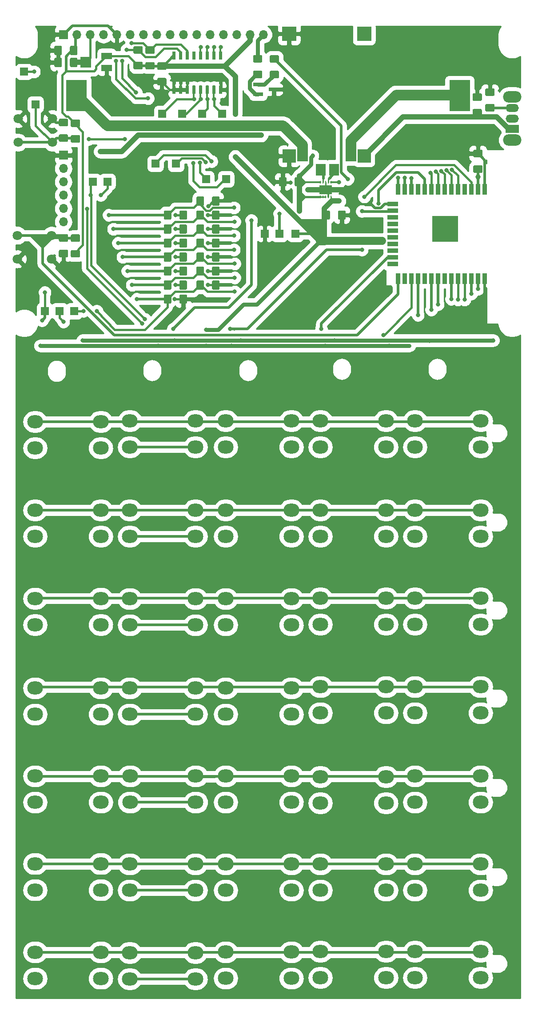
<source format=gtl>
G04 #@! TF.GenerationSoftware,KiCad,Pcbnew,(5.1.2)-1*
G04 #@! TF.CreationDate,2020-06-29T09:09:19+02:00*
G04 #@! TF.ProjectId,projet,70726f6a-6574-42e6-9b69-6361645f7063,rev?*
G04 #@! TF.SameCoordinates,Original*
G04 #@! TF.FileFunction,Copper,L1,Top*
G04 #@! TF.FilePolarity,Positive*
%FSLAX46Y46*%
G04 Gerber Fmt 4.6, Leading zero omitted, Abs format (unit mm)*
G04 Created by KiCad (PCBNEW (5.1.2)-1) date 2020-06-29 09:09:19*
%MOMM*%
%LPD*%
G04 APERTURE LIST*
%ADD10C,0.100000*%
%ADD11O,3.000000X2.500000*%
%ADD12C,0.500000*%
%ADD13C,1.650000*%
%ADD14R,0.240000X0.600000*%
%ADD15C,1.425000*%
%ADD16R,1.900000X0.800000*%
%ADD17R,1.825000X2.200000*%
%ADD18R,1.500000X1.500000*%
%ADD19R,4.000000X6.000000*%
%ADD20O,3.500000X2.200000*%
%ADD21O,2.500000X1.500000*%
%ADD22R,2.500000X1.500000*%
%ADD23O,1.700000X1.700000*%
%ADD24R,1.700000X1.700000*%
%ADD25C,0.600000*%
%ADD26C,1.800000*%
%ADD27R,0.900000X2.000000*%
%ADD28R,2.000000X0.900000*%
%ADD29R,5.000000X5.000000*%
%ADD30R,2.500000X2.500000*%
%ADD31R,2.000000X2.000000*%
%ADD32R,2.700000X2.700000*%
%ADD33R,2.000000X1.300000*%
%ADD34C,1.000000*%
%ADD35C,0.800000*%
%ADD36C,0.410000*%
%ADD37C,2.000000*%
%ADD38C,0.400000*%
%ADD39C,0.500000*%
%ADD40C,1.000000*%
%ADD41C,0.300000*%
%ADD42C,0.250000*%
%ADD43C,0.800000*%
%ADD44C,1.500000*%
%ADD45C,2.000000*%
%ADD46C,0.254000*%
G04 APERTURE END LIST*
D10*
G36*
X112268000Y-63500000D02*
G01*
X111252000Y-63500000D01*
X107188000Y-59436000D01*
X112268000Y-59436000D01*
X112268000Y-63500000D01*
G37*
X112268000Y-63500000D02*
X111252000Y-63500000D01*
X107188000Y-59436000D01*
X112268000Y-59436000D01*
X112268000Y-63500000D01*
G36*
X108712000Y-52451000D02*
G01*
X107442000Y-53721000D01*
X107442000Y-51181000D01*
X108712000Y-52451000D01*
G37*
X108712000Y-52451000D02*
X107442000Y-53721000D01*
X107442000Y-51181000D01*
X108712000Y-52451000D01*
G36*
X108712000Y-55245000D02*
G01*
X107442000Y-56515000D01*
X107442000Y-53975000D01*
X108712000Y-55245000D01*
G37*
X108712000Y-55245000D02*
X107442000Y-56515000D01*
X107442000Y-53975000D01*
X108712000Y-55245000D01*
G36*
X58547000Y-64770000D02*
G01*
X56515000Y-62611000D01*
X60325000Y-62611000D01*
X58547000Y-64770000D01*
G37*
X58547000Y-64770000D02*
X56515000Y-62611000D01*
X60325000Y-62611000D01*
X58547000Y-64770000D01*
D11*
X69596000Y-98044000D03*
X69596000Y-103044000D03*
X57096000Y-98044000D03*
X57096000Y-103044000D03*
X141986000Y-198962000D03*
X141986000Y-203962000D03*
X129486000Y-198962000D03*
X129486000Y-203962000D03*
X141986000Y-182325000D03*
X141986000Y-187325000D03*
X129486000Y-182325000D03*
X129486000Y-187325000D03*
X141986000Y-165561000D03*
X141986000Y-170561000D03*
X129486000Y-165561000D03*
X129486000Y-170561000D03*
X141986000Y-148543000D03*
X141986000Y-153543000D03*
X129486000Y-148543000D03*
X129486000Y-153543000D03*
X141986000Y-131652000D03*
X141986000Y-136652000D03*
X129486000Y-131652000D03*
X129486000Y-136652000D03*
X141986000Y-114888000D03*
X141986000Y-119888000D03*
X129486000Y-114888000D03*
X129486000Y-119888000D03*
X141986000Y-97870000D03*
X141986000Y-102870000D03*
X129486000Y-97870000D03*
X129486000Y-102870000D03*
X123952000Y-198962000D03*
X123952000Y-203962000D03*
X111452000Y-198962000D03*
X111452000Y-203962000D03*
X123952000Y-182325000D03*
X123952000Y-187325000D03*
X111452000Y-182325000D03*
X111452000Y-187325000D03*
X123952000Y-165688000D03*
X123952000Y-170688000D03*
X111452000Y-165688000D03*
X111452000Y-170688000D03*
X123952000Y-148543000D03*
X123952000Y-153543000D03*
X111452000Y-148543000D03*
X111452000Y-153543000D03*
X123952000Y-131652000D03*
X123952000Y-136652000D03*
X111452000Y-131652000D03*
X111452000Y-136652000D03*
X123952000Y-114888000D03*
X123952000Y-119888000D03*
X111452000Y-114888000D03*
X111452000Y-119888000D03*
X123952000Y-97870000D03*
X123952000Y-102870000D03*
X111452000Y-97870000D03*
X111452000Y-102870000D03*
X105918000Y-199089000D03*
X105918000Y-204089000D03*
X93418000Y-199089000D03*
X93418000Y-204089000D03*
X105918000Y-182325000D03*
X105918000Y-187325000D03*
X93418000Y-182325000D03*
X93418000Y-187325000D03*
X105918000Y-165561000D03*
X105918000Y-170561000D03*
X93418000Y-165561000D03*
X93418000Y-170561000D03*
X105918000Y-148797000D03*
X105918000Y-153797000D03*
X93418000Y-148797000D03*
X93418000Y-153797000D03*
X105918000Y-131779000D03*
X105918000Y-136779000D03*
X93418000Y-131779000D03*
X93418000Y-136779000D03*
X105918000Y-114888000D03*
X105918000Y-119888000D03*
X93418000Y-114888000D03*
X93418000Y-119888000D03*
X105918000Y-97870000D03*
X105918000Y-102870000D03*
X93418000Y-97870000D03*
X93418000Y-102870000D03*
X87630000Y-199216000D03*
X87630000Y-204216000D03*
X75130000Y-199216000D03*
X75130000Y-204216000D03*
X87630000Y-182325000D03*
X87630000Y-187325000D03*
X75130000Y-182325000D03*
X75130000Y-187325000D03*
X87684000Y-165561000D03*
X87684000Y-170561000D03*
X75184000Y-165561000D03*
X75184000Y-170561000D03*
X87630000Y-148797000D03*
X87630000Y-153797000D03*
X75130000Y-148797000D03*
X75130000Y-153797000D03*
X87630000Y-131779000D03*
X87630000Y-136779000D03*
X75130000Y-131779000D03*
X75130000Y-136779000D03*
X87630000Y-114888000D03*
X87630000Y-119888000D03*
X75130000Y-114888000D03*
X75130000Y-119888000D03*
X87630000Y-97870000D03*
X87630000Y-102870000D03*
X75130000Y-97870000D03*
X75130000Y-102870000D03*
X69596000Y-199108000D03*
X69596000Y-204108000D03*
X57096000Y-199108000D03*
X57096000Y-204108000D03*
X69596000Y-182264000D03*
X69596000Y-187264000D03*
X57096000Y-182264000D03*
X57096000Y-187264000D03*
X69596000Y-165561000D03*
X69596000Y-170561000D03*
X57096000Y-165561000D03*
X57096000Y-170561000D03*
X69596000Y-148797000D03*
X69596000Y-153797000D03*
X57096000Y-148797000D03*
X57096000Y-153797000D03*
X69596000Y-131732000D03*
X69596000Y-136732000D03*
X57096000Y-131732000D03*
X57096000Y-136732000D03*
X69596000Y-114888000D03*
X69596000Y-119888000D03*
X57096000Y-114888000D03*
X57096000Y-119888000D03*
D12*
X113406000Y-53848000D03*
X112456000Y-54423000D03*
X112456000Y-53273000D03*
X111506000Y-53848000D03*
D13*
X112456000Y-53848000D03*
D10*
G36*
X113656000Y-53723000D02*
G01*
X113656000Y-53973000D01*
X114156000Y-53973000D01*
X114156000Y-54223000D01*
X113656000Y-54223000D01*
X113656000Y-54673000D01*
X111256000Y-54673000D01*
X111256000Y-54223000D01*
X110756000Y-54223000D01*
X110756000Y-53973000D01*
X111256000Y-53973000D01*
X111256000Y-53723000D01*
X110756000Y-53723000D01*
X110756000Y-53473000D01*
X111256000Y-53473000D01*
X111256000Y-53023000D01*
X113656000Y-53023000D01*
X113656000Y-53473000D01*
X114156000Y-53473000D01*
X114156000Y-53723000D01*
X113656000Y-53723000D01*
X113656000Y-53723000D01*
G37*
D14*
X113456000Y-55248000D03*
X112956000Y-55248000D03*
X112456000Y-55248000D03*
X111956000Y-55248000D03*
X111456000Y-55248000D03*
X111456000Y-52448000D03*
X111956000Y-52448000D03*
X112456000Y-52448000D03*
X112956000Y-52448000D03*
X113456000Y-52448000D03*
D10*
G36*
X103329004Y-28217704D02*
G01*
X103353273Y-28221304D01*
X103377071Y-28227265D01*
X103400171Y-28235530D01*
X103422349Y-28246020D01*
X103443393Y-28258633D01*
X103463098Y-28273247D01*
X103481277Y-28289723D01*
X103497753Y-28307902D01*
X103512367Y-28327607D01*
X103524980Y-28348651D01*
X103535470Y-28370829D01*
X103543735Y-28393929D01*
X103549696Y-28417727D01*
X103553296Y-28441996D01*
X103554500Y-28466500D01*
X103554500Y-29391500D01*
X103553296Y-29416004D01*
X103549696Y-29440273D01*
X103543735Y-29464071D01*
X103535470Y-29487171D01*
X103524980Y-29509349D01*
X103512367Y-29530393D01*
X103497753Y-29550098D01*
X103481277Y-29568277D01*
X103463098Y-29584753D01*
X103443393Y-29599367D01*
X103422349Y-29611980D01*
X103400171Y-29622470D01*
X103377071Y-29630735D01*
X103353273Y-29636696D01*
X103329004Y-29640296D01*
X103304500Y-29641500D01*
X102054500Y-29641500D01*
X102029996Y-29640296D01*
X102005727Y-29636696D01*
X101981929Y-29630735D01*
X101958829Y-29622470D01*
X101936651Y-29611980D01*
X101915607Y-29599367D01*
X101895902Y-29584753D01*
X101877723Y-29568277D01*
X101861247Y-29550098D01*
X101846633Y-29530393D01*
X101834020Y-29509349D01*
X101823530Y-29487171D01*
X101815265Y-29464071D01*
X101809304Y-29440273D01*
X101805704Y-29416004D01*
X101804500Y-29391500D01*
X101804500Y-28466500D01*
X101805704Y-28441996D01*
X101809304Y-28417727D01*
X101815265Y-28393929D01*
X101823530Y-28370829D01*
X101834020Y-28348651D01*
X101846633Y-28327607D01*
X101861247Y-28307902D01*
X101877723Y-28289723D01*
X101895902Y-28273247D01*
X101915607Y-28258633D01*
X101936651Y-28246020D01*
X101958829Y-28235530D01*
X101981929Y-28227265D01*
X102005727Y-28221304D01*
X102029996Y-28217704D01*
X102054500Y-28216500D01*
X103304500Y-28216500D01*
X103329004Y-28217704D01*
X103329004Y-28217704D01*
G37*
D15*
X102679500Y-28929000D03*
D10*
G36*
X103329004Y-31192704D02*
G01*
X103353273Y-31196304D01*
X103377071Y-31202265D01*
X103400171Y-31210530D01*
X103422349Y-31221020D01*
X103443393Y-31233633D01*
X103463098Y-31248247D01*
X103481277Y-31264723D01*
X103497753Y-31282902D01*
X103512367Y-31302607D01*
X103524980Y-31323651D01*
X103535470Y-31345829D01*
X103543735Y-31368929D01*
X103549696Y-31392727D01*
X103553296Y-31416996D01*
X103554500Y-31441500D01*
X103554500Y-32366500D01*
X103553296Y-32391004D01*
X103549696Y-32415273D01*
X103543735Y-32439071D01*
X103535470Y-32462171D01*
X103524980Y-32484349D01*
X103512367Y-32505393D01*
X103497753Y-32525098D01*
X103481277Y-32543277D01*
X103463098Y-32559753D01*
X103443393Y-32574367D01*
X103422349Y-32586980D01*
X103400171Y-32597470D01*
X103377071Y-32605735D01*
X103353273Y-32611696D01*
X103329004Y-32615296D01*
X103304500Y-32616500D01*
X102054500Y-32616500D01*
X102029996Y-32615296D01*
X102005727Y-32611696D01*
X101981929Y-32605735D01*
X101958829Y-32597470D01*
X101936651Y-32586980D01*
X101915607Y-32574367D01*
X101895902Y-32559753D01*
X101877723Y-32543277D01*
X101861247Y-32525098D01*
X101846633Y-32505393D01*
X101834020Y-32484349D01*
X101823530Y-32462171D01*
X101815265Y-32439071D01*
X101809304Y-32415273D01*
X101805704Y-32391004D01*
X101804500Y-32366500D01*
X101804500Y-31441500D01*
X101805704Y-31416996D01*
X101809304Y-31392727D01*
X101815265Y-31368929D01*
X101823530Y-31345829D01*
X101834020Y-31323651D01*
X101846633Y-31302607D01*
X101861247Y-31282902D01*
X101877723Y-31264723D01*
X101895902Y-31248247D01*
X101915607Y-31233633D01*
X101936651Y-31221020D01*
X101958829Y-31210530D01*
X101981929Y-31202265D01*
X102005727Y-31196304D01*
X102029996Y-31192704D01*
X102054500Y-31191500D01*
X103304500Y-31191500D01*
X103329004Y-31192704D01*
X103329004Y-31192704D01*
G37*
D15*
X102679500Y-31904000D03*
D10*
G36*
X100154004Y-28181204D02*
G01*
X100178273Y-28184804D01*
X100202071Y-28190765D01*
X100225171Y-28199030D01*
X100247349Y-28209520D01*
X100268393Y-28222133D01*
X100288098Y-28236747D01*
X100306277Y-28253223D01*
X100322753Y-28271402D01*
X100337367Y-28291107D01*
X100349980Y-28312151D01*
X100360470Y-28334329D01*
X100368735Y-28357429D01*
X100374696Y-28381227D01*
X100378296Y-28405496D01*
X100379500Y-28430000D01*
X100379500Y-29355000D01*
X100378296Y-29379504D01*
X100374696Y-29403773D01*
X100368735Y-29427571D01*
X100360470Y-29450671D01*
X100349980Y-29472849D01*
X100337367Y-29493893D01*
X100322753Y-29513598D01*
X100306277Y-29531777D01*
X100288098Y-29548253D01*
X100268393Y-29562867D01*
X100247349Y-29575480D01*
X100225171Y-29585970D01*
X100202071Y-29594235D01*
X100178273Y-29600196D01*
X100154004Y-29603796D01*
X100129500Y-29605000D01*
X98879500Y-29605000D01*
X98854996Y-29603796D01*
X98830727Y-29600196D01*
X98806929Y-29594235D01*
X98783829Y-29585970D01*
X98761651Y-29575480D01*
X98740607Y-29562867D01*
X98720902Y-29548253D01*
X98702723Y-29531777D01*
X98686247Y-29513598D01*
X98671633Y-29493893D01*
X98659020Y-29472849D01*
X98648530Y-29450671D01*
X98640265Y-29427571D01*
X98634304Y-29403773D01*
X98630704Y-29379504D01*
X98629500Y-29355000D01*
X98629500Y-28430000D01*
X98630704Y-28405496D01*
X98634304Y-28381227D01*
X98640265Y-28357429D01*
X98648530Y-28334329D01*
X98659020Y-28312151D01*
X98671633Y-28291107D01*
X98686247Y-28271402D01*
X98702723Y-28253223D01*
X98720902Y-28236747D01*
X98740607Y-28222133D01*
X98761651Y-28209520D01*
X98783829Y-28199030D01*
X98806929Y-28190765D01*
X98830727Y-28184804D01*
X98854996Y-28181204D01*
X98879500Y-28180000D01*
X100129500Y-28180000D01*
X100154004Y-28181204D01*
X100154004Y-28181204D01*
G37*
D15*
X99504500Y-28892500D03*
D10*
G36*
X100154004Y-31156204D02*
G01*
X100178273Y-31159804D01*
X100202071Y-31165765D01*
X100225171Y-31174030D01*
X100247349Y-31184520D01*
X100268393Y-31197133D01*
X100288098Y-31211747D01*
X100306277Y-31228223D01*
X100322753Y-31246402D01*
X100337367Y-31266107D01*
X100349980Y-31287151D01*
X100360470Y-31309329D01*
X100368735Y-31332429D01*
X100374696Y-31356227D01*
X100378296Y-31380496D01*
X100379500Y-31405000D01*
X100379500Y-32330000D01*
X100378296Y-32354504D01*
X100374696Y-32378773D01*
X100368735Y-32402571D01*
X100360470Y-32425671D01*
X100349980Y-32447849D01*
X100337367Y-32468893D01*
X100322753Y-32488598D01*
X100306277Y-32506777D01*
X100288098Y-32523253D01*
X100268393Y-32537867D01*
X100247349Y-32550480D01*
X100225171Y-32560970D01*
X100202071Y-32569235D01*
X100178273Y-32575196D01*
X100154004Y-32578796D01*
X100129500Y-32580000D01*
X98879500Y-32580000D01*
X98854996Y-32578796D01*
X98830727Y-32575196D01*
X98806929Y-32569235D01*
X98783829Y-32560970D01*
X98761651Y-32550480D01*
X98740607Y-32537867D01*
X98720902Y-32523253D01*
X98702723Y-32506777D01*
X98686247Y-32488598D01*
X98671633Y-32468893D01*
X98659020Y-32447849D01*
X98648530Y-32425671D01*
X98640265Y-32402571D01*
X98634304Y-32378773D01*
X98630704Y-32354504D01*
X98629500Y-32330000D01*
X98629500Y-31405000D01*
X98630704Y-31380496D01*
X98634304Y-31356227D01*
X98640265Y-31332429D01*
X98648530Y-31309329D01*
X98659020Y-31287151D01*
X98671633Y-31266107D01*
X98686247Y-31246402D01*
X98702723Y-31228223D01*
X98720902Y-31211747D01*
X98740607Y-31197133D01*
X98761651Y-31184520D01*
X98783829Y-31174030D01*
X98806929Y-31165765D01*
X98830727Y-31159804D01*
X98854996Y-31156204D01*
X98879500Y-31155000D01*
X100129500Y-31155000D01*
X100154004Y-31156204D01*
X100154004Y-31156204D01*
G37*
D15*
X99504500Y-31867500D03*
D16*
X102592000Y-34734500D03*
X99592000Y-35684500D03*
X99592000Y-33784500D03*
D17*
X114081000Y-50038000D03*
X111506000Y-50038000D03*
D10*
G36*
X116020504Y-57800204D02*
G01*
X116044773Y-57803804D01*
X116068571Y-57809765D01*
X116091671Y-57818030D01*
X116113849Y-57828520D01*
X116134893Y-57841133D01*
X116154598Y-57855747D01*
X116172777Y-57872223D01*
X116189253Y-57890402D01*
X116203867Y-57910107D01*
X116216480Y-57931151D01*
X116226970Y-57953329D01*
X116235235Y-57976429D01*
X116241196Y-58000227D01*
X116244796Y-58024496D01*
X116246000Y-58049000D01*
X116246000Y-59299000D01*
X116244796Y-59323504D01*
X116241196Y-59347773D01*
X116235235Y-59371571D01*
X116226970Y-59394671D01*
X116216480Y-59416849D01*
X116203867Y-59437893D01*
X116189253Y-59457598D01*
X116172777Y-59475777D01*
X116154598Y-59492253D01*
X116134893Y-59506867D01*
X116113849Y-59519480D01*
X116091671Y-59529970D01*
X116068571Y-59538235D01*
X116044773Y-59544196D01*
X116020504Y-59547796D01*
X115996000Y-59549000D01*
X115071000Y-59549000D01*
X115046496Y-59547796D01*
X115022227Y-59544196D01*
X114998429Y-59538235D01*
X114975329Y-59529970D01*
X114953151Y-59519480D01*
X114932107Y-59506867D01*
X114912402Y-59492253D01*
X114894223Y-59475777D01*
X114877747Y-59457598D01*
X114863133Y-59437893D01*
X114850520Y-59416849D01*
X114840030Y-59394671D01*
X114831765Y-59371571D01*
X114825804Y-59347773D01*
X114822204Y-59323504D01*
X114821000Y-59299000D01*
X114821000Y-58049000D01*
X114822204Y-58024496D01*
X114825804Y-58000227D01*
X114831765Y-57976429D01*
X114840030Y-57953329D01*
X114850520Y-57931151D01*
X114863133Y-57910107D01*
X114877747Y-57890402D01*
X114894223Y-57872223D01*
X114912402Y-57855747D01*
X114932107Y-57841133D01*
X114953151Y-57828520D01*
X114975329Y-57818030D01*
X114998429Y-57809765D01*
X115022227Y-57803804D01*
X115046496Y-57800204D01*
X115071000Y-57799000D01*
X115996000Y-57799000D01*
X116020504Y-57800204D01*
X116020504Y-57800204D01*
G37*
D15*
X115533500Y-58674000D03*
D10*
G36*
X113045504Y-57800204D02*
G01*
X113069773Y-57803804D01*
X113093571Y-57809765D01*
X113116671Y-57818030D01*
X113138849Y-57828520D01*
X113159893Y-57841133D01*
X113179598Y-57855747D01*
X113197777Y-57872223D01*
X113214253Y-57890402D01*
X113228867Y-57910107D01*
X113241480Y-57931151D01*
X113251970Y-57953329D01*
X113260235Y-57976429D01*
X113266196Y-58000227D01*
X113269796Y-58024496D01*
X113271000Y-58049000D01*
X113271000Y-59299000D01*
X113269796Y-59323504D01*
X113266196Y-59347773D01*
X113260235Y-59371571D01*
X113251970Y-59394671D01*
X113241480Y-59416849D01*
X113228867Y-59437893D01*
X113214253Y-59457598D01*
X113197777Y-59475777D01*
X113179598Y-59492253D01*
X113159893Y-59506867D01*
X113138849Y-59519480D01*
X113116671Y-59529970D01*
X113093571Y-59538235D01*
X113069773Y-59544196D01*
X113045504Y-59547796D01*
X113021000Y-59549000D01*
X112096000Y-59549000D01*
X112071496Y-59547796D01*
X112047227Y-59544196D01*
X112023429Y-59538235D01*
X112000329Y-59529970D01*
X111978151Y-59519480D01*
X111957107Y-59506867D01*
X111937402Y-59492253D01*
X111919223Y-59475777D01*
X111902747Y-59457598D01*
X111888133Y-59437893D01*
X111875520Y-59416849D01*
X111865030Y-59394671D01*
X111856765Y-59371571D01*
X111850804Y-59347773D01*
X111847204Y-59323504D01*
X111846000Y-59299000D01*
X111846000Y-58049000D01*
X111847204Y-58024496D01*
X111850804Y-58000227D01*
X111856765Y-57976429D01*
X111865030Y-57953329D01*
X111875520Y-57931151D01*
X111888133Y-57910107D01*
X111902747Y-57890402D01*
X111919223Y-57872223D01*
X111937402Y-57855747D01*
X111957107Y-57841133D01*
X111978151Y-57828520D01*
X112000329Y-57818030D01*
X112023429Y-57809765D01*
X112047227Y-57803804D01*
X112071496Y-57800204D01*
X112096000Y-57799000D01*
X113021000Y-57799000D01*
X113045504Y-57800204D01*
X113045504Y-57800204D01*
G37*
D15*
X112558500Y-58674000D03*
D10*
G36*
X104790504Y-51450204D02*
G01*
X104814773Y-51453804D01*
X104838571Y-51459765D01*
X104861671Y-51468030D01*
X104883849Y-51478520D01*
X104904893Y-51491133D01*
X104924598Y-51505747D01*
X104942777Y-51522223D01*
X104959253Y-51540402D01*
X104973867Y-51560107D01*
X104986480Y-51581151D01*
X104996970Y-51603329D01*
X105005235Y-51626429D01*
X105011196Y-51650227D01*
X105014796Y-51674496D01*
X105016000Y-51699000D01*
X105016000Y-52949000D01*
X105014796Y-52973504D01*
X105011196Y-52997773D01*
X105005235Y-53021571D01*
X104996970Y-53044671D01*
X104986480Y-53066849D01*
X104973867Y-53087893D01*
X104959253Y-53107598D01*
X104942777Y-53125777D01*
X104924598Y-53142253D01*
X104904893Y-53156867D01*
X104883849Y-53169480D01*
X104861671Y-53179970D01*
X104838571Y-53188235D01*
X104814773Y-53194196D01*
X104790504Y-53197796D01*
X104766000Y-53199000D01*
X103841000Y-53199000D01*
X103816496Y-53197796D01*
X103792227Y-53194196D01*
X103768429Y-53188235D01*
X103745329Y-53179970D01*
X103723151Y-53169480D01*
X103702107Y-53156867D01*
X103682402Y-53142253D01*
X103664223Y-53125777D01*
X103647747Y-53107598D01*
X103633133Y-53087893D01*
X103620520Y-53066849D01*
X103610030Y-53044671D01*
X103601765Y-53021571D01*
X103595804Y-52997773D01*
X103592204Y-52973504D01*
X103591000Y-52949000D01*
X103591000Y-51699000D01*
X103592204Y-51674496D01*
X103595804Y-51650227D01*
X103601765Y-51626429D01*
X103610030Y-51603329D01*
X103620520Y-51581151D01*
X103633133Y-51560107D01*
X103647747Y-51540402D01*
X103664223Y-51522223D01*
X103682402Y-51505747D01*
X103702107Y-51491133D01*
X103723151Y-51478520D01*
X103745329Y-51468030D01*
X103768429Y-51459765D01*
X103792227Y-51453804D01*
X103816496Y-51450204D01*
X103841000Y-51449000D01*
X104766000Y-51449000D01*
X104790504Y-51450204D01*
X104790504Y-51450204D01*
G37*
D15*
X104303500Y-52324000D03*
D10*
G36*
X107765504Y-51450204D02*
G01*
X107789773Y-51453804D01*
X107813571Y-51459765D01*
X107836671Y-51468030D01*
X107858849Y-51478520D01*
X107879893Y-51491133D01*
X107899598Y-51505747D01*
X107917777Y-51522223D01*
X107934253Y-51540402D01*
X107948867Y-51560107D01*
X107961480Y-51581151D01*
X107971970Y-51603329D01*
X107980235Y-51626429D01*
X107986196Y-51650227D01*
X107989796Y-51674496D01*
X107991000Y-51699000D01*
X107991000Y-52949000D01*
X107989796Y-52973504D01*
X107986196Y-52997773D01*
X107980235Y-53021571D01*
X107971970Y-53044671D01*
X107961480Y-53066849D01*
X107948867Y-53087893D01*
X107934253Y-53107598D01*
X107917777Y-53125777D01*
X107899598Y-53142253D01*
X107879893Y-53156867D01*
X107858849Y-53169480D01*
X107836671Y-53179970D01*
X107813571Y-53188235D01*
X107789773Y-53194196D01*
X107765504Y-53197796D01*
X107741000Y-53199000D01*
X106816000Y-53199000D01*
X106791496Y-53197796D01*
X106767227Y-53194196D01*
X106743429Y-53188235D01*
X106720329Y-53179970D01*
X106698151Y-53169480D01*
X106677107Y-53156867D01*
X106657402Y-53142253D01*
X106639223Y-53125777D01*
X106622747Y-53107598D01*
X106608133Y-53087893D01*
X106595520Y-53066849D01*
X106585030Y-53044671D01*
X106576765Y-53021571D01*
X106570804Y-52997773D01*
X106567204Y-52973504D01*
X106566000Y-52949000D01*
X106566000Y-51699000D01*
X106567204Y-51674496D01*
X106570804Y-51650227D01*
X106576765Y-51626429D01*
X106585030Y-51603329D01*
X106595520Y-51581151D01*
X106608133Y-51560107D01*
X106622747Y-51540402D01*
X106639223Y-51522223D01*
X106657402Y-51505747D01*
X106677107Y-51491133D01*
X106698151Y-51478520D01*
X106720329Y-51468030D01*
X106743429Y-51459765D01*
X106767227Y-51453804D01*
X106791496Y-51450204D01*
X106816000Y-51449000D01*
X107741000Y-51449000D01*
X107765504Y-51450204D01*
X107765504Y-51450204D01*
G37*
D15*
X107278500Y-52324000D03*
D18*
X92710000Y-39370000D03*
X88900000Y-39370000D03*
X85090000Y-39370000D03*
X81280000Y-39370000D03*
X83947000Y-48895000D03*
X80010000Y-48895000D03*
X54991000Y-31369000D03*
X93472000Y-51816000D03*
X89662000Y-51816000D03*
X64516000Y-76962000D03*
X61722000Y-76962000D03*
X58928000Y-76962000D03*
X57150000Y-37592000D03*
X70866000Y-52324000D03*
X68072000Y-52324000D03*
X106680000Y-62230000D03*
X103632000Y-62230000D03*
X100838000Y-62230000D03*
D10*
G36*
X64930004Y-28717204D02*
G01*
X64954273Y-28720804D01*
X64978071Y-28726765D01*
X65001171Y-28735030D01*
X65023349Y-28745520D01*
X65044393Y-28758133D01*
X65064098Y-28772747D01*
X65082277Y-28789223D01*
X65098753Y-28807402D01*
X65113367Y-28827107D01*
X65125980Y-28848151D01*
X65136470Y-28870329D01*
X65144735Y-28893429D01*
X65150696Y-28917227D01*
X65154296Y-28941496D01*
X65155500Y-28966000D01*
X65155500Y-30216000D01*
X65154296Y-30240504D01*
X65150696Y-30264773D01*
X65144735Y-30288571D01*
X65136470Y-30311671D01*
X65125980Y-30333849D01*
X65113367Y-30354893D01*
X65098753Y-30374598D01*
X65082277Y-30392777D01*
X65064098Y-30409253D01*
X65044393Y-30423867D01*
X65023349Y-30436480D01*
X65001171Y-30446970D01*
X64978071Y-30455235D01*
X64954273Y-30461196D01*
X64930004Y-30464796D01*
X64905500Y-30466000D01*
X63980500Y-30466000D01*
X63955996Y-30464796D01*
X63931727Y-30461196D01*
X63907929Y-30455235D01*
X63884829Y-30446970D01*
X63862651Y-30436480D01*
X63841607Y-30423867D01*
X63821902Y-30409253D01*
X63803723Y-30392777D01*
X63787247Y-30374598D01*
X63772633Y-30354893D01*
X63760020Y-30333849D01*
X63749530Y-30311671D01*
X63741265Y-30288571D01*
X63735304Y-30264773D01*
X63731704Y-30240504D01*
X63730500Y-30216000D01*
X63730500Y-28966000D01*
X63731704Y-28941496D01*
X63735304Y-28917227D01*
X63741265Y-28893429D01*
X63749530Y-28870329D01*
X63760020Y-28848151D01*
X63772633Y-28827107D01*
X63787247Y-28807402D01*
X63803723Y-28789223D01*
X63821902Y-28772747D01*
X63841607Y-28758133D01*
X63862651Y-28745520D01*
X63884829Y-28735030D01*
X63907929Y-28726765D01*
X63931727Y-28720804D01*
X63955996Y-28717204D01*
X63980500Y-28716000D01*
X64905500Y-28716000D01*
X64930004Y-28717204D01*
X64930004Y-28717204D01*
G37*
D15*
X64443000Y-29591000D03*
D10*
G36*
X61955004Y-28717204D02*
G01*
X61979273Y-28720804D01*
X62003071Y-28726765D01*
X62026171Y-28735030D01*
X62048349Y-28745520D01*
X62069393Y-28758133D01*
X62089098Y-28772747D01*
X62107277Y-28789223D01*
X62123753Y-28807402D01*
X62138367Y-28827107D01*
X62150980Y-28848151D01*
X62161470Y-28870329D01*
X62169735Y-28893429D01*
X62175696Y-28917227D01*
X62179296Y-28941496D01*
X62180500Y-28966000D01*
X62180500Y-30216000D01*
X62179296Y-30240504D01*
X62175696Y-30264773D01*
X62169735Y-30288571D01*
X62161470Y-30311671D01*
X62150980Y-30333849D01*
X62138367Y-30354893D01*
X62123753Y-30374598D01*
X62107277Y-30392777D01*
X62089098Y-30409253D01*
X62069393Y-30423867D01*
X62048349Y-30436480D01*
X62026171Y-30446970D01*
X62003071Y-30455235D01*
X61979273Y-30461196D01*
X61955004Y-30464796D01*
X61930500Y-30466000D01*
X61005500Y-30466000D01*
X60980996Y-30464796D01*
X60956727Y-30461196D01*
X60932929Y-30455235D01*
X60909829Y-30446970D01*
X60887651Y-30436480D01*
X60866607Y-30423867D01*
X60846902Y-30409253D01*
X60828723Y-30392777D01*
X60812247Y-30374598D01*
X60797633Y-30354893D01*
X60785020Y-30333849D01*
X60774530Y-30311671D01*
X60766265Y-30288571D01*
X60760304Y-30264773D01*
X60756704Y-30240504D01*
X60755500Y-30216000D01*
X60755500Y-28966000D01*
X60756704Y-28941496D01*
X60760304Y-28917227D01*
X60766265Y-28893429D01*
X60774530Y-28870329D01*
X60785020Y-28848151D01*
X60797633Y-28827107D01*
X60812247Y-28807402D01*
X60828723Y-28789223D01*
X60846902Y-28772747D01*
X60866607Y-28758133D01*
X60887651Y-28745520D01*
X60909829Y-28735030D01*
X60932929Y-28726765D01*
X60956727Y-28720804D01*
X60980996Y-28717204D01*
X61005500Y-28716000D01*
X61930500Y-28716000D01*
X61955004Y-28717204D01*
X61955004Y-28717204D01*
G37*
D15*
X61468000Y-29591000D03*
D10*
G36*
X92017504Y-55133204D02*
G01*
X92041773Y-55136804D01*
X92065571Y-55142765D01*
X92088671Y-55151030D01*
X92110849Y-55161520D01*
X92131893Y-55174133D01*
X92151598Y-55188747D01*
X92169777Y-55205223D01*
X92186253Y-55223402D01*
X92200867Y-55243107D01*
X92213480Y-55264151D01*
X92223970Y-55286329D01*
X92232235Y-55309429D01*
X92238196Y-55333227D01*
X92241796Y-55357496D01*
X92243000Y-55382000D01*
X92243000Y-56632000D01*
X92241796Y-56656504D01*
X92238196Y-56680773D01*
X92232235Y-56704571D01*
X92223970Y-56727671D01*
X92213480Y-56749849D01*
X92200867Y-56770893D01*
X92186253Y-56790598D01*
X92169777Y-56808777D01*
X92151598Y-56825253D01*
X92131893Y-56839867D01*
X92110849Y-56852480D01*
X92088671Y-56862970D01*
X92065571Y-56871235D01*
X92041773Y-56877196D01*
X92017504Y-56880796D01*
X91993000Y-56882000D01*
X91068000Y-56882000D01*
X91043496Y-56880796D01*
X91019227Y-56877196D01*
X90995429Y-56871235D01*
X90972329Y-56862970D01*
X90950151Y-56852480D01*
X90929107Y-56839867D01*
X90909402Y-56825253D01*
X90891223Y-56808777D01*
X90874747Y-56790598D01*
X90860133Y-56770893D01*
X90847520Y-56749849D01*
X90837030Y-56727671D01*
X90828765Y-56704571D01*
X90822804Y-56680773D01*
X90819204Y-56656504D01*
X90818000Y-56632000D01*
X90818000Y-55382000D01*
X90819204Y-55357496D01*
X90822804Y-55333227D01*
X90828765Y-55309429D01*
X90837030Y-55286329D01*
X90847520Y-55264151D01*
X90860133Y-55243107D01*
X90874747Y-55223402D01*
X90891223Y-55205223D01*
X90909402Y-55188747D01*
X90929107Y-55174133D01*
X90950151Y-55161520D01*
X90972329Y-55151030D01*
X90995429Y-55142765D01*
X91019227Y-55136804D01*
X91043496Y-55133204D01*
X91068000Y-55132000D01*
X91993000Y-55132000D01*
X92017504Y-55133204D01*
X92017504Y-55133204D01*
G37*
D15*
X91530500Y-56007000D03*
D10*
G36*
X89042504Y-55133204D02*
G01*
X89066773Y-55136804D01*
X89090571Y-55142765D01*
X89113671Y-55151030D01*
X89135849Y-55161520D01*
X89156893Y-55174133D01*
X89176598Y-55188747D01*
X89194777Y-55205223D01*
X89211253Y-55223402D01*
X89225867Y-55243107D01*
X89238480Y-55264151D01*
X89248970Y-55286329D01*
X89257235Y-55309429D01*
X89263196Y-55333227D01*
X89266796Y-55357496D01*
X89268000Y-55382000D01*
X89268000Y-56632000D01*
X89266796Y-56656504D01*
X89263196Y-56680773D01*
X89257235Y-56704571D01*
X89248970Y-56727671D01*
X89238480Y-56749849D01*
X89225867Y-56770893D01*
X89211253Y-56790598D01*
X89194777Y-56808777D01*
X89176598Y-56825253D01*
X89156893Y-56839867D01*
X89135849Y-56852480D01*
X89113671Y-56862970D01*
X89090571Y-56871235D01*
X89066773Y-56877196D01*
X89042504Y-56880796D01*
X89018000Y-56882000D01*
X88093000Y-56882000D01*
X88068496Y-56880796D01*
X88044227Y-56877196D01*
X88020429Y-56871235D01*
X87997329Y-56862970D01*
X87975151Y-56852480D01*
X87954107Y-56839867D01*
X87934402Y-56825253D01*
X87916223Y-56808777D01*
X87899747Y-56790598D01*
X87885133Y-56770893D01*
X87872520Y-56749849D01*
X87862030Y-56727671D01*
X87853765Y-56704571D01*
X87847804Y-56680773D01*
X87844204Y-56656504D01*
X87843000Y-56632000D01*
X87843000Y-55382000D01*
X87844204Y-55357496D01*
X87847804Y-55333227D01*
X87853765Y-55309429D01*
X87862030Y-55286329D01*
X87872520Y-55264151D01*
X87885133Y-55243107D01*
X87899747Y-55223402D01*
X87916223Y-55205223D01*
X87934402Y-55188747D01*
X87954107Y-55174133D01*
X87975151Y-55161520D01*
X87997329Y-55151030D01*
X88020429Y-55142765D01*
X88044227Y-55136804D01*
X88068496Y-55133204D01*
X88093000Y-55132000D01*
X89018000Y-55132000D01*
X89042504Y-55133204D01*
X89042504Y-55133204D01*
G37*
D15*
X88555500Y-56007000D03*
D10*
G36*
X92017504Y-57800204D02*
G01*
X92041773Y-57803804D01*
X92065571Y-57809765D01*
X92088671Y-57818030D01*
X92110849Y-57828520D01*
X92131893Y-57841133D01*
X92151598Y-57855747D01*
X92169777Y-57872223D01*
X92186253Y-57890402D01*
X92200867Y-57910107D01*
X92213480Y-57931151D01*
X92223970Y-57953329D01*
X92232235Y-57976429D01*
X92238196Y-58000227D01*
X92241796Y-58024496D01*
X92243000Y-58049000D01*
X92243000Y-59299000D01*
X92241796Y-59323504D01*
X92238196Y-59347773D01*
X92232235Y-59371571D01*
X92223970Y-59394671D01*
X92213480Y-59416849D01*
X92200867Y-59437893D01*
X92186253Y-59457598D01*
X92169777Y-59475777D01*
X92151598Y-59492253D01*
X92131893Y-59506867D01*
X92110849Y-59519480D01*
X92088671Y-59529970D01*
X92065571Y-59538235D01*
X92041773Y-59544196D01*
X92017504Y-59547796D01*
X91993000Y-59549000D01*
X91068000Y-59549000D01*
X91043496Y-59547796D01*
X91019227Y-59544196D01*
X90995429Y-59538235D01*
X90972329Y-59529970D01*
X90950151Y-59519480D01*
X90929107Y-59506867D01*
X90909402Y-59492253D01*
X90891223Y-59475777D01*
X90874747Y-59457598D01*
X90860133Y-59437893D01*
X90847520Y-59416849D01*
X90837030Y-59394671D01*
X90828765Y-59371571D01*
X90822804Y-59347773D01*
X90819204Y-59323504D01*
X90818000Y-59299000D01*
X90818000Y-58049000D01*
X90819204Y-58024496D01*
X90822804Y-58000227D01*
X90828765Y-57976429D01*
X90837030Y-57953329D01*
X90847520Y-57931151D01*
X90860133Y-57910107D01*
X90874747Y-57890402D01*
X90891223Y-57872223D01*
X90909402Y-57855747D01*
X90929107Y-57841133D01*
X90950151Y-57828520D01*
X90972329Y-57818030D01*
X90995429Y-57809765D01*
X91019227Y-57803804D01*
X91043496Y-57800204D01*
X91068000Y-57799000D01*
X91993000Y-57799000D01*
X92017504Y-57800204D01*
X92017504Y-57800204D01*
G37*
D15*
X91530500Y-58674000D03*
D10*
G36*
X89042504Y-57800204D02*
G01*
X89066773Y-57803804D01*
X89090571Y-57809765D01*
X89113671Y-57818030D01*
X89135849Y-57828520D01*
X89156893Y-57841133D01*
X89176598Y-57855747D01*
X89194777Y-57872223D01*
X89211253Y-57890402D01*
X89225867Y-57910107D01*
X89238480Y-57931151D01*
X89248970Y-57953329D01*
X89257235Y-57976429D01*
X89263196Y-58000227D01*
X89266796Y-58024496D01*
X89268000Y-58049000D01*
X89268000Y-59299000D01*
X89266796Y-59323504D01*
X89263196Y-59347773D01*
X89257235Y-59371571D01*
X89248970Y-59394671D01*
X89238480Y-59416849D01*
X89225867Y-59437893D01*
X89211253Y-59457598D01*
X89194777Y-59475777D01*
X89176598Y-59492253D01*
X89156893Y-59506867D01*
X89135849Y-59519480D01*
X89113671Y-59529970D01*
X89090571Y-59538235D01*
X89066773Y-59544196D01*
X89042504Y-59547796D01*
X89018000Y-59549000D01*
X88093000Y-59549000D01*
X88068496Y-59547796D01*
X88044227Y-59544196D01*
X88020429Y-59538235D01*
X87997329Y-59529970D01*
X87975151Y-59519480D01*
X87954107Y-59506867D01*
X87934402Y-59492253D01*
X87916223Y-59475777D01*
X87899747Y-59457598D01*
X87885133Y-59437893D01*
X87872520Y-59416849D01*
X87862030Y-59394671D01*
X87853765Y-59371571D01*
X87847804Y-59347773D01*
X87844204Y-59323504D01*
X87843000Y-59299000D01*
X87843000Y-58049000D01*
X87844204Y-58024496D01*
X87847804Y-58000227D01*
X87853765Y-57976429D01*
X87862030Y-57953329D01*
X87872520Y-57931151D01*
X87885133Y-57910107D01*
X87899747Y-57890402D01*
X87916223Y-57872223D01*
X87934402Y-57855747D01*
X87954107Y-57841133D01*
X87975151Y-57828520D01*
X87997329Y-57818030D01*
X88020429Y-57809765D01*
X88044227Y-57803804D01*
X88068496Y-57800204D01*
X88093000Y-57799000D01*
X89018000Y-57799000D01*
X89042504Y-57800204D01*
X89042504Y-57800204D01*
G37*
D15*
X88555500Y-58674000D03*
D10*
G36*
X92017504Y-60467204D02*
G01*
X92041773Y-60470804D01*
X92065571Y-60476765D01*
X92088671Y-60485030D01*
X92110849Y-60495520D01*
X92131893Y-60508133D01*
X92151598Y-60522747D01*
X92169777Y-60539223D01*
X92186253Y-60557402D01*
X92200867Y-60577107D01*
X92213480Y-60598151D01*
X92223970Y-60620329D01*
X92232235Y-60643429D01*
X92238196Y-60667227D01*
X92241796Y-60691496D01*
X92243000Y-60716000D01*
X92243000Y-61966000D01*
X92241796Y-61990504D01*
X92238196Y-62014773D01*
X92232235Y-62038571D01*
X92223970Y-62061671D01*
X92213480Y-62083849D01*
X92200867Y-62104893D01*
X92186253Y-62124598D01*
X92169777Y-62142777D01*
X92151598Y-62159253D01*
X92131893Y-62173867D01*
X92110849Y-62186480D01*
X92088671Y-62196970D01*
X92065571Y-62205235D01*
X92041773Y-62211196D01*
X92017504Y-62214796D01*
X91993000Y-62216000D01*
X91068000Y-62216000D01*
X91043496Y-62214796D01*
X91019227Y-62211196D01*
X90995429Y-62205235D01*
X90972329Y-62196970D01*
X90950151Y-62186480D01*
X90929107Y-62173867D01*
X90909402Y-62159253D01*
X90891223Y-62142777D01*
X90874747Y-62124598D01*
X90860133Y-62104893D01*
X90847520Y-62083849D01*
X90837030Y-62061671D01*
X90828765Y-62038571D01*
X90822804Y-62014773D01*
X90819204Y-61990504D01*
X90818000Y-61966000D01*
X90818000Y-60716000D01*
X90819204Y-60691496D01*
X90822804Y-60667227D01*
X90828765Y-60643429D01*
X90837030Y-60620329D01*
X90847520Y-60598151D01*
X90860133Y-60577107D01*
X90874747Y-60557402D01*
X90891223Y-60539223D01*
X90909402Y-60522747D01*
X90929107Y-60508133D01*
X90950151Y-60495520D01*
X90972329Y-60485030D01*
X90995429Y-60476765D01*
X91019227Y-60470804D01*
X91043496Y-60467204D01*
X91068000Y-60466000D01*
X91993000Y-60466000D01*
X92017504Y-60467204D01*
X92017504Y-60467204D01*
G37*
D15*
X91530500Y-61341000D03*
D10*
G36*
X89042504Y-60467204D02*
G01*
X89066773Y-60470804D01*
X89090571Y-60476765D01*
X89113671Y-60485030D01*
X89135849Y-60495520D01*
X89156893Y-60508133D01*
X89176598Y-60522747D01*
X89194777Y-60539223D01*
X89211253Y-60557402D01*
X89225867Y-60577107D01*
X89238480Y-60598151D01*
X89248970Y-60620329D01*
X89257235Y-60643429D01*
X89263196Y-60667227D01*
X89266796Y-60691496D01*
X89268000Y-60716000D01*
X89268000Y-61966000D01*
X89266796Y-61990504D01*
X89263196Y-62014773D01*
X89257235Y-62038571D01*
X89248970Y-62061671D01*
X89238480Y-62083849D01*
X89225867Y-62104893D01*
X89211253Y-62124598D01*
X89194777Y-62142777D01*
X89176598Y-62159253D01*
X89156893Y-62173867D01*
X89135849Y-62186480D01*
X89113671Y-62196970D01*
X89090571Y-62205235D01*
X89066773Y-62211196D01*
X89042504Y-62214796D01*
X89018000Y-62216000D01*
X88093000Y-62216000D01*
X88068496Y-62214796D01*
X88044227Y-62211196D01*
X88020429Y-62205235D01*
X87997329Y-62196970D01*
X87975151Y-62186480D01*
X87954107Y-62173867D01*
X87934402Y-62159253D01*
X87916223Y-62142777D01*
X87899747Y-62124598D01*
X87885133Y-62104893D01*
X87872520Y-62083849D01*
X87862030Y-62061671D01*
X87853765Y-62038571D01*
X87847804Y-62014773D01*
X87844204Y-61990504D01*
X87843000Y-61966000D01*
X87843000Y-60716000D01*
X87844204Y-60691496D01*
X87847804Y-60667227D01*
X87853765Y-60643429D01*
X87862030Y-60620329D01*
X87872520Y-60598151D01*
X87885133Y-60577107D01*
X87899747Y-60557402D01*
X87916223Y-60539223D01*
X87934402Y-60522747D01*
X87954107Y-60508133D01*
X87975151Y-60495520D01*
X87997329Y-60485030D01*
X88020429Y-60476765D01*
X88044227Y-60470804D01*
X88068496Y-60467204D01*
X88093000Y-60466000D01*
X89018000Y-60466000D01*
X89042504Y-60467204D01*
X89042504Y-60467204D01*
G37*
D15*
X88555500Y-61341000D03*
D10*
G36*
X92017504Y-63134204D02*
G01*
X92041773Y-63137804D01*
X92065571Y-63143765D01*
X92088671Y-63152030D01*
X92110849Y-63162520D01*
X92131893Y-63175133D01*
X92151598Y-63189747D01*
X92169777Y-63206223D01*
X92186253Y-63224402D01*
X92200867Y-63244107D01*
X92213480Y-63265151D01*
X92223970Y-63287329D01*
X92232235Y-63310429D01*
X92238196Y-63334227D01*
X92241796Y-63358496D01*
X92243000Y-63383000D01*
X92243000Y-64633000D01*
X92241796Y-64657504D01*
X92238196Y-64681773D01*
X92232235Y-64705571D01*
X92223970Y-64728671D01*
X92213480Y-64750849D01*
X92200867Y-64771893D01*
X92186253Y-64791598D01*
X92169777Y-64809777D01*
X92151598Y-64826253D01*
X92131893Y-64840867D01*
X92110849Y-64853480D01*
X92088671Y-64863970D01*
X92065571Y-64872235D01*
X92041773Y-64878196D01*
X92017504Y-64881796D01*
X91993000Y-64883000D01*
X91068000Y-64883000D01*
X91043496Y-64881796D01*
X91019227Y-64878196D01*
X90995429Y-64872235D01*
X90972329Y-64863970D01*
X90950151Y-64853480D01*
X90929107Y-64840867D01*
X90909402Y-64826253D01*
X90891223Y-64809777D01*
X90874747Y-64791598D01*
X90860133Y-64771893D01*
X90847520Y-64750849D01*
X90837030Y-64728671D01*
X90828765Y-64705571D01*
X90822804Y-64681773D01*
X90819204Y-64657504D01*
X90818000Y-64633000D01*
X90818000Y-63383000D01*
X90819204Y-63358496D01*
X90822804Y-63334227D01*
X90828765Y-63310429D01*
X90837030Y-63287329D01*
X90847520Y-63265151D01*
X90860133Y-63244107D01*
X90874747Y-63224402D01*
X90891223Y-63206223D01*
X90909402Y-63189747D01*
X90929107Y-63175133D01*
X90950151Y-63162520D01*
X90972329Y-63152030D01*
X90995429Y-63143765D01*
X91019227Y-63137804D01*
X91043496Y-63134204D01*
X91068000Y-63133000D01*
X91993000Y-63133000D01*
X92017504Y-63134204D01*
X92017504Y-63134204D01*
G37*
D15*
X91530500Y-64008000D03*
D10*
G36*
X89042504Y-63134204D02*
G01*
X89066773Y-63137804D01*
X89090571Y-63143765D01*
X89113671Y-63152030D01*
X89135849Y-63162520D01*
X89156893Y-63175133D01*
X89176598Y-63189747D01*
X89194777Y-63206223D01*
X89211253Y-63224402D01*
X89225867Y-63244107D01*
X89238480Y-63265151D01*
X89248970Y-63287329D01*
X89257235Y-63310429D01*
X89263196Y-63334227D01*
X89266796Y-63358496D01*
X89268000Y-63383000D01*
X89268000Y-64633000D01*
X89266796Y-64657504D01*
X89263196Y-64681773D01*
X89257235Y-64705571D01*
X89248970Y-64728671D01*
X89238480Y-64750849D01*
X89225867Y-64771893D01*
X89211253Y-64791598D01*
X89194777Y-64809777D01*
X89176598Y-64826253D01*
X89156893Y-64840867D01*
X89135849Y-64853480D01*
X89113671Y-64863970D01*
X89090571Y-64872235D01*
X89066773Y-64878196D01*
X89042504Y-64881796D01*
X89018000Y-64883000D01*
X88093000Y-64883000D01*
X88068496Y-64881796D01*
X88044227Y-64878196D01*
X88020429Y-64872235D01*
X87997329Y-64863970D01*
X87975151Y-64853480D01*
X87954107Y-64840867D01*
X87934402Y-64826253D01*
X87916223Y-64809777D01*
X87899747Y-64791598D01*
X87885133Y-64771893D01*
X87872520Y-64750849D01*
X87862030Y-64728671D01*
X87853765Y-64705571D01*
X87847804Y-64681773D01*
X87844204Y-64657504D01*
X87843000Y-64633000D01*
X87843000Y-63383000D01*
X87844204Y-63358496D01*
X87847804Y-63334227D01*
X87853765Y-63310429D01*
X87862030Y-63287329D01*
X87872520Y-63265151D01*
X87885133Y-63244107D01*
X87899747Y-63224402D01*
X87916223Y-63206223D01*
X87934402Y-63189747D01*
X87954107Y-63175133D01*
X87975151Y-63162520D01*
X87997329Y-63152030D01*
X88020429Y-63143765D01*
X88044227Y-63137804D01*
X88068496Y-63134204D01*
X88093000Y-63133000D01*
X89018000Y-63133000D01*
X89042504Y-63134204D01*
X89042504Y-63134204D01*
G37*
D15*
X88555500Y-64008000D03*
D10*
G36*
X92017504Y-65801204D02*
G01*
X92041773Y-65804804D01*
X92065571Y-65810765D01*
X92088671Y-65819030D01*
X92110849Y-65829520D01*
X92131893Y-65842133D01*
X92151598Y-65856747D01*
X92169777Y-65873223D01*
X92186253Y-65891402D01*
X92200867Y-65911107D01*
X92213480Y-65932151D01*
X92223970Y-65954329D01*
X92232235Y-65977429D01*
X92238196Y-66001227D01*
X92241796Y-66025496D01*
X92243000Y-66050000D01*
X92243000Y-67300000D01*
X92241796Y-67324504D01*
X92238196Y-67348773D01*
X92232235Y-67372571D01*
X92223970Y-67395671D01*
X92213480Y-67417849D01*
X92200867Y-67438893D01*
X92186253Y-67458598D01*
X92169777Y-67476777D01*
X92151598Y-67493253D01*
X92131893Y-67507867D01*
X92110849Y-67520480D01*
X92088671Y-67530970D01*
X92065571Y-67539235D01*
X92041773Y-67545196D01*
X92017504Y-67548796D01*
X91993000Y-67550000D01*
X91068000Y-67550000D01*
X91043496Y-67548796D01*
X91019227Y-67545196D01*
X90995429Y-67539235D01*
X90972329Y-67530970D01*
X90950151Y-67520480D01*
X90929107Y-67507867D01*
X90909402Y-67493253D01*
X90891223Y-67476777D01*
X90874747Y-67458598D01*
X90860133Y-67438893D01*
X90847520Y-67417849D01*
X90837030Y-67395671D01*
X90828765Y-67372571D01*
X90822804Y-67348773D01*
X90819204Y-67324504D01*
X90818000Y-67300000D01*
X90818000Y-66050000D01*
X90819204Y-66025496D01*
X90822804Y-66001227D01*
X90828765Y-65977429D01*
X90837030Y-65954329D01*
X90847520Y-65932151D01*
X90860133Y-65911107D01*
X90874747Y-65891402D01*
X90891223Y-65873223D01*
X90909402Y-65856747D01*
X90929107Y-65842133D01*
X90950151Y-65829520D01*
X90972329Y-65819030D01*
X90995429Y-65810765D01*
X91019227Y-65804804D01*
X91043496Y-65801204D01*
X91068000Y-65800000D01*
X91993000Y-65800000D01*
X92017504Y-65801204D01*
X92017504Y-65801204D01*
G37*
D15*
X91530500Y-66675000D03*
D10*
G36*
X89042504Y-65801204D02*
G01*
X89066773Y-65804804D01*
X89090571Y-65810765D01*
X89113671Y-65819030D01*
X89135849Y-65829520D01*
X89156893Y-65842133D01*
X89176598Y-65856747D01*
X89194777Y-65873223D01*
X89211253Y-65891402D01*
X89225867Y-65911107D01*
X89238480Y-65932151D01*
X89248970Y-65954329D01*
X89257235Y-65977429D01*
X89263196Y-66001227D01*
X89266796Y-66025496D01*
X89268000Y-66050000D01*
X89268000Y-67300000D01*
X89266796Y-67324504D01*
X89263196Y-67348773D01*
X89257235Y-67372571D01*
X89248970Y-67395671D01*
X89238480Y-67417849D01*
X89225867Y-67438893D01*
X89211253Y-67458598D01*
X89194777Y-67476777D01*
X89176598Y-67493253D01*
X89156893Y-67507867D01*
X89135849Y-67520480D01*
X89113671Y-67530970D01*
X89090571Y-67539235D01*
X89066773Y-67545196D01*
X89042504Y-67548796D01*
X89018000Y-67550000D01*
X88093000Y-67550000D01*
X88068496Y-67548796D01*
X88044227Y-67545196D01*
X88020429Y-67539235D01*
X87997329Y-67530970D01*
X87975151Y-67520480D01*
X87954107Y-67507867D01*
X87934402Y-67493253D01*
X87916223Y-67476777D01*
X87899747Y-67458598D01*
X87885133Y-67438893D01*
X87872520Y-67417849D01*
X87862030Y-67395671D01*
X87853765Y-67372571D01*
X87847804Y-67348773D01*
X87844204Y-67324504D01*
X87843000Y-67300000D01*
X87843000Y-66050000D01*
X87844204Y-66025496D01*
X87847804Y-66001227D01*
X87853765Y-65977429D01*
X87862030Y-65954329D01*
X87872520Y-65932151D01*
X87885133Y-65911107D01*
X87899747Y-65891402D01*
X87916223Y-65873223D01*
X87934402Y-65856747D01*
X87954107Y-65842133D01*
X87975151Y-65829520D01*
X87997329Y-65819030D01*
X88020429Y-65810765D01*
X88044227Y-65804804D01*
X88068496Y-65801204D01*
X88093000Y-65800000D01*
X89018000Y-65800000D01*
X89042504Y-65801204D01*
X89042504Y-65801204D01*
G37*
D15*
X88555500Y-66675000D03*
D10*
G36*
X92017504Y-68468204D02*
G01*
X92041773Y-68471804D01*
X92065571Y-68477765D01*
X92088671Y-68486030D01*
X92110849Y-68496520D01*
X92131893Y-68509133D01*
X92151598Y-68523747D01*
X92169777Y-68540223D01*
X92186253Y-68558402D01*
X92200867Y-68578107D01*
X92213480Y-68599151D01*
X92223970Y-68621329D01*
X92232235Y-68644429D01*
X92238196Y-68668227D01*
X92241796Y-68692496D01*
X92243000Y-68717000D01*
X92243000Y-69967000D01*
X92241796Y-69991504D01*
X92238196Y-70015773D01*
X92232235Y-70039571D01*
X92223970Y-70062671D01*
X92213480Y-70084849D01*
X92200867Y-70105893D01*
X92186253Y-70125598D01*
X92169777Y-70143777D01*
X92151598Y-70160253D01*
X92131893Y-70174867D01*
X92110849Y-70187480D01*
X92088671Y-70197970D01*
X92065571Y-70206235D01*
X92041773Y-70212196D01*
X92017504Y-70215796D01*
X91993000Y-70217000D01*
X91068000Y-70217000D01*
X91043496Y-70215796D01*
X91019227Y-70212196D01*
X90995429Y-70206235D01*
X90972329Y-70197970D01*
X90950151Y-70187480D01*
X90929107Y-70174867D01*
X90909402Y-70160253D01*
X90891223Y-70143777D01*
X90874747Y-70125598D01*
X90860133Y-70105893D01*
X90847520Y-70084849D01*
X90837030Y-70062671D01*
X90828765Y-70039571D01*
X90822804Y-70015773D01*
X90819204Y-69991504D01*
X90818000Y-69967000D01*
X90818000Y-68717000D01*
X90819204Y-68692496D01*
X90822804Y-68668227D01*
X90828765Y-68644429D01*
X90837030Y-68621329D01*
X90847520Y-68599151D01*
X90860133Y-68578107D01*
X90874747Y-68558402D01*
X90891223Y-68540223D01*
X90909402Y-68523747D01*
X90929107Y-68509133D01*
X90950151Y-68496520D01*
X90972329Y-68486030D01*
X90995429Y-68477765D01*
X91019227Y-68471804D01*
X91043496Y-68468204D01*
X91068000Y-68467000D01*
X91993000Y-68467000D01*
X92017504Y-68468204D01*
X92017504Y-68468204D01*
G37*
D15*
X91530500Y-69342000D03*
D10*
G36*
X89042504Y-68468204D02*
G01*
X89066773Y-68471804D01*
X89090571Y-68477765D01*
X89113671Y-68486030D01*
X89135849Y-68496520D01*
X89156893Y-68509133D01*
X89176598Y-68523747D01*
X89194777Y-68540223D01*
X89211253Y-68558402D01*
X89225867Y-68578107D01*
X89238480Y-68599151D01*
X89248970Y-68621329D01*
X89257235Y-68644429D01*
X89263196Y-68668227D01*
X89266796Y-68692496D01*
X89268000Y-68717000D01*
X89268000Y-69967000D01*
X89266796Y-69991504D01*
X89263196Y-70015773D01*
X89257235Y-70039571D01*
X89248970Y-70062671D01*
X89238480Y-70084849D01*
X89225867Y-70105893D01*
X89211253Y-70125598D01*
X89194777Y-70143777D01*
X89176598Y-70160253D01*
X89156893Y-70174867D01*
X89135849Y-70187480D01*
X89113671Y-70197970D01*
X89090571Y-70206235D01*
X89066773Y-70212196D01*
X89042504Y-70215796D01*
X89018000Y-70217000D01*
X88093000Y-70217000D01*
X88068496Y-70215796D01*
X88044227Y-70212196D01*
X88020429Y-70206235D01*
X87997329Y-70197970D01*
X87975151Y-70187480D01*
X87954107Y-70174867D01*
X87934402Y-70160253D01*
X87916223Y-70143777D01*
X87899747Y-70125598D01*
X87885133Y-70105893D01*
X87872520Y-70084849D01*
X87862030Y-70062671D01*
X87853765Y-70039571D01*
X87847804Y-70015773D01*
X87844204Y-69991504D01*
X87843000Y-69967000D01*
X87843000Y-68717000D01*
X87844204Y-68692496D01*
X87847804Y-68668227D01*
X87853765Y-68644429D01*
X87862030Y-68621329D01*
X87872520Y-68599151D01*
X87885133Y-68578107D01*
X87899747Y-68558402D01*
X87916223Y-68540223D01*
X87934402Y-68523747D01*
X87954107Y-68509133D01*
X87975151Y-68496520D01*
X87997329Y-68486030D01*
X88020429Y-68477765D01*
X88044227Y-68471804D01*
X88068496Y-68468204D01*
X88093000Y-68467000D01*
X89018000Y-68467000D01*
X89042504Y-68468204D01*
X89042504Y-68468204D01*
G37*
D15*
X88555500Y-69342000D03*
D10*
G36*
X144413504Y-34540704D02*
G01*
X144437773Y-34544304D01*
X144461571Y-34550265D01*
X144484671Y-34558530D01*
X144506849Y-34569020D01*
X144527893Y-34581633D01*
X144547598Y-34596247D01*
X144565777Y-34612723D01*
X144582253Y-34630902D01*
X144596867Y-34650607D01*
X144609480Y-34671651D01*
X144619970Y-34693829D01*
X144628235Y-34716929D01*
X144634196Y-34740727D01*
X144637796Y-34764996D01*
X144639000Y-34789500D01*
X144639000Y-35714500D01*
X144637796Y-35739004D01*
X144634196Y-35763273D01*
X144628235Y-35787071D01*
X144619970Y-35810171D01*
X144609480Y-35832349D01*
X144596867Y-35853393D01*
X144582253Y-35873098D01*
X144565777Y-35891277D01*
X144547598Y-35907753D01*
X144527893Y-35922367D01*
X144506849Y-35934980D01*
X144484671Y-35945470D01*
X144461571Y-35953735D01*
X144437773Y-35959696D01*
X144413504Y-35963296D01*
X144389000Y-35964500D01*
X143139000Y-35964500D01*
X143114496Y-35963296D01*
X143090227Y-35959696D01*
X143066429Y-35953735D01*
X143043329Y-35945470D01*
X143021151Y-35934980D01*
X143000107Y-35922367D01*
X142980402Y-35907753D01*
X142962223Y-35891277D01*
X142945747Y-35873098D01*
X142931133Y-35853393D01*
X142918520Y-35832349D01*
X142908030Y-35810171D01*
X142899765Y-35787071D01*
X142893804Y-35763273D01*
X142890204Y-35739004D01*
X142889000Y-35714500D01*
X142889000Y-34789500D01*
X142890204Y-34764996D01*
X142893804Y-34740727D01*
X142899765Y-34716929D01*
X142908030Y-34693829D01*
X142918520Y-34671651D01*
X142931133Y-34650607D01*
X142945747Y-34630902D01*
X142962223Y-34612723D01*
X142980402Y-34596247D01*
X143000107Y-34581633D01*
X143021151Y-34569020D01*
X143043329Y-34558530D01*
X143066429Y-34550265D01*
X143090227Y-34544304D01*
X143114496Y-34540704D01*
X143139000Y-34539500D01*
X144389000Y-34539500D01*
X144413504Y-34540704D01*
X144413504Y-34540704D01*
G37*
D15*
X143764000Y-35252000D03*
D10*
G36*
X144413504Y-37515704D02*
G01*
X144437773Y-37519304D01*
X144461571Y-37525265D01*
X144484671Y-37533530D01*
X144506849Y-37544020D01*
X144527893Y-37556633D01*
X144547598Y-37571247D01*
X144565777Y-37587723D01*
X144582253Y-37605902D01*
X144596867Y-37625607D01*
X144609480Y-37646651D01*
X144619970Y-37668829D01*
X144628235Y-37691929D01*
X144634196Y-37715727D01*
X144637796Y-37739996D01*
X144639000Y-37764500D01*
X144639000Y-38689500D01*
X144637796Y-38714004D01*
X144634196Y-38738273D01*
X144628235Y-38762071D01*
X144619970Y-38785171D01*
X144609480Y-38807349D01*
X144596867Y-38828393D01*
X144582253Y-38848098D01*
X144565777Y-38866277D01*
X144547598Y-38882753D01*
X144527893Y-38897367D01*
X144506849Y-38909980D01*
X144484671Y-38920470D01*
X144461571Y-38928735D01*
X144437773Y-38934696D01*
X144413504Y-38938296D01*
X144389000Y-38939500D01*
X143139000Y-38939500D01*
X143114496Y-38938296D01*
X143090227Y-38934696D01*
X143066429Y-38928735D01*
X143043329Y-38920470D01*
X143021151Y-38909980D01*
X143000107Y-38897367D01*
X142980402Y-38882753D01*
X142962223Y-38866277D01*
X142945747Y-38848098D01*
X142931133Y-38828393D01*
X142918520Y-38807349D01*
X142908030Y-38785171D01*
X142899765Y-38762071D01*
X142893804Y-38738273D01*
X142890204Y-38714004D01*
X142889000Y-38689500D01*
X142889000Y-37764500D01*
X142890204Y-37739996D01*
X142893804Y-37715727D01*
X142899765Y-37691929D01*
X142908030Y-37668829D01*
X142918520Y-37646651D01*
X142931133Y-37625607D01*
X142945747Y-37605902D01*
X142962223Y-37587723D01*
X142980402Y-37571247D01*
X143000107Y-37556633D01*
X143021151Y-37544020D01*
X143043329Y-37533530D01*
X143066429Y-37525265D01*
X143090227Y-37519304D01*
X143114496Y-37515704D01*
X143139000Y-37514500D01*
X144389000Y-37514500D01*
X144413504Y-37515704D01*
X144413504Y-37515704D01*
G37*
D15*
X143764000Y-38227000D03*
D10*
G36*
X92017504Y-71135204D02*
G01*
X92041773Y-71138804D01*
X92065571Y-71144765D01*
X92088671Y-71153030D01*
X92110849Y-71163520D01*
X92131893Y-71176133D01*
X92151598Y-71190747D01*
X92169777Y-71207223D01*
X92186253Y-71225402D01*
X92200867Y-71245107D01*
X92213480Y-71266151D01*
X92223970Y-71288329D01*
X92232235Y-71311429D01*
X92238196Y-71335227D01*
X92241796Y-71359496D01*
X92243000Y-71384000D01*
X92243000Y-72634000D01*
X92241796Y-72658504D01*
X92238196Y-72682773D01*
X92232235Y-72706571D01*
X92223970Y-72729671D01*
X92213480Y-72751849D01*
X92200867Y-72772893D01*
X92186253Y-72792598D01*
X92169777Y-72810777D01*
X92151598Y-72827253D01*
X92131893Y-72841867D01*
X92110849Y-72854480D01*
X92088671Y-72864970D01*
X92065571Y-72873235D01*
X92041773Y-72879196D01*
X92017504Y-72882796D01*
X91993000Y-72884000D01*
X91068000Y-72884000D01*
X91043496Y-72882796D01*
X91019227Y-72879196D01*
X90995429Y-72873235D01*
X90972329Y-72864970D01*
X90950151Y-72854480D01*
X90929107Y-72841867D01*
X90909402Y-72827253D01*
X90891223Y-72810777D01*
X90874747Y-72792598D01*
X90860133Y-72772893D01*
X90847520Y-72751849D01*
X90837030Y-72729671D01*
X90828765Y-72706571D01*
X90822804Y-72682773D01*
X90819204Y-72658504D01*
X90818000Y-72634000D01*
X90818000Y-71384000D01*
X90819204Y-71359496D01*
X90822804Y-71335227D01*
X90828765Y-71311429D01*
X90837030Y-71288329D01*
X90847520Y-71266151D01*
X90860133Y-71245107D01*
X90874747Y-71225402D01*
X90891223Y-71207223D01*
X90909402Y-71190747D01*
X90929107Y-71176133D01*
X90950151Y-71163520D01*
X90972329Y-71153030D01*
X90995429Y-71144765D01*
X91019227Y-71138804D01*
X91043496Y-71135204D01*
X91068000Y-71134000D01*
X91993000Y-71134000D01*
X92017504Y-71135204D01*
X92017504Y-71135204D01*
G37*
D15*
X91530500Y-72009000D03*
D10*
G36*
X89042504Y-71135204D02*
G01*
X89066773Y-71138804D01*
X89090571Y-71144765D01*
X89113671Y-71153030D01*
X89135849Y-71163520D01*
X89156893Y-71176133D01*
X89176598Y-71190747D01*
X89194777Y-71207223D01*
X89211253Y-71225402D01*
X89225867Y-71245107D01*
X89238480Y-71266151D01*
X89248970Y-71288329D01*
X89257235Y-71311429D01*
X89263196Y-71335227D01*
X89266796Y-71359496D01*
X89268000Y-71384000D01*
X89268000Y-72634000D01*
X89266796Y-72658504D01*
X89263196Y-72682773D01*
X89257235Y-72706571D01*
X89248970Y-72729671D01*
X89238480Y-72751849D01*
X89225867Y-72772893D01*
X89211253Y-72792598D01*
X89194777Y-72810777D01*
X89176598Y-72827253D01*
X89156893Y-72841867D01*
X89135849Y-72854480D01*
X89113671Y-72864970D01*
X89090571Y-72873235D01*
X89066773Y-72879196D01*
X89042504Y-72882796D01*
X89018000Y-72884000D01*
X88093000Y-72884000D01*
X88068496Y-72882796D01*
X88044227Y-72879196D01*
X88020429Y-72873235D01*
X87997329Y-72864970D01*
X87975151Y-72854480D01*
X87954107Y-72841867D01*
X87934402Y-72827253D01*
X87916223Y-72810777D01*
X87899747Y-72792598D01*
X87885133Y-72772893D01*
X87872520Y-72751849D01*
X87862030Y-72729671D01*
X87853765Y-72706571D01*
X87847804Y-72682773D01*
X87844204Y-72658504D01*
X87843000Y-72634000D01*
X87843000Y-71384000D01*
X87844204Y-71359496D01*
X87847804Y-71335227D01*
X87853765Y-71311429D01*
X87862030Y-71288329D01*
X87872520Y-71266151D01*
X87885133Y-71245107D01*
X87899747Y-71225402D01*
X87916223Y-71207223D01*
X87934402Y-71190747D01*
X87954107Y-71176133D01*
X87975151Y-71163520D01*
X87997329Y-71153030D01*
X88020429Y-71144765D01*
X88044227Y-71138804D01*
X88068496Y-71135204D01*
X88093000Y-71134000D01*
X89018000Y-71134000D01*
X89042504Y-71135204D01*
X89042504Y-71135204D01*
G37*
D15*
X88555500Y-72009000D03*
D10*
G36*
X85794504Y-57800204D02*
G01*
X85818773Y-57803804D01*
X85842571Y-57809765D01*
X85865671Y-57818030D01*
X85887849Y-57828520D01*
X85908893Y-57841133D01*
X85928598Y-57855747D01*
X85946777Y-57872223D01*
X85963253Y-57890402D01*
X85977867Y-57910107D01*
X85990480Y-57931151D01*
X86000970Y-57953329D01*
X86009235Y-57976429D01*
X86015196Y-58000227D01*
X86018796Y-58024496D01*
X86020000Y-58049000D01*
X86020000Y-59299000D01*
X86018796Y-59323504D01*
X86015196Y-59347773D01*
X86009235Y-59371571D01*
X86000970Y-59394671D01*
X85990480Y-59416849D01*
X85977867Y-59437893D01*
X85963253Y-59457598D01*
X85946777Y-59475777D01*
X85928598Y-59492253D01*
X85908893Y-59506867D01*
X85887849Y-59519480D01*
X85865671Y-59529970D01*
X85842571Y-59538235D01*
X85818773Y-59544196D01*
X85794504Y-59547796D01*
X85770000Y-59549000D01*
X84845000Y-59549000D01*
X84820496Y-59547796D01*
X84796227Y-59544196D01*
X84772429Y-59538235D01*
X84749329Y-59529970D01*
X84727151Y-59519480D01*
X84706107Y-59506867D01*
X84686402Y-59492253D01*
X84668223Y-59475777D01*
X84651747Y-59457598D01*
X84637133Y-59437893D01*
X84624520Y-59416849D01*
X84614030Y-59394671D01*
X84605765Y-59371571D01*
X84599804Y-59347773D01*
X84596204Y-59323504D01*
X84595000Y-59299000D01*
X84595000Y-58049000D01*
X84596204Y-58024496D01*
X84599804Y-58000227D01*
X84605765Y-57976429D01*
X84614030Y-57953329D01*
X84624520Y-57931151D01*
X84637133Y-57910107D01*
X84651747Y-57890402D01*
X84668223Y-57872223D01*
X84686402Y-57855747D01*
X84706107Y-57841133D01*
X84727151Y-57828520D01*
X84749329Y-57818030D01*
X84772429Y-57809765D01*
X84796227Y-57803804D01*
X84820496Y-57800204D01*
X84845000Y-57799000D01*
X85770000Y-57799000D01*
X85794504Y-57800204D01*
X85794504Y-57800204D01*
G37*
D15*
X85307500Y-58674000D03*
D10*
G36*
X82819504Y-57800204D02*
G01*
X82843773Y-57803804D01*
X82867571Y-57809765D01*
X82890671Y-57818030D01*
X82912849Y-57828520D01*
X82933893Y-57841133D01*
X82953598Y-57855747D01*
X82971777Y-57872223D01*
X82988253Y-57890402D01*
X83002867Y-57910107D01*
X83015480Y-57931151D01*
X83025970Y-57953329D01*
X83034235Y-57976429D01*
X83040196Y-58000227D01*
X83043796Y-58024496D01*
X83045000Y-58049000D01*
X83045000Y-59299000D01*
X83043796Y-59323504D01*
X83040196Y-59347773D01*
X83034235Y-59371571D01*
X83025970Y-59394671D01*
X83015480Y-59416849D01*
X83002867Y-59437893D01*
X82988253Y-59457598D01*
X82971777Y-59475777D01*
X82953598Y-59492253D01*
X82933893Y-59506867D01*
X82912849Y-59519480D01*
X82890671Y-59529970D01*
X82867571Y-59538235D01*
X82843773Y-59544196D01*
X82819504Y-59547796D01*
X82795000Y-59549000D01*
X81870000Y-59549000D01*
X81845496Y-59547796D01*
X81821227Y-59544196D01*
X81797429Y-59538235D01*
X81774329Y-59529970D01*
X81752151Y-59519480D01*
X81731107Y-59506867D01*
X81711402Y-59492253D01*
X81693223Y-59475777D01*
X81676747Y-59457598D01*
X81662133Y-59437893D01*
X81649520Y-59416849D01*
X81639030Y-59394671D01*
X81630765Y-59371571D01*
X81624804Y-59347773D01*
X81621204Y-59323504D01*
X81620000Y-59299000D01*
X81620000Y-58049000D01*
X81621204Y-58024496D01*
X81624804Y-58000227D01*
X81630765Y-57976429D01*
X81639030Y-57953329D01*
X81649520Y-57931151D01*
X81662133Y-57910107D01*
X81676747Y-57890402D01*
X81693223Y-57872223D01*
X81711402Y-57855747D01*
X81731107Y-57841133D01*
X81752151Y-57828520D01*
X81774329Y-57818030D01*
X81797429Y-57809765D01*
X81821227Y-57803804D01*
X81845496Y-57800204D01*
X81870000Y-57799000D01*
X82795000Y-57799000D01*
X82819504Y-57800204D01*
X82819504Y-57800204D01*
G37*
D15*
X82332500Y-58674000D03*
D10*
G36*
X85794504Y-60467204D02*
G01*
X85818773Y-60470804D01*
X85842571Y-60476765D01*
X85865671Y-60485030D01*
X85887849Y-60495520D01*
X85908893Y-60508133D01*
X85928598Y-60522747D01*
X85946777Y-60539223D01*
X85963253Y-60557402D01*
X85977867Y-60577107D01*
X85990480Y-60598151D01*
X86000970Y-60620329D01*
X86009235Y-60643429D01*
X86015196Y-60667227D01*
X86018796Y-60691496D01*
X86020000Y-60716000D01*
X86020000Y-61966000D01*
X86018796Y-61990504D01*
X86015196Y-62014773D01*
X86009235Y-62038571D01*
X86000970Y-62061671D01*
X85990480Y-62083849D01*
X85977867Y-62104893D01*
X85963253Y-62124598D01*
X85946777Y-62142777D01*
X85928598Y-62159253D01*
X85908893Y-62173867D01*
X85887849Y-62186480D01*
X85865671Y-62196970D01*
X85842571Y-62205235D01*
X85818773Y-62211196D01*
X85794504Y-62214796D01*
X85770000Y-62216000D01*
X84845000Y-62216000D01*
X84820496Y-62214796D01*
X84796227Y-62211196D01*
X84772429Y-62205235D01*
X84749329Y-62196970D01*
X84727151Y-62186480D01*
X84706107Y-62173867D01*
X84686402Y-62159253D01*
X84668223Y-62142777D01*
X84651747Y-62124598D01*
X84637133Y-62104893D01*
X84624520Y-62083849D01*
X84614030Y-62061671D01*
X84605765Y-62038571D01*
X84599804Y-62014773D01*
X84596204Y-61990504D01*
X84595000Y-61966000D01*
X84595000Y-60716000D01*
X84596204Y-60691496D01*
X84599804Y-60667227D01*
X84605765Y-60643429D01*
X84614030Y-60620329D01*
X84624520Y-60598151D01*
X84637133Y-60577107D01*
X84651747Y-60557402D01*
X84668223Y-60539223D01*
X84686402Y-60522747D01*
X84706107Y-60508133D01*
X84727151Y-60495520D01*
X84749329Y-60485030D01*
X84772429Y-60476765D01*
X84796227Y-60470804D01*
X84820496Y-60467204D01*
X84845000Y-60466000D01*
X85770000Y-60466000D01*
X85794504Y-60467204D01*
X85794504Y-60467204D01*
G37*
D15*
X85307500Y-61341000D03*
D10*
G36*
X82819504Y-60467204D02*
G01*
X82843773Y-60470804D01*
X82867571Y-60476765D01*
X82890671Y-60485030D01*
X82912849Y-60495520D01*
X82933893Y-60508133D01*
X82953598Y-60522747D01*
X82971777Y-60539223D01*
X82988253Y-60557402D01*
X83002867Y-60577107D01*
X83015480Y-60598151D01*
X83025970Y-60620329D01*
X83034235Y-60643429D01*
X83040196Y-60667227D01*
X83043796Y-60691496D01*
X83045000Y-60716000D01*
X83045000Y-61966000D01*
X83043796Y-61990504D01*
X83040196Y-62014773D01*
X83034235Y-62038571D01*
X83025970Y-62061671D01*
X83015480Y-62083849D01*
X83002867Y-62104893D01*
X82988253Y-62124598D01*
X82971777Y-62142777D01*
X82953598Y-62159253D01*
X82933893Y-62173867D01*
X82912849Y-62186480D01*
X82890671Y-62196970D01*
X82867571Y-62205235D01*
X82843773Y-62211196D01*
X82819504Y-62214796D01*
X82795000Y-62216000D01*
X81870000Y-62216000D01*
X81845496Y-62214796D01*
X81821227Y-62211196D01*
X81797429Y-62205235D01*
X81774329Y-62196970D01*
X81752151Y-62186480D01*
X81731107Y-62173867D01*
X81711402Y-62159253D01*
X81693223Y-62142777D01*
X81676747Y-62124598D01*
X81662133Y-62104893D01*
X81649520Y-62083849D01*
X81639030Y-62061671D01*
X81630765Y-62038571D01*
X81624804Y-62014773D01*
X81621204Y-61990504D01*
X81620000Y-61966000D01*
X81620000Y-60716000D01*
X81621204Y-60691496D01*
X81624804Y-60667227D01*
X81630765Y-60643429D01*
X81639030Y-60620329D01*
X81649520Y-60598151D01*
X81662133Y-60577107D01*
X81676747Y-60557402D01*
X81693223Y-60539223D01*
X81711402Y-60522747D01*
X81731107Y-60508133D01*
X81752151Y-60495520D01*
X81774329Y-60485030D01*
X81797429Y-60476765D01*
X81821227Y-60470804D01*
X81845496Y-60467204D01*
X81870000Y-60466000D01*
X82795000Y-60466000D01*
X82819504Y-60467204D01*
X82819504Y-60467204D01*
G37*
D15*
X82332500Y-61341000D03*
D10*
G36*
X85794504Y-63134204D02*
G01*
X85818773Y-63137804D01*
X85842571Y-63143765D01*
X85865671Y-63152030D01*
X85887849Y-63162520D01*
X85908893Y-63175133D01*
X85928598Y-63189747D01*
X85946777Y-63206223D01*
X85963253Y-63224402D01*
X85977867Y-63244107D01*
X85990480Y-63265151D01*
X86000970Y-63287329D01*
X86009235Y-63310429D01*
X86015196Y-63334227D01*
X86018796Y-63358496D01*
X86020000Y-63383000D01*
X86020000Y-64633000D01*
X86018796Y-64657504D01*
X86015196Y-64681773D01*
X86009235Y-64705571D01*
X86000970Y-64728671D01*
X85990480Y-64750849D01*
X85977867Y-64771893D01*
X85963253Y-64791598D01*
X85946777Y-64809777D01*
X85928598Y-64826253D01*
X85908893Y-64840867D01*
X85887849Y-64853480D01*
X85865671Y-64863970D01*
X85842571Y-64872235D01*
X85818773Y-64878196D01*
X85794504Y-64881796D01*
X85770000Y-64883000D01*
X84845000Y-64883000D01*
X84820496Y-64881796D01*
X84796227Y-64878196D01*
X84772429Y-64872235D01*
X84749329Y-64863970D01*
X84727151Y-64853480D01*
X84706107Y-64840867D01*
X84686402Y-64826253D01*
X84668223Y-64809777D01*
X84651747Y-64791598D01*
X84637133Y-64771893D01*
X84624520Y-64750849D01*
X84614030Y-64728671D01*
X84605765Y-64705571D01*
X84599804Y-64681773D01*
X84596204Y-64657504D01*
X84595000Y-64633000D01*
X84595000Y-63383000D01*
X84596204Y-63358496D01*
X84599804Y-63334227D01*
X84605765Y-63310429D01*
X84614030Y-63287329D01*
X84624520Y-63265151D01*
X84637133Y-63244107D01*
X84651747Y-63224402D01*
X84668223Y-63206223D01*
X84686402Y-63189747D01*
X84706107Y-63175133D01*
X84727151Y-63162520D01*
X84749329Y-63152030D01*
X84772429Y-63143765D01*
X84796227Y-63137804D01*
X84820496Y-63134204D01*
X84845000Y-63133000D01*
X85770000Y-63133000D01*
X85794504Y-63134204D01*
X85794504Y-63134204D01*
G37*
D15*
X85307500Y-64008000D03*
D10*
G36*
X82819504Y-63134204D02*
G01*
X82843773Y-63137804D01*
X82867571Y-63143765D01*
X82890671Y-63152030D01*
X82912849Y-63162520D01*
X82933893Y-63175133D01*
X82953598Y-63189747D01*
X82971777Y-63206223D01*
X82988253Y-63224402D01*
X83002867Y-63244107D01*
X83015480Y-63265151D01*
X83025970Y-63287329D01*
X83034235Y-63310429D01*
X83040196Y-63334227D01*
X83043796Y-63358496D01*
X83045000Y-63383000D01*
X83045000Y-64633000D01*
X83043796Y-64657504D01*
X83040196Y-64681773D01*
X83034235Y-64705571D01*
X83025970Y-64728671D01*
X83015480Y-64750849D01*
X83002867Y-64771893D01*
X82988253Y-64791598D01*
X82971777Y-64809777D01*
X82953598Y-64826253D01*
X82933893Y-64840867D01*
X82912849Y-64853480D01*
X82890671Y-64863970D01*
X82867571Y-64872235D01*
X82843773Y-64878196D01*
X82819504Y-64881796D01*
X82795000Y-64883000D01*
X81870000Y-64883000D01*
X81845496Y-64881796D01*
X81821227Y-64878196D01*
X81797429Y-64872235D01*
X81774329Y-64863970D01*
X81752151Y-64853480D01*
X81731107Y-64840867D01*
X81711402Y-64826253D01*
X81693223Y-64809777D01*
X81676747Y-64791598D01*
X81662133Y-64771893D01*
X81649520Y-64750849D01*
X81639030Y-64728671D01*
X81630765Y-64705571D01*
X81624804Y-64681773D01*
X81621204Y-64657504D01*
X81620000Y-64633000D01*
X81620000Y-63383000D01*
X81621204Y-63358496D01*
X81624804Y-63334227D01*
X81630765Y-63310429D01*
X81639030Y-63287329D01*
X81649520Y-63265151D01*
X81662133Y-63244107D01*
X81676747Y-63224402D01*
X81693223Y-63206223D01*
X81711402Y-63189747D01*
X81731107Y-63175133D01*
X81752151Y-63162520D01*
X81774329Y-63152030D01*
X81797429Y-63143765D01*
X81821227Y-63137804D01*
X81845496Y-63134204D01*
X81870000Y-63133000D01*
X82795000Y-63133000D01*
X82819504Y-63134204D01*
X82819504Y-63134204D01*
G37*
D15*
X82332500Y-64008000D03*
D10*
G36*
X85794504Y-65801204D02*
G01*
X85818773Y-65804804D01*
X85842571Y-65810765D01*
X85865671Y-65819030D01*
X85887849Y-65829520D01*
X85908893Y-65842133D01*
X85928598Y-65856747D01*
X85946777Y-65873223D01*
X85963253Y-65891402D01*
X85977867Y-65911107D01*
X85990480Y-65932151D01*
X86000970Y-65954329D01*
X86009235Y-65977429D01*
X86015196Y-66001227D01*
X86018796Y-66025496D01*
X86020000Y-66050000D01*
X86020000Y-67300000D01*
X86018796Y-67324504D01*
X86015196Y-67348773D01*
X86009235Y-67372571D01*
X86000970Y-67395671D01*
X85990480Y-67417849D01*
X85977867Y-67438893D01*
X85963253Y-67458598D01*
X85946777Y-67476777D01*
X85928598Y-67493253D01*
X85908893Y-67507867D01*
X85887849Y-67520480D01*
X85865671Y-67530970D01*
X85842571Y-67539235D01*
X85818773Y-67545196D01*
X85794504Y-67548796D01*
X85770000Y-67550000D01*
X84845000Y-67550000D01*
X84820496Y-67548796D01*
X84796227Y-67545196D01*
X84772429Y-67539235D01*
X84749329Y-67530970D01*
X84727151Y-67520480D01*
X84706107Y-67507867D01*
X84686402Y-67493253D01*
X84668223Y-67476777D01*
X84651747Y-67458598D01*
X84637133Y-67438893D01*
X84624520Y-67417849D01*
X84614030Y-67395671D01*
X84605765Y-67372571D01*
X84599804Y-67348773D01*
X84596204Y-67324504D01*
X84595000Y-67300000D01*
X84595000Y-66050000D01*
X84596204Y-66025496D01*
X84599804Y-66001227D01*
X84605765Y-65977429D01*
X84614030Y-65954329D01*
X84624520Y-65932151D01*
X84637133Y-65911107D01*
X84651747Y-65891402D01*
X84668223Y-65873223D01*
X84686402Y-65856747D01*
X84706107Y-65842133D01*
X84727151Y-65829520D01*
X84749329Y-65819030D01*
X84772429Y-65810765D01*
X84796227Y-65804804D01*
X84820496Y-65801204D01*
X84845000Y-65800000D01*
X85770000Y-65800000D01*
X85794504Y-65801204D01*
X85794504Y-65801204D01*
G37*
D15*
X85307500Y-66675000D03*
D10*
G36*
X82819504Y-65801204D02*
G01*
X82843773Y-65804804D01*
X82867571Y-65810765D01*
X82890671Y-65819030D01*
X82912849Y-65829520D01*
X82933893Y-65842133D01*
X82953598Y-65856747D01*
X82971777Y-65873223D01*
X82988253Y-65891402D01*
X83002867Y-65911107D01*
X83015480Y-65932151D01*
X83025970Y-65954329D01*
X83034235Y-65977429D01*
X83040196Y-66001227D01*
X83043796Y-66025496D01*
X83045000Y-66050000D01*
X83045000Y-67300000D01*
X83043796Y-67324504D01*
X83040196Y-67348773D01*
X83034235Y-67372571D01*
X83025970Y-67395671D01*
X83015480Y-67417849D01*
X83002867Y-67438893D01*
X82988253Y-67458598D01*
X82971777Y-67476777D01*
X82953598Y-67493253D01*
X82933893Y-67507867D01*
X82912849Y-67520480D01*
X82890671Y-67530970D01*
X82867571Y-67539235D01*
X82843773Y-67545196D01*
X82819504Y-67548796D01*
X82795000Y-67550000D01*
X81870000Y-67550000D01*
X81845496Y-67548796D01*
X81821227Y-67545196D01*
X81797429Y-67539235D01*
X81774329Y-67530970D01*
X81752151Y-67520480D01*
X81731107Y-67507867D01*
X81711402Y-67493253D01*
X81693223Y-67476777D01*
X81676747Y-67458598D01*
X81662133Y-67438893D01*
X81649520Y-67417849D01*
X81639030Y-67395671D01*
X81630765Y-67372571D01*
X81624804Y-67348773D01*
X81621204Y-67324504D01*
X81620000Y-67300000D01*
X81620000Y-66050000D01*
X81621204Y-66025496D01*
X81624804Y-66001227D01*
X81630765Y-65977429D01*
X81639030Y-65954329D01*
X81649520Y-65932151D01*
X81662133Y-65911107D01*
X81676747Y-65891402D01*
X81693223Y-65873223D01*
X81711402Y-65856747D01*
X81731107Y-65842133D01*
X81752151Y-65829520D01*
X81774329Y-65819030D01*
X81797429Y-65810765D01*
X81821227Y-65804804D01*
X81845496Y-65801204D01*
X81870000Y-65800000D01*
X82795000Y-65800000D01*
X82819504Y-65801204D01*
X82819504Y-65801204D01*
G37*
D15*
X82332500Y-66675000D03*
D10*
G36*
X85794504Y-68468204D02*
G01*
X85818773Y-68471804D01*
X85842571Y-68477765D01*
X85865671Y-68486030D01*
X85887849Y-68496520D01*
X85908893Y-68509133D01*
X85928598Y-68523747D01*
X85946777Y-68540223D01*
X85963253Y-68558402D01*
X85977867Y-68578107D01*
X85990480Y-68599151D01*
X86000970Y-68621329D01*
X86009235Y-68644429D01*
X86015196Y-68668227D01*
X86018796Y-68692496D01*
X86020000Y-68717000D01*
X86020000Y-69967000D01*
X86018796Y-69991504D01*
X86015196Y-70015773D01*
X86009235Y-70039571D01*
X86000970Y-70062671D01*
X85990480Y-70084849D01*
X85977867Y-70105893D01*
X85963253Y-70125598D01*
X85946777Y-70143777D01*
X85928598Y-70160253D01*
X85908893Y-70174867D01*
X85887849Y-70187480D01*
X85865671Y-70197970D01*
X85842571Y-70206235D01*
X85818773Y-70212196D01*
X85794504Y-70215796D01*
X85770000Y-70217000D01*
X84845000Y-70217000D01*
X84820496Y-70215796D01*
X84796227Y-70212196D01*
X84772429Y-70206235D01*
X84749329Y-70197970D01*
X84727151Y-70187480D01*
X84706107Y-70174867D01*
X84686402Y-70160253D01*
X84668223Y-70143777D01*
X84651747Y-70125598D01*
X84637133Y-70105893D01*
X84624520Y-70084849D01*
X84614030Y-70062671D01*
X84605765Y-70039571D01*
X84599804Y-70015773D01*
X84596204Y-69991504D01*
X84595000Y-69967000D01*
X84595000Y-68717000D01*
X84596204Y-68692496D01*
X84599804Y-68668227D01*
X84605765Y-68644429D01*
X84614030Y-68621329D01*
X84624520Y-68599151D01*
X84637133Y-68578107D01*
X84651747Y-68558402D01*
X84668223Y-68540223D01*
X84686402Y-68523747D01*
X84706107Y-68509133D01*
X84727151Y-68496520D01*
X84749329Y-68486030D01*
X84772429Y-68477765D01*
X84796227Y-68471804D01*
X84820496Y-68468204D01*
X84845000Y-68467000D01*
X85770000Y-68467000D01*
X85794504Y-68468204D01*
X85794504Y-68468204D01*
G37*
D15*
X85307500Y-69342000D03*
D10*
G36*
X82819504Y-68468204D02*
G01*
X82843773Y-68471804D01*
X82867571Y-68477765D01*
X82890671Y-68486030D01*
X82912849Y-68496520D01*
X82933893Y-68509133D01*
X82953598Y-68523747D01*
X82971777Y-68540223D01*
X82988253Y-68558402D01*
X83002867Y-68578107D01*
X83015480Y-68599151D01*
X83025970Y-68621329D01*
X83034235Y-68644429D01*
X83040196Y-68668227D01*
X83043796Y-68692496D01*
X83045000Y-68717000D01*
X83045000Y-69967000D01*
X83043796Y-69991504D01*
X83040196Y-70015773D01*
X83034235Y-70039571D01*
X83025970Y-70062671D01*
X83015480Y-70084849D01*
X83002867Y-70105893D01*
X82988253Y-70125598D01*
X82971777Y-70143777D01*
X82953598Y-70160253D01*
X82933893Y-70174867D01*
X82912849Y-70187480D01*
X82890671Y-70197970D01*
X82867571Y-70206235D01*
X82843773Y-70212196D01*
X82819504Y-70215796D01*
X82795000Y-70217000D01*
X81870000Y-70217000D01*
X81845496Y-70215796D01*
X81821227Y-70212196D01*
X81797429Y-70206235D01*
X81774329Y-70197970D01*
X81752151Y-70187480D01*
X81731107Y-70174867D01*
X81711402Y-70160253D01*
X81693223Y-70143777D01*
X81676747Y-70125598D01*
X81662133Y-70105893D01*
X81649520Y-70084849D01*
X81639030Y-70062671D01*
X81630765Y-70039571D01*
X81624804Y-70015773D01*
X81621204Y-69991504D01*
X81620000Y-69967000D01*
X81620000Y-68717000D01*
X81621204Y-68692496D01*
X81624804Y-68668227D01*
X81630765Y-68644429D01*
X81639030Y-68621329D01*
X81649520Y-68599151D01*
X81662133Y-68578107D01*
X81676747Y-68558402D01*
X81693223Y-68540223D01*
X81711402Y-68523747D01*
X81731107Y-68509133D01*
X81752151Y-68496520D01*
X81774329Y-68486030D01*
X81797429Y-68477765D01*
X81821227Y-68471804D01*
X81845496Y-68468204D01*
X81870000Y-68467000D01*
X82795000Y-68467000D01*
X82819504Y-68468204D01*
X82819504Y-68468204D01*
G37*
D15*
X82332500Y-69342000D03*
D10*
G36*
X85794504Y-71135204D02*
G01*
X85818773Y-71138804D01*
X85842571Y-71144765D01*
X85865671Y-71153030D01*
X85887849Y-71163520D01*
X85908893Y-71176133D01*
X85928598Y-71190747D01*
X85946777Y-71207223D01*
X85963253Y-71225402D01*
X85977867Y-71245107D01*
X85990480Y-71266151D01*
X86000970Y-71288329D01*
X86009235Y-71311429D01*
X86015196Y-71335227D01*
X86018796Y-71359496D01*
X86020000Y-71384000D01*
X86020000Y-72634000D01*
X86018796Y-72658504D01*
X86015196Y-72682773D01*
X86009235Y-72706571D01*
X86000970Y-72729671D01*
X85990480Y-72751849D01*
X85977867Y-72772893D01*
X85963253Y-72792598D01*
X85946777Y-72810777D01*
X85928598Y-72827253D01*
X85908893Y-72841867D01*
X85887849Y-72854480D01*
X85865671Y-72864970D01*
X85842571Y-72873235D01*
X85818773Y-72879196D01*
X85794504Y-72882796D01*
X85770000Y-72884000D01*
X84845000Y-72884000D01*
X84820496Y-72882796D01*
X84796227Y-72879196D01*
X84772429Y-72873235D01*
X84749329Y-72864970D01*
X84727151Y-72854480D01*
X84706107Y-72841867D01*
X84686402Y-72827253D01*
X84668223Y-72810777D01*
X84651747Y-72792598D01*
X84637133Y-72772893D01*
X84624520Y-72751849D01*
X84614030Y-72729671D01*
X84605765Y-72706571D01*
X84599804Y-72682773D01*
X84596204Y-72658504D01*
X84595000Y-72634000D01*
X84595000Y-71384000D01*
X84596204Y-71359496D01*
X84599804Y-71335227D01*
X84605765Y-71311429D01*
X84614030Y-71288329D01*
X84624520Y-71266151D01*
X84637133Y-71245107D01*
X84651747Y-71225402D01*
X84668223Y-71207223D01*
X84686402Y-71190747D01*
X84706107Y-71176133D01*
X84727151Y-71163520D01*
X84749329Y-71153030D01*
X84772429Y-71144765D01*
X84796227Y-71138804D01*
X84820496Y-71135204D01*
X84845000Y-71134000D01*
X85770000Y-71134000D01*
X85794504Y-71135204D01*
X85794504Y-71135204D01*
G37*
D15*
X85307500Y-72009000D03*
D10*
G36*
X82819504Y-71135204D02*
G01*
X82843773Y-71138804D01*
X82867571Y-71144765D01*
X82890671Y-71153030D01*
X82912849Y-71163520D01*
X82933893Y-71176133D01*
X82953598Y-71190747D01*
X82971777Y-71207223D01*
X82988253Y-71225402D01*
X83002867Y-71245107D01*
X83015480Y-71266151D01*
X83025970Y-71288329D01*
X83034235Y-71311429D01*
X83040196Y-71335227D01*
X83043796Y-71359496D01*
X83045000Y-71384000D01*
X83045000Y-72634000D01*
X83043796Y-72658504D01*
X83040196Y-72682773D01*
X83034235Y-72706571D01*
X83025970Y-72729671D01*
X83015480Y-72751849D01*
X83002867Y-72772893D01*
X82988253Y-72792598D01*
X82971777Y-72810777D01*
X82953598Y-72827253D01*
X82933893Y-72841867D01*
X82912849Y-72854480D01*
X82890671Y-72864970D01*
X82867571Y-72873235D01*
X82843773Y-72879196D01*
X82819504Y-72882796D01*
X82795000Y-72884000D01*
X81870000Y-72884000D01*
X81845496Y-72882796D01*
X81821227Y-72879196D01*
X81797429Y-72873235D01*
X81774329Y-72864970D01*
X81752151Y-72854480D01*
X81731107Y-72841867D01*
X81711402Y-72827253D01*
X81693223Y-72810777D01*
X81676747Y-72792598D01*
X81662133Y-72772893D01*
X81649520Y-72751849D01*
X81639030Y-72729671D01*
X81630765Y-72706571D01*
X81624804Y-72682773D01*
X81621204Y-72658504D01*
X81620000Y-72634000D01*
X81620000Y-71384000D01*
X81621204Y-71359496D01*
X81624804Y-71335227D01*
X81630765Y-71311429D01*
X81639030Y-71288329D01*
X81649520Y-71266151D01*
X81662133Y-71245107D01*
X81676747Y-71225402D01*
X81693223Y-71207223D01*
X81711402Y-71190747D01*
X81731107Y-71176133D01*
X81752151Y-71163520D01*
X81774329Y-71153030D01*
X81797429Y-71144765D01*
X81821227Y-71138804D01*
X81845496Y-71135204D01*
X81870000Y-71134000D01*
X82795000Y-71134000D01*
X82819504Y-71135204D01*
X82819504Y-71135204D01*
G37*
D15*
X82332500Y-72009000D03*
D10*
G36*
X142127504Y-49199704D02*
G01*
X142151773Y-49203304D01*
X142175571Y-49209265D01*
X142198671Y-49217530D01*
X142220849Y-49228020D01*
X142241893Y-49240633D01*
X142261598Y-49255247D01*
X142279777Y-49271723D01*
X142296253Y-49289902D01*
X142310867Y-49309607D01*
X142323480Y-49330651D01*
X142333970Y-49352829D01*
X142342235Y-49375929D01*
X142348196Y-49399727D01*
X142351796Y-49423996D01*
X142353000Y-49448500D01*
X142353000Y-50373500D01*
X142351796Y-50398004D01*
X142348196Y-50422273D01*
X142342235Y-50446071D01*
X142333970Y-50469171D01*
X142323480Y-50491349D01*
X142310867Y-50512393D01*
X142296253Y-50532098D01*
X142279777Y-50550277D01*
X142261598Y-50566753D01*
X142241893Y-50581367D01*
X142220849Y-50593980D01*
X142198671Y-50604470D01*
X142175571Y-50612735D01*
X142151773Y-50618696D01*
X142127504Y-50622296D01*
X142103000Y-50623500D01*
X140853000Y-50623500D01*
X140828496Y-50622296D01*
X140804227Y-50618696D01*
X140780429Y-50612735D01*
X140757329Y-50604470D01*
X140735151Y-50593980D01*
X140714107Y-50581367D01*
X140694402Y-50566753D01*
X140676223Y-50550277D01*
X140659747Y-50532098D01*
X140645133Y-50512393D01*
X140632520Y-50491349D01*
X140622030Y-50469171D01*
X140613765Y-50446071D01*
X140607804Y-50422273D01*
X140604204Y-50398004D01*
X140603000Y-50373500D01*
X140603000Y-49448500D01*
X140604204Y-49423996D01*
X140607804Y-49399727D01*
X140613765Y-49375929D01*
X140622030Y-49352829D01*
X140632520Y-49330651D01*
X140645133Y-49309607D01*
X140659747Y-49289902D01*
X140676223Y-49271723D01*
X140694402Y-49255247D01*
X140714107Y-49240633D01*
X140735151Y-49228020D01*
X140757329Y-49217530D01*
X140780429Y-49209265D01*
X140804227Y-49203304D01*
X140828496Y-49199704D01*
X140853000Y-49198500D01*
X142103000Y-49198500D01*
X142127504Y-49199704D01*
X142127504Y-49199704D01*
G37*
D15*
X141478000Y-49911000D03*
D10*
G36*
X142127504Y-46224704D02*
G01*
X142151773Y-46228304D01*
X142175571Y-46234265D01*
X142198671Y-46242530D01*
X142220849Y-46253020D01*
X142241893Y-46265633D01*
X142261598Y-46280247D01*
X142279777Y-46296723D01*
X142296253Y-46314902D01*
X142310867Y-46334607D01*
X142323480Y-46355651D01*
X142333970Y-46377829D01*
X142342235Y-46400929D01*
X142348196Y-46424727D01*
X142351796Y-46448996D01*
X142353000Y-46473500D01*
X142353000Y-47398500D01*
X142351796Y-47423004D01*
X142348196Y-47447273D01*
X142342235Y-47471071D01*
X142333970Y-47494171D01*
X142323480Y-47516349D01*
X142310867Y-47537393D01*
X142296253Y-47557098D01*
X142279777Y-47575277D01*
X142261598Y-47591753D01*
X142241893Y-47606367D01*
X142220849Y-47618980D01*
X142198671Y-47629470D01*
X142175571Y-47637735D01*
X142151773Y-47643696D01*
X142127504Y-47647296D01*
X142103000Y-47648500D01*
X140853000Y-47648500D01*
X140828496Y-47647296D01*
X140804227Y-47643696D01*
X140780429Y-47637735D01*
X140757329Y-47629470D01*
X140735151Y-47618980D01*
X140714107Y-47606367D01*
X140694402Y-47591753D01*
X140676223Y-47575277D01*
X140659747Y-47557098D01*
X140645133Y-47537393D01*
X140632520Y-47516349D01*
X140622030Y-47494171D01*
X140613765Y-47471071D01*
X140607804Y-47447273D01*
X140604204Y-47423004D01*
X140603000Y-47398500D01*
X140603000Y-46473500D01*
X140604204Y-46448996D01*
X140607804Y-46424727D01*
X140613765Y-46400929D01*
X140622030Y-46377829D01*
X140632520Y-46355651D01*
X140645133Y-46334607D01*
X140659747Y-46314902D01*
X140676223Y-46296723D01*
X140694402Y-46280247D01*
X140714107Y-46265633D01*
X140735151Y-46253020D01*
X140757329Y-46242530D01*
X140780429Y-46234265D01*
X140804227Y-46228304D01*
X140828496Y-46224704D01*
X140853000Y-46223500D01*
X142103000Y-46223500D01*
X142127504Y-46224704D01*
X142127504Y-46224704D01*
G37*
D15*
X141478000Y-46936000D03*
D10*
G36*
X85794504Y-73802204D02*
G01*
X85818773Y-73805804D01*
X85842571Y-73811765D01*
X85865671Y-73820030D01*
X85887849Y-73830520D01*
X85908893Y-73843133D01*
X85928598Y-73857747D01*
X85946777Y-73874223D01*
X85963253Y-73892402D01*
X85977867Y-73912107D01*
X85990480Y-73933151D01*
X86000970Y-73955329D01*
X86009235Y-73978429D01*
X86015196Y-74002227D01*
X86018796Y-74026496D01*
X86020000Y-74051000D01*
X86020000Y-75301000D01*
X86018796Y-75325504D01*
X86015196Y-75349773D01*
X86009235Y-75373571D01*
X86000970Y-75396671D01*
X85990480Y-75418849D01*
X85977867Y-75439893D01*
X85963253Y-75459598D01*
X85946777Y-75477777D01*
X85928598Y-75494253D01*
X85908893Y-75508867D01*
X85887849Y-75521480D01*
X85865671Y-75531970D01*
X85842571Y-75540235D01*
X85818773Y-75546196D01*
X85794504Y-75549796D01*
X85770000Y-75551000D01*
X84845000Y-75551000D01*
X84820496Y-75549796D01*
X84796227Y-75546196D01*
X84772429Y-75540235D01*
X84749329Y-75531970D01*
X84727151Y-75521480D01*
X84706107Y-75508867D01*
X84686402Y-75494253D01*
X84668223Y-75477777D01*
X84651747Y-75459598D01*
X84637133Y-75439893D01*
X84624520Y-75418849D01*
X84614030Y-75396671D01*
X84605765Y-75373571D01*
X84599804Y-75349773D01*
X84596204Y-75325504D01*
X84595000Y-75301000D01*
X84595000Y-74051000D01*
X84596204Y-74026496D01*
X84599804Y-74002227D01*
X84605765Y-73978429D01*
X84614030Y-73955329D01*
X84624520Y-73933151D01*
X84637133Y-73912107D01*
X84651747Y-73892402D01*
X84668223Y-73874223D01*
X84686402Y-73857747D01*
X84706107Y-73843133D01*
X84727151Y-73830520D01*
X84749329Y-73820030D01*
X84772429Y-73811765D01*
X84796227Y-73805804D01*
X84820496Y-73802204D01*
X84845000Y-73801000D01*
X85770000Y-73801000D01*
X85794504Y-73802204D01*
X85794504Y-73802204D01*
G37*
D15*
X85307500Y-74676000D03*
D10*
G36*
X82819504Y-73802204D02*
G01*
X82843773Y-73805804D01*
X82867571Y-73811765D01*
X82890671Y-73820030D01*
X82912849Y-73830520D01*
X82933893Y-73843133D01*
X82953598Y-73857747D01*
X82971777Y-73874223D01*
X82988253Y-73892402D01*
X83002867Y-73912107D01*
X83015480Y-73933151D01*
X83025970Y-73955329D01*
X83034235Y-73978429D01*
X83040196Y-74002227D01*
X83043796Y-74026496D01*
X83045000Y-74051000D01*
X83045000Y-75301000D01*
X83043796Y-75325504D01*
X83040196Y-75349773D01*
X83034235Y-75373571D01*
X83025970Y-75396671D01*
X83015480Y-75418849D01*
X83002867Y-75439893D01*
X82988253Y-75459598D01*
X82971777Y-75477777D01*
X82953598Y-75494253D01*
X82933893Y-75508867D01*
X82912849Y-75521480D01*
X82890671Y-75531970D01*
X82867571Y-75540235D01*
X82843773Y-75546196D01*
X82819504Y-75549796D01*
X82795000Y-75551000D01*
X81870000Y-75551000D01*
X81845496Y-75549796D01*
X81821227Y-75546196D01*
X81797429Y-75540235D01*
X81774329Y-75531970D01*
X81752151Y-75521480D01*
X81731107Y-75508867D01*
X81711402Y-75494253D01*
X81693223Y-75477777D01*
X81676747Y-75459598D01*
X81662133Y-75439893D01*
X81649520Y-75418849D01*
X81639030Y-75396671D01*
X81630765Y-75373571D01*
X81624804Y-75349773D01*
X81621204Y-75325504D01*
X81620000Y-75301000D01*
X81620000Y-74051000D01*
X81621204Y-74026496D01*
X81624804Y-74002227D01*
X81630765Y-73978429D01*
X81639030Y-73955329D01*
X81649520Y-73933151D01*
X81662133Y-73912107D01*
X81676747Y-73892402D01*
X81693223Y-73874223D01*
X81711402Y-73857747D01*
X81731107Y-73843133D01*
X81752151Y-73830520D01*
X81774329Y-73820030D01*
X81797429Y-73811765D01*
X81821227Y-73805804D01*
X81845496Y-73802204D01*
X81870000Y-73801000D01*
X82795000Y-73801000D01*
X82819504Y-73802204D01*
X82819504Y-73802204D01*
G37*
D15*
X82332500Y-74676000D03*
D19*
X64988000Y-35941000D03*
X137988000Y-35941000D03*
D20*
X147988000Y-36184000D03*
X147988000Y-44384000D03*
D21*
X147988000Y-38284000D03*
X147988000Y-40284000D03*
D22*
X147988000Y-42284000D03*
D10*
G36*
X142000504Y-35483704D02*
G01*
X142024773Y-35487304D01*
X142048571Y-35493265D01*
X142071671Y-35501530D01*
X142093849Y-35512020D01*
X142114893Y-35524633D01*
X142134598Y-35539247D01*
X142152777Y-35555723D01*
X142169253Y-35573902D01*
X142183867Y-35593607D01*
X142196480Y-35614651D01*
X142206970Y-35636829D01*
X142215235Y-35659929D01*
X142221196Y-35683727D01*
X142224796Y-35707996D01*
X142226000Y-35732500D01*
X142226000Y-36657500D01*
X142224796Y-36682004D01*
X142221196Y-36706273D01*
X142215235Y-36730071D01*
X142206970Y-36753171D01*
X142196480Y-36775349D01*
X142183867Y-36796393D01*
X142169253Y-36816098D01*
X142152777Y-36834277D01*
X142134598Y-36850753D01*
X142114893Y-36865367D01*
X142093849Y-36877980D01*
X142071671Y-36888470D01*
X142048571Y-36896735D01*
X142024773Y-36902696D01*
X142000504Y-36906296D01*
X141976000Y-36907500D01*
X140726000Y-36907500D01*
X140701496Y-36906296D01*
X140677227Y-36902696D01*
X140653429Y-36896735D01*
X140630329Y-36888470D01*
X140608151Y-36877980D01*
X140587107Y-36865367D01*
X140567402Y-36850753D01*
X140549223Y-36834277D01*
X140532747Y-36816098D01*
X140518133Y-36796393D01*
X140505520Y-36775349D01*
X140495030Y-36753171D01*
X140486765Y-36730071D01*
X140480804Y-36706273D01*
X140477204Y-36682004D01*
X140476000Y-36657500D01*
X140476000Y-35732500D01*
X140477204Y-35707996D01*
X140480804Y-35683727D01*
X140486765Y-35659929D01*
X140495030Y-35636829D01*
X140505520Y-35614651D01*
X140518133Y-35593607D01*
X140532747Y-35573902D01*
X140549223Y-35555723D01*
X140567402Y-35539247D01*
X140587107Y-35524633D01*
X140608151Y-35512020D01*
X140630329Y-35501530D01*
X140653429Y-35493265D01*
X140677227Y-35487304D01*
X140701496Y-35483704D01*
X140726000Y-35482500D01*
X141976000Y-35482500D01*
X142000504Y-35483704D01*
X142000504Y-35483704D01*
G37*
D15*
X141351000Y-36195000D03*
D10*
G36*
X142000504Y-38458704D02*
G01*
X142024773Y-38462304D01*
X142048571Y-38468265D01*
X142071671Y-38476530D01*
X142093849Y-38487020D01*
X142114893Y-38499633D01*
X142134598Y-38514247D01*
X142152777Y-38530723D01*
X142169253Y-38548902D01*
X142183867Y-38568607D01*
X142196480Y-38589651D01*
X142206970Y-38611829D01*
X142215235Y-38634929D01*
X142221196Y-38658727D01*
X142224796Y-38682996D01*
X142226000Y-38707500D01*
X142226000Y-39632500D01*
X142224796Y-39657004D01*
X142221196Y-39681273D01*
X142215235Y-39705071D01*
X142206970Y-39728171D01*
X142196480Y-39750349D01*
X142183867Y-39771393D01*
X142169253Y-39791098D01*
X142152777Y-39809277D01*
X142134598Y-39825753D01*
X142114893Y-39840367D01*
X142093849Y-39852980D01*
X142071671Y-39863470D01*
X142048571Y-39871735D01*
X142024773Y-39877696D01*
X142000504Y-39881296D01*
X141976000Y-39882500D01*
X140726000Y-39882500D01*
X140701496Y-39881296D01*
X140677227Y-39877696D01*
X140653429Y-39871735D01*
X140630329Y-39863470D01*
X140608151Y-39852980D01*
X140587107Y-39840367D01*
X140567402Y-39825753D01*
X140549223Y-39809277D01*
X140532747Y-39791098D01*
X140518133Y-39771393D01*
X140505520Y-39750349D01*
X140495030Y-39728171D01*
X140486765Y-39705071D01*
X140480804Y-39681273D01*
X140477204Y-39657004D01*
X140476000Y-39632500D01*
X140476000Y-38707500D01*
X140477204Y-38682996D01*
X140480804Y-38658727D01*
X140486765Y-38634929D01*
X140495030Y-38611829D01*
X140505520Y-38589651D01*
X140518133Y-38568607D01*
X140532747Y-38548902D01*
X140549223Y-38530723D01*
X140567402Y-38514247D01*
X140587107Y-38499633D01*
X140608151Y-38487020D01*
X140630329Y-38476530D01*
X140653429Y-38468265D01*
X140677227Y-38462304D01*
X140701496Y-38458704D01*
X140726000Y-38457500D01*
X141976000Y-38457500D01*
X142000504Y-38458704D01*
X142000504Y-38458704D01*
G37*
D15*
X141351000Y-39170000D03*
D23*
X65031000Y-24273000D03*
D24*
X62491000Y-24273000D03*
D23*
X100591000Y-24273000D03*
X98051000Y-24273000D03*
X95511000Y-24273000D03*
X92971000Y-24273000D03*
X90431000Y-24273000D03*
X87891000Y-24273000D03*
X85351000Y-24273000D03*
X82811000Y-24273000D03*
X80271000Y-24273000D03*
X77731000Y-24273000D03*
X75191000Y-24273000D03*
X72651000Y-24273000D03*
X70111000Y-24273000D03*
X67571000Y-24273000D03*
D10*
G36*
X64930004Y-26431204D02*
G01*
X64954273Y-26434804D01*
X64978071Y-26440765D01*
X65001171Y-26449030D01*
X65023349Y-26459520D01*
X65044393Y-26472133D01*
X65064098Y-26486747D01*
X65082277Y-26503223D01*
X65098753Y-26521402D01*
X65113367Y-26541107D01*
X65125980Y-26562151D01*
X65136470Y-26584329D01*
X65144735Y-26607429D01*
X65150696Y-26631227D01*
X65154296Y-26655496D01*
X65155500Y-26680000D01*
X65155500Y-27930000D01*
X65154296Y-27954504D01*
X65150696Y-27978773D01*
X65144735Y-28002571D01*
X65136470Y-28025671D01*
X65125980Y-28047849D01*
X65113367Y-28068893D01*
X65098753Y-28088598D01*
X65082277Y-28106777D01*
X65064098Y-28123253D01*
X65044393Y-28137867D01*
X65023349Y-28150480D01*
X65001171Y-28160970D01*
X64978071Y-28169235D01*
X64954273Y-28175196D01*
X64930004Y-28178796D01*
X64905500Y-28180000D01*
X63980500Y-28180000D01*
X63955996Y-28178796D01*
X63931727Y-28175196D01*
X63907929Y-28169235D01*
X63884829Y-28160970D01*
X63862651Y-28150480D01*
X63841607Y-28137867D01*
X63821902Y-28123253D01*
X63803723Y-28106777D01*
X63787247Y-28088598D01*
X63772633Y-28068893D01*
X63760020Y-28047849D01*
X63749530Y-28025671D01*
X63741265Y-28002571D01*
X63735304Y-27978773D01*
X63731704Y-27954504D01*
X63730500Y-27930000D01*
X63730500Y-26680000D01*
X63731704Y-26655496D01*
X63735304Y-26631227D01*
X63741265Y-26607429D01*
X63749530Y-26584329D01*
X63760020Y-26562151D01*
X63772633Y-26541107D01*
X63787247Y-26521402D01*
X63803723Y-26503223D01*
X63821902Y-26486747D01*
X63841607Y-26472133D01*
X63862651Y-26459520D01*
X63884829Y-26449030D01*
X63907929Y-26440765D01*
X63931727Y-26434804D01*
X63955996Y-26431204D01*
X63980500Y-26430000D01*
X64905500Y-26430000D01*
X64930004Y-26431204D01*
X64930004Y-26431204D01*
G37*
D15*
X64443000Y-27305000D03*
D10*
G36*
X61955004Y-26431204D02*
G01*
X61979273Y-26434804D01*
X62003071Y-26440765D01*
X62026171Y-26449030D01*
X62048349Y-26459520D01*
X62069393Y-26472133D01*
X62089098Y-26486747D01*
X62107277Y-26503223D01*
X62123753Y-26521402D01*
X62138367Y-26541107D01*
X62150980Y-26562151D01*
X62161470Y-26584329D01*
X62169735Y-26607429D01*
X62175696Y-26631227D01*
X62179296Y-26655496D01*
X62180500Y-26680000D01*
X62180500Y-27930000D01*
X62179296Y-27954504D01*
X62175696Y-27978773D01*
X62169735Y-28002571D01*
X62161470Y-28025671D01*
X62150980Y-28047849D01*
X62138367Y-28068893D01*
X62123753Y-28088598D01*
X62107277Y-28106777D01*
X62089098Y-28123253D01*
X62069393Y-28137867D01*
X62048349Y-28150480D01*
X62026171Y-28160970D01*
X62003071Y-28169235D01*
X61979273Y-28175196D01*
X61955004Y-28178796D01*
X61930500Y-28180000D01*
X61005500Y-28180000D01*
X60980996Y-28178796D01*
X60956727Y-28175196D01*
X60932929Y-28169235D01*
X60909829Y-28160970D01*
X60887651Y-28150480D01*
X60866607Y-28137867D01*
X60846902Y-28123253D01*
X60828723Y-28106777D01*
X60812247Y-28088598D01*
X60797633Y-28068893D01*
X60785020Y-28047849D01*
X60774530Y-28025671D01*
X60766265Y-28002571D01*
X60760304Y-27978773D01*
X60756704Y-27954504D01*
X60755500Y-27930000D01*
X60755500Y-26680000D01*
X60756704Y-26655496D01*
X60760304Y-26631227D01*
X60766265Y-26607429D01*
X60774530Y-26584329D01*
X60785020Y-26562151D01*
X60797633Y-26541107D01*
X60812247Y-26521402D01*
X60828723Y-26503223D01*
X60846902Y-26486747D01*
X60866607Y-26472133D01*
X60887651Y-26459520D01*
X60909829Y-26449030D01*
X60932929Y-26440765D01*
X60956727Y-26434804D01*
X60980996Y-26431204D01*
X61005500Y-26430000D01*
X61930500Y-26430000D01*
X61955004Y-26431204D01*
X61955004Y-26431204D01*
G37*
D15*
X61468000Y-27305000D03*
D10*
G36*
X83707703Y-27484722D02*
G01*
X83722264Y-27486882D01*
X83736543Y-27490459D01*
X83750403Y-27495418D01*
X83763710Y-27501712D01*
X83776336Y-27509280D01*
X83788159Y-27518048D01*
X83799066Y-27527934D01*
X83808952Y-27538841D01*
X83817720Y-27550664D01*
X83825288Y-27563290D01*
X83831582Y-27576597D01*
X83836541Y-27590457D01*
X83840118Y-27604736D01*
X83842278Y-27619297D01*
X83843000Y-27634000D01*
X83843000Y-28934000D01*
X83842278Y-28948703D01*
X83840118Y-28963264D01*
X83836541Y-28977543D01*
X83831582Y-28991403D01*
X83825288Y-29004710D01*
X83817720Y-29017336D01*
X83808952Y-29029159D01*
X83799066Y-29040066D01*
X83788159Y-29049952D01*
X83776336Y-29058720D01*
X83763710Y-29066288D01*
X83750403Y-29072582D01*
X83736543Y-29077541D01*
X83722264Y-29081118D01*
X83707703Y-29083278D01*
X83693000Y-29084000D01*
X83393000Y-29084000D01*
X83378297Y-29083278D01*
X83363736Y-29081118D01*
X83349457Y-29077541D01*
X83335597Y-29072582D01*
X83322290Y-29066288D01*
X83309664Y-29058720D01*
X83297841Y-29049952D01*
X83286934Y-29040066D01*
X83277048Y-29029159D01*
X83268280Y-29017336D01*
X83260712Y-29004710D01*
X83254418Y-28991403D01*
X83249459Y-28977543D01*
X83245882Y-28963264D01*
X83243722Y-28948703D01*
X83243000Y-28934000D01*
X83243000Y-27634000D01*
X83243722Y-27619297D01*
X83245882Y-27604736D01*
X83249459Y-27590457D01*
X83254418Y-27576597D01*
X83260712Y-27563290D01*
X83268280Y-27550664D01*
X83277048Y-27538841D01*
X83286934Y-27527934D01*
X83297841Y-27518048D01*
X83309664Y-27509280D01*
X83322290Y-27501712D01*
X83335597Y-27495418D01*
X83349457Y-27490459D01*
X83363736Y-27486882D01*
X83378297Y-27484722D01*
X83393000Y-27484000D01*
X83693000Y-27484000D01*
X83707703Y-27484722D01*
X83707703Y-27484722D01*
G37*
D25*
X83543000Y-28284000D03*
D10*
G36*
X84977703Y-27484722D02*
G01*
X84992264Y-27486882D01*
X85006543Y-27490459D01*
X85020403Y-27495418D01*
X85033710Y-27501712D01*
X85046336Y-27509280D01*
X85058159Y-27518048D01*
X85069066Y-27527934D01*
X85078952Y-27538841D01*
X85087720Y-27550664D01*
X85095288Y-27563290D01*
X85101582Y-27576597D01*
X85106541Y-27590457D01*
X85110118Y-27604736D01*
X85112278Y-27619297D01*
X85113000Y-27634000D01*
X85113000Y-28934000D01*
X85112278Y-28948703D01*
X85110118Y-28963264D01*
X85106541Y-28977543D01*
X85101582Y-28991403D01*
X85095288Y-29004710D01*
X85087720Y-29017336D01*
X85078952Y-29029159D01*
X85069066Y-29040066D01*
X85058159Y-29049952D01*
X85046336Y-29058720D01*
X85033710Y-29066288D01*
X85020403Y-29072582D01*
X85006543Y-29077541D01*
X84992264Y-29081118D01*
X84977703Y-29083278D01*
X84963000Y-29084000D01*
X84663000Y-29084000D01*
X84648297Y-29083278D01*
X84633736Y-29081118D01*
X84619457Y-29077541D01*
X84605597Y-29072582D01*
X84592290Y-29066288D01*
X84579664Y-29058720D01*
X84567841Y-29049952D01*
X84556934Y-29040066D01*
X84547048Y-29029159D01*
X84538280Y-29017336D01*
X84530712Y-29004710D01*
X84524418Y-28991403D01*
X84519459Y-28977543D01*
X84515882Y-28963264D01*
X84513722Y-28948703D01*
X84513000Y-28934000D01*
X84513000Y-27634000D01*
X84513722Y-27619297D01*
X84515882Y-27604736D01*
X84519459Y-27590457D01*
X84524418Y-27576597D01*
X84530712Y-27563290D01*
X84538280Y-27550664D01*
X84547048Y-27538841D01*
X84556934Y-27527934D01*
X84567841Y-27518048D01*
X84579664Y-27509280D01*
X84592290Y-27501712D01*
X84605597Y-27495418D01*
X84619457Y-27490459D01*
X84633736Y-27486882D01*
X84648297Y-27484722D01*
X84663000Y-27484000D01*
X84963000Y-27484000D01*
X84977703Y-27484722D01*
X84977703Y-27484722D01*
G37*
D25*
X84813000Y-28284000D03*
D10*
G36*
X86247703Y-27484722D02*
G01*
X86262264Y-27486882D01*
X86276543Y-27490459D01*
X86290403Y-27495418D01*
X86303710Y-27501712D01*
X86316336Y-27509280D01*
X86328159Y-27518048D01*
X86339066Y-27527934D01*
X86348952Y-27538841D01*
X86357720Y-27550664D01*
X86365288Y-27563290D01*
X86371582Y-27576597D01*
X86376541Y-27590457D01*
X86380118Y-27604736D01*
X86382278Y-27619297D01*
X86383000Y-27634000D01*
X86383000Y-28934000D01*
X86382278Y-28948703D01*
X86380118Y-28963264D01*
X86376541Y-28977543D01*
X86371582Y-28991403D01*
X86365288Y-29004710D01*
X86357720Y-29017336D01*
X86348952Y-29029159D01*
X86339066Y-29040066D01*
X86328159Y-29049952D01*
X86316336Y-29058720D01*
X86303710Y-29066288D01*
X86290403Y-29072582D01*
X86276543Y-29077541D01*
X86262264Y-29081118D01*
X86247703Y-29083278D01*
X86233000Y-29084000D01*
X85933000Y-29084000D01*
X85918297Y-29083278D01*
X85903736Y-29081118D01*
X85889457Y-29077541D01*
X85875597Y-29072582D01*
X85862290Y-29066288D01*
X85849664Y-29058720D01*
X85837841Y-29049952D01*
X85826934Y-29040066D01*
X85817048Y-29029159D01*
X85808280Y-29017336D01*
X85800712Y-29004710D01*
X85794418Y-28991403D01*
X85789459Y-28977543D01*
X85785882Y-28963264D01*
X85783722Y-28948703D01*
X85783000Y-28934000D01*
X85783000Y-27634000D01*
X85783722Y-27619297D01*
X85785882Y-27604736D01*
X85789459Y-27590457D01*
X85794418Y-27576597D01*
X85800712Y-27563290D01*
X85808280Y-27550664D01*
X85817048Y-27538841D01*
X85826934Y-27527934D01*
X85837841Y-27518048D01*
X85849664Y-27509280D01*
X85862290Y-27501712D01*
X85875597Y-27495418D01*
X85889457Y-27490459D01*
X85903736Y-27486882D01*
X85918297Y-27484722D01*
X85933000Y-27484000D01*
X86233000Y-27484000D01*
X86247703Y-27484722D01*
X86247703Y-27484722D01*
G37*
D25*
X86083000Y-28284000D03*
D10*
G36*
X87517703Y-27484722D02*
G01*
X87532264Y-27486882D01*
X87546543Y-27490459D01*
X87560403Y-27495418D01*
X87573710Y-27501712D01*
X87586336Y-27509280D01*
X87598159Y-27518048D01*
X87609066Y-27527934D01*
X87618952Y-27538841D01*
X87627720Y-27550664D01*
X87635288Y-27563290D01*
X87641582Y-27576597D01*
X87646541Y-27590457D01*
X87650118Y-27604736D01*
X87652278Y-27619297D01*
X87653000Y-27634000D01*
X87653000Y-28934000D01*
X87652278Y-28948703D01*
X87650118Y-28963264D01*
X87646541Y-28977543D01*
X87641582Y-28991403D01*
X87635288Y-29004710D01*
X87627720Y-29017336D01*
X87618952Y-29029159D01*
X87609066Y-29040066D01*
X87598159Y-29049952D01*
X87586336Y-29058720D01*
X87573710Y-29066288D01*
X87560403Y-29072582D01*
X87546543Y-29077541D01*
X87532264Y-29081118D01*
X87517703Y-29083278D01*
X87503000Y-29084000D01*
X87203000Y-29084000D01*
X87188297Y-29083278D01*
X87173736Y-29081118D01*
X87159457Y-29077541D01*
X87145597Y-29072582D01*
X87132290Y-29066288D01*
X87119664Y-29058720D01*
X87107841Y-29049952D01*
X87096934Y-29040066D01*
X87087048Y-29029159D01*
X87078280Y-29017336D01*
X87070712Y-29004710D01*
X87064418Y-28991403D01*
X87059459Y-28977543D01*
X87055882Y-28963264D01*
X87053722Y-28948703D01*
X87053000Y-28934000D01*
X87053000Y-27634000D01*
X87053722Y-27619297D01*
X87055882Y-27604736D01*
X87059459Y-27590457D01*
X87064418Y-27576597D01*
X87070712Y-27563290D01*
X87078280Y-27550664D01*
X87087048Y-27538841D01*
X87096934Y-27527934D01*
X87107841Y-27518048D01*
X87119664Y-27509280D01*
X87132290Y-27501712D01*
X87145597Y-27495418D01*
X87159457Y-27490459D01*
X87173736Y-27486882D01*
X87188297Y-27484722D01*
X87203000Y-27484000D01*
X87503000Y-27484000D01*
X87517703Y-27484722D01*
X87517703Y-27484722D01*
G37*
D25*
X87353000Y-28284000D03*
D10*
G36*
X88787703Y-27484722D02*
G01*
X88802264Y-27486882D01*
X88816543Y-27490459D01*
X88830403Y-27495418D01*
X88843710Y-27501712D01*
X88856336Y-27509280D01*
X88868159Y-27518048D01*
X88879066Y-27527934D01*
X88888952Y-27538841D01*
X88897720Y-27550664D01*
X88905288Y-27563290D01*
X88911582Y-27576597D01*
X88916541Y-27590457D01*
X88920118Y-27604736D01*
X88922278Y-27619297D01*
X88923000Y-27634000D01*
X88923000Y-28934000D01*
X88922278Y-28948703D01*
X88920118Y-28963264D01*
X88916541Y-28977543D01*
X88911582Y-28991403D01*
X88905288Y-29004710D01*
X88897720Y-29017336D01*
X88888952Y-29029159D01*
X88879066Y-29040066D01*
X88868159Y-29049952D01*
X88856336Y-29058720D01*
X88843710Y-29066288D01*
X88830403Y-29072582D01*
X88816543Y-29077541D01*
X88802264Y-29081118D01*
X88787703Y-29083278D01*
X88773000Y-29084000D01*
X88473000Y-29084000D01*
X88458297Y-29083278D01*
X88443736Y-29081118D01*
X88429457Y-29077541D01*
X88415597Y-29072582D01*
X88402290Y-29066288D01*
X88389664Y-29058720D01*
X88377841Y-29049952D01*
X88366934Y-29040066D01*
X88357048Y-29029159D01*
X88348280Y-29017336D01*
X88340712Y-29004710D01*
X88334418Y-28991403D01*
X88329459Y-28977543D01*
X88325882Y-28963264D01*
X88323722Y-28948703D01*
X88323000Y-28934000D01*
X88323000Y-27634000D01*
X88323722Y-27619297D01*
X88325882Y-27604736D01*
X88329459Y-27590457D01*
X88334418Y-27576597D01*
X88340712Y-27563290D01*
X88348280Y-27550664D01*
X88357048Y-27538841D01*
X88366934Y-27527934D01*
X88377841Y-27518048D01*
X88389664Y-27509280D01*
X88402290Y-27501712D01*
X88415597Y-27495418D01*
X88429457Y-27490459D01*
X88443736Y-27486882D01*
X88458297Y-27484722D01*
X88473000Y-27484000D01*
X88773000Y-27484000D01*
X88787703Y-27484722D01*
X88787703Y-27484722D01*
G37*
D25*
X88623000Y-28284000D03*
D10*
G36*
X90057703Y-27484722D02*
G01*
X90072264Y-27486882D01*
X90086543Y-27490459D01*
X90100403Y-27495418D01*
X90113710Y-27501712D01*
X90126336Y-27509280D01*
X90138159Y-27518048D01*
X90149066Y-27527934D01*
X90158952Y-27538841D01*
X90167720Y-27550664D01*
X90175288Y-27563290D01*
X90181582Y-27576597D01*
X90186541Y-27590457D01*
X90190118Y-27604736D01*
X90192278Y-27619297D01*
X90193000Y-27634000D01*
X90193000Y-28934000D01*
X90192278Y-28948703D01*
X90190118Y-28963264D01*
X90186541Y-28977543D01*
X90181582Y-28991403D01*
X90175288Y-29004710D01*
X90167720Y-29017336D01*
X90158952Y-29029159D01*
X90149066Y-29040066D01*
X90138159Y-29049952D01*
X90126336Y-29058720D01*
X90113710Y-29066288D01*
X90100403Y-29072582D01*
X90086543Y-29077541D01*
X90072264Y-29081118D01*
X90057703Y-29083278D01*
X90043000Y-29084000D01*
X89743000Y-29084000D01*
X89728297Y-29083278D01*
X89713736Y-29081118D01*
X89699457Y-29077541D01*
X89685597Y-29072582D01*
X89672290Y-29066288D01*
X89659664Y-29058720D01*
X89647841Y-29049952D01*
X89636934Y-29040066D01*
X89627048Y-29029159D01*
X89618280Y-29017336D01*
X89610712Y-29004710D01*
X89604418Y-28991403D01*
X89599459Y-28977543D01*
X89595882Y-28963264D01*
X89593722Y-28948703D01*
X89593000Y-28934000D01*
X89593000Y-27634000D01*
X89593722Y-27619297D01*
X89595882Y-27604736D01*
X89599459Y-27590457D01*
X89604418Y-27576597D01*
X89610712Y-27563290D01*
X89618280Y-27550664D01*
X89627048Y-27538841D01*
X89636934Y-27527934D01*
X89647841Y-27518048D01*
X89659664Y-27509280D01*
X89672290Y-27501712D01*
X89685597Y-27495418D01*
X89699457Y-27490459D01*
X89713736Y-27486882D01*
X89728297Y-27484722D01*
X89743000Y-27484000D01*
X90043000Y-27484000D01*
X90057703Y-27484722D01*
X90057703Y-27484722D01*
G37*
D25*
X89893000Y-28284000D03*
D10*
G36*
X91327703Y-27484722D02*
G01*
X91342264Y-27486882D01*
X91356543Y-27490459D01*
X91370403Y-27495418D01*
X91383710Y-27501712D01*
X91396336Y-27509280D01*
X91408159Y-27518048D01*
X91419066Y-27527934D01*
X91428952Y-27538841D01*
X91437720Y-27550664D01*
X91445288Y-27563290D01*
X91451582Y-27576597D01*
X91456541Y-27590457D01*
X91460118Y-27604736D01*
X91462278Y-27619297D01*
X91463000Y-27634000D01*
X91463000Y-28934000D01*
X91462278Y-28948703D01*
X91460118Y-28963264D01*
X91456541Y-28977543D01*
X91451582Y-28991403D01*
X91445288Y-29004710D01*
X91437720Y-29017336D01*
X91428952Y-29029159D01*
X91419066Y-29040066D01*
X91408159Y-29049952D01*
X91396336Y-29058720D01*
X91383710Y-29066288D01*
X91370403Y-29072582D01*
X91356543Y-29077541D01*
X91342264Y-29081118D01*
X91327703Y-29083278D01*
X91313000Y-29084000D01*
X91013000Y-29084000D01*
X90998297Y-29083278D01*
X90983736Y-29081118D01*
X90969457Y-29077541D01*
X90955597Y-29072582D01*
X90942290Y-29066288D01*
X90929664Y-29058720D01*
X90917841Y-29049952D01*
X90906934Y-29040066D01*
X90897048Y-29029159D01*
X90888280Y-29017336D01*
X90880712Y-29004710D01*
X90874418Y-28991403D01*
X90869459Y-28977543D01*
X90865882Y-28963264D01*
X90863722Y-28948703D01*
X90863000Y-28934000D01*
X90863000Y-27634000D01*
X90863722Y-27619297D01*
X90865882Y-27604736D01*
X90869459Y-27590457D01*
X90874418Y-27576597D01*
X90880712Y-27563290D01*
X90888280Y-27550664D01*
X90897048Y-27538841D01*
X90906934Y-27527934D01*
X90917841Y-27518048D01*
X90929664Y-27509280D01*
X90942290Y-27501712D01*
X90955597Y-27495418D01*
X90969457Y-27490459D01*
X90983736Y-27486882D01*
X90998297Y-27484722D01*
X91013000Y-27484000D01*
X91313000Y-27484000D01*
X91327703Y-27484722D01*
X91327703Y-27484722D01*
G37*
D25*
X91163000Y-28284000D03*
D10*
G36*
X92597703Y-27484722D02*
G01*
X92612264Y-27486882D01*
X92626543Y-27490459D01*
X92640403Y-27495418D01*
X92653710Y-27501712D01*
X92666336Y-27509280D01*
X92678159Y-27518048D01*
X92689066Y-27527934D01*
X92698952Y-27538841D01*
X92707720Y-27550664D01*
X92715288Y-27563290D01*
X92721582Y-27576597D01*
X92726541Y-27590457D01*
X92730118Y-27604736D01*
X92732278Y-27619297D01*
X92733000Y-27634000D01*
X92733000Y-28934000D01*
X92732278Y-28948703D01*
X92730118Y-28963264D01*
X92726541Y-28977543D01*
X92721582Y-28991403D01*
X92715288Y-29004710D01*
X92707720Y-29017336D01*
X92698952Y-29029159D01*
X92689066Y-29040066D01*
X92678159Y-29049952D01*
X92666336Y-29058720D01*
X92653710Y-29066288D01*
X92640403Y-29072582D01*
X92626543Y-29077541D01*
X92612264Y-29081118D01*
X92597703Y-29083278D01*
X92583000Y-29084000D01*
X92283000Y-29084000D01*
X92268297Y-29083278D01*
X92253736Y-29081118D01*
X92239457Y-29077541D01*
X92225597Y-29072582D01*
X92212290Y-29066288D01*
X92199664Y-29058720D01*
X92187841Y-29049952D01*
X92176934Y-29040066D01*
X92167048Y-29029159D01*
X92158280Y-29017336D01*
X92150712Y-29004710D01*
X92144418Y-28991403D01*
X92139459Y-28977543D01*
X92135882Y-28963264D01*
X92133722Y-28948703D01*
X92133000Y-28934000D01*
X92133000Y-27634000D01*
X92133722Y-27619297D01*
X92135882Y-27604736D01*
X92139459Y-27590457D01*
X92144418Y-27576597D01*
X92150712Y-27563290D01*
X92158280Y-27550664D01*
X92167048Y-27538841D01*
X92176934Y-27527934D01*
X92187841Y-27518048D01*
X92199664Y-27509280D01*
X92212290Y-27501712D01*
X92225597Y-27495418D01*
X92239457Y-27490459D01*
X92253736Y-27486882D01*
X92268297Y-27484722D01*
X92283000Y-27484000D01*
X92583000Y-27484000D01*
X92597703Y-27484722D01*
X92597703Y-27484722D01*
G37*
D25*
X92433000Y-28284000D03*
D10*
G36*
X92597703Y-33984722D02*
G01*
X92612264Y-33986882D01*
X92626543Y-33990459D01*
X92640403Y-33995418D01*
X92653710Y-34001712D01*
X92666336Y-34009280D01*
X92678159Y-34018048D01*
X92689066Y-34027934D01*
X92698952Y-34038841D01*
X92707720Y-34050664D01*
X92715288Y-34063290D01*
X92721582Y-34076597D01*
X92726541Y-34090457D01*
X92730118Y-34104736D01*
X92732278Y-34119297D01*
X92733000Y-34134000D01*
X92733000Y-35434000D01*
X92732278Y-35448703D01*
X92730118Y-35463264D01*
X92726541Y-35477543D01*
X92721582Y-35491403D01*
X92715288Y-35504710D01*
X92707720Y-35517336D01*
X92698952Y-35529159D01*
X92689066Y-35540066D01*
X92678159Y-35549952D01*
X92666336Y-35558720D01*
X92653710Y-35566288D01*
X92640403Y-35572582D01*
X92626543Y-35577541D01*
X92612264Y-35581118D01*
X92597703Y-35583278D01*
X92583000Y-35584000D01*
X92283000Y-35584000D01*
X92268297Y-35583278D01*
X92253736Y-35581118D01*
X92239457Y-35577541D01*
X92225597Y-35572582D01*
X92212290Y-35566288D01*
X92199664Y-35558720D01*
X92187841Y-35549952D01*
X92176934Y-35540066D01*
X92167048Y-35529159D01*
X92158280Y-35517336D01*
X92150712Y-35504710D01*
X92144418Y-35491403D01*
X92139459Y-35477543D01*
X92135882Y-35463264D01*
X92133722Y-35448703D01*
X92133000Y-35434000D01*
X92133000Y-34134000D01*
X92133722Y-34119297D01*
X92135882Y-34104736D01*
X92139459Y-34090457D01*
X92144418Y-34076597D01*
X92150712Y-34063290D01*
X92158280Y-34050664D01*
X92167048Y-34038841D01*
X92176934Y-34027934D01*
X92187841Y-34018048D01*
X92199664Y-34009280D01*
X92212290Y-34001712D01*
X92225597Y-33995418D01*
X92239457Y-33990459D01*
X92253736Y-33986882D01*
X92268297Y-33984722D01*
X92283000Y-33984000D01*
X92583000Y-33984000D01*
X92597703Y-33984722D01*
X92597703Y-33984722D01*
G37*
D25*
X92433000Y-34784000D03*
D10*
G36*
X91327703Y-33984722D02*
G01*
X91342264Y-33986882D01*
X91356543Y-33990459D01*
X91370403Y-33995418D01*
X91383710Y-34001712D01*
X91396336Y-34009280D01*
X91408159Y-34018048D01*
X91419066Y-34027934D01*
X91428952Y-34038841D01*
X91437720Y-34050664D01*
X91445288Y-34063290D01*
X91451582Y-34076597D01*
X91456541Y-34090457D01*
X91460118Y-34104736D01*
X91462278Y-34119297D01*
X91463000Y-34134000D01*
X91463000Y-35434000D01*
X91462278Y-35448703D01*
X91460118Y-35463264D01*
X91456541Y-35477543D01*
X91451582Y-35491403D01*
X91445288Y-35504710D01*
X91437720Y-35517336D01*
X91428952Y-35529159D01*
X91419066Y-35540066D01*
X91408159Y-35549952D01*
X91396336Y-35558720D01*
X91383710Y-35566288D01*
X91370403Y-35572582D01*
X91356543Y-35577541D01*
X91342264Y-35581118D01*
X91327703Y-35583278D01*
X91313000Y-35584000D01*
X91013000Y-35584000D01*
X90998297Y-35583278D01*
X90983736Y-35581118D01*
X90969457Y-35577541D01*
X90955597Y-35572582D01*
X90942290Y-35566288D01*
X90929664Y-35558720D01*
X90917841Y-35549952D01*
X90906934Y-35540066D01*
X90897048Y-35529159D01*
X90888280Y-35517336D01*
X90880712Y-35504710D01*
X90874418Y-35491403D01*
X90869459Y-35477543D01*
X90865882Y-35463264D01*
X90863722Y-35448703D01*
X90863000Y-35434000D01*
X90863000Y-34134000D01*
X90863722Y-34119297D01*
X90865882Y-34104736D01*
X90869459Y-34090457D01*
X90874418Y-34076597D01*
X90880712Y-34063290D01*
X90888280Y-34050664D01*
X90897048Y-34038841D01*
X90906934Y-34027934D01*
X90917841Y-34018048D01*
X90929664Y-34009280D01*
X90942290Y-34001712D01*
X90955597Y-33995418D01*
X90969457Y-33990459D01*
X90983736Y-33986882D01*
X90998297Y-33984722D01*
X91013000Y-33984000D01*
X91313000Y-33984000D01*
X91327703Y-33984722D01*
X91327703Y-33984722D01*
G37*
D25*
X91163000Y-34784000D03*
D10*
G36*
X90057703Y-33984722D02*
G01*
X90072264Y-33986882D01*
X90086543Y-33990459D01*
X90100403Y-33995418D01*
X90113710Y-34001712D01*
X90126336Y-34009280D01*
X90138159Y-34018048D01*
X90149066Y-34027934D01*
X90158952Y-34038841D01*
X90167720Y-34050664D01*
X90175288Y-34063290D01*
X90181582Y-34076597D01*
X90186541Y-34090457D01*
X90190118Y-34104736D01*
X90192278Y-34119297D01*
X90193000Y-34134000D01*
X90193000Y-35434000D01*
X90192278Y-35448703D01*
X90190118Y-35463264D01*
X90186541Y-35477543D01*
X90181582Y-35491403D01*
X90175288Y-35504710D01*
X90167720Y-35517336D01*
X90158952Y-35529159D01*
X90149066Y-35540066D01*
X90138159Y-35549952D01*
X90126336Y-35558720D01*
X90113710Y-35566288D01*
X90100403Y-35572582D01*
X90086543Y-35577541D01*
X90072264Y-35581118D01*
X90057703Y-35583278D01*
X90043000Y-35584000D01*
X89743000Y-35584000D01*
X89728297Y-35583278D01*
X89713736Y-35581118D01*
X89699457Y-35577541D01*
X89685597Y-35572582D01*
X89672290Y-35566288D01*
X89659664Y-35558720D01*
X89647841Y-35549952D01*
X89636934Y-35540066D01*
X89627048Y-35529159D01*
X89618280Y-35517336D01*
X89610712Y-35504710D01*
X89604418Y-35491403D01*
X89599459Y-35477543D01*
X89595882Y-35463264D01*
X89593722Y-35448703D01*
X89593000Y-35434000D01*
X89593000Y-34134000D01*
X89593722Y-34119297D01*
X89595882Y-34104736D01*
X89599459Y-34090457D01*
X89604418Y-34076597D01*
X89610712Y-34063290D01*
X89618280Y-34050664D01*
X89627048Y-34038841D01*
X89636934Y-34027934D01*
X89647841Y-34018048D01*
X89659664Y-34009280D01*
X89672290Y-34001712D01*
X89685597Y-33995418D01*
X89699457Y-33990459D01*
X89713736Y-33986882D01*
X89728297Y-33984722D01*
X89743000Y-33984000D01*
X90043000Y-33984000D01*
X90057703Y-33984722D01*
X90057703Y-33984722D01*
G37*
D25*
X89893000Y-34784000D03*
D10*
G36*
X88787703Y-33984722D02*
G01*
X88802264Y-33986882D01*
X88816543Y-33990459D01*
X88830403Y-33995418D01*
X88843710Y-34001712D01*
X88856336Y-34009280D01*
X88868159Y-34018048D01*
X88879066Y-34027934D01*
X88888952Y-34038841D01*
X88897720Y-34050664D01*
X88905288Y-34063290D01*
X88911582Y-34076597D01*
X88916541Y-34090457D01*
X88920118Y-34104736D01*
X88922278Y-34119297D01*
X88923000Y-34134000D01*
X88923000Y-35434000D01*
X88922278Y-35448703D01*
X88920118Y-35463264D01*
X88916541Y-35477543D01*
X88911582Y-35491403D01*
X88905288Y-35504710D01*
X88897720Y-35517336D01*
X88888952Y-35529159D01*
X88879066Y-35540066D01*
X88868159Y-35549952D01*
X88856336Y-35558720D01*
X88843710Y-35566288D01*
X88830403Y-35572582D01*
X88816543Y-35577541D01*
X88802264Y-35581118D01*
X88787703Y-35583278D01*
X88773000Y-35584000D01*
X88473000Y-35584000D01*
X88458297Y-35583278D01*
X88443736Y-35581118D01*
X88429457Y-35577541D01*
X88415597Y-35572582D01*
X88402290Y-35566288D01*
X88389664Y-35558720D01*
X88377841Y-35549952D01*
X88366934Y-35540066D01*
X88357048Y-35529159D01*
X88348280Y-35517336D01*
X88340712Y-35504710D01*
X88334418Y-35491403D01*
X88329459Y-35477543D01*
X88325882Y-35463264D01*
X88323722Y-35448703D01*
X88323000Y-35434000D01*
X88323000Y-34134000D01*
X88323722Y-34119297D01*
X88325882Y-34104736D01*
X88329459Y-34090457D01*
X88334418Y-34076597D01*
X88340712Y-34063290D01*
X88348280Y-34050664D01*
X88357048Y-34038841D01*
X88366934Y-34027934D01*
X88377841Y-34018048D01*
X88389664Y-34009280D01*
X88402290Y-34001712D01*
X88415597Y-33995418D01*
X88429457Y-33990459D01*
X88443736Y-33986882D01*
X88458297Y-33984722D01*
X88473000Y-33984000D01*
X88773000Y-33984000D01*
X88787703Y-33984722D01*
X88787703Y-33984722D01*
G37*
D25*
X88623000Y-34784000D03*
D10*
G36*
X87517703Y-33984722D02*
G01*
X87532264Y-33986882D01*
X87546543Y-33990459D01*
X87560403Y-33995418D01*
X87573710Y-34001712D01*
X87586336Y-34009280D01*
X87598159Y-34018048D01*
X87609066Y-34027934D01*
X87618952Y-34038841D01*
X87627720Y-34050664D01*
X87635288Y-34063290D01*
X87641582Y-34076597D01*
X87646541Y-34090457D01*
X87650118Y-34104736D01*
X87652278Y-34119297D01*
X87653000Y-34134000D01*
X87653000Y-35434000D01*
X87652278Y-35448703D01*
X87650118Y-35463264D01*
X87646541Y-35477543D01*
X87641582Y-35491403D01*
X87635288Y-35504710D01*
X87627720Y-35517336D01*
X87618952Y-35529159D01*
X87609066Y-35540066D01*
X87598159Y-35549952D01*
X87586336Y-35558720D01*
X87573710Y-35566288D01*
X87560403Y-35572582D01*
X87546543Y-35577541D01*
X87532264Y-35581118D01*
X87517703Y-35583278D01*
X87503000Y-35584000D01*
X87203000Y-35584000D01*
X87188297Y-35583278D01*
X87173736Y-35581118D01*
X87159457Y-35577541D01*
X87145597Y-35572582D01*
X87132290Y-35566288D01*
X87119664Y-35558720D01*
X87107841Y-35549952D01*
X87096934Y-35540066D01*
X87087048Y-35529159D01*
X87078280Y-35517336D01*
X87070712Y-35504710D01*
X87064418Y-35491403D01*
X87059459Y-35477543D01*
X87055882Y-35463264D01*
X87053722Y-35448703D01*
X87053000Y-35434000D01*
X87053000Y-34134000D01*
X87053722Y-34119297D01*
X87055882Y-34104736D01*
X87059459Y-34090457D01*
X87064418Y-34076597D01*
X87070712Y-34063290D01*
X87078280Y-34050664D01*
X87087048Y-34038841D01*
X87096934Y-34027934D01*
X87107841Y-34018048D01*
X87119664Y-34009280D01*
X87132290Y-34001712D01*
X87145597Y-33995418D01*
X87159457Y-33990459D01*
X87173736Y-33986882D01*
X87188297Y-33984722D01*
X87203000Y-33984000D01*
X87503000Y-33984000D01*
X87517703Y-33984722D01*
X87517703Y-33984722D01*
G37*
D25*
X87353000Y-34784000D03*
D10*
G36*
X86247703Y-33984722D02*
G01*
X86262264Y-33986882D01*
X86276543Y-33990459D01*
X86290403Y-33995418D01*
X86303710Y-34001712D01*
X86316336Y-34009280D01*
X86328159Y-34018048D01*
X86339066Y-34027934D01*
X86348952Y-34038841D01*
X86357720Y-34050664D01*
X86365288Y-34063290D01*
X86371582Y-34076597D01*
X86376541Y-34090457D01*
X86380118Y-34104736D01*
X86382278Y-34119297D01*
X86383000Y-34134000D01*
X86383000Y-35434000D01*
X86382278Y-35448703D01*
X86380118Y-35463264D01*
X86376541Y-35477543D01*
X86371582Y-35491403D01*
X86365288Y-35504710D01*
X86357720Y-35517336D01*
X86348952Y-35529159D01*
X86339066Y-35540066D01*
X86328159Y-35549952D01*
X86316336Y-35558720D01*
X86303710Y-35566288D01*
X86290403Y-35572582D01*
X86276543Y-35577541D01*
X86262264Y-35581118D01*
X86247703Y-35583278D01*
X86233000Y-35584000D01*
X85933000Y-35584000D01*
X85918297Y-35583278D01*
X85903736Y-35581118D01*
X85889457Y-35577541D01*
X85875597Y-35572582D01*
X85862290Y-35566288D01*
X85849664Y-35558720D01*
X85837841Y-35549952D01*
X85826934Y-35540066D01*
X85817048Y-35529159D01*
X85808280Y-35517336D01*
X85800712Y-35504710D01*
X85794418Y-35491403D01*
X85789459Y-35477543D01*
X85785882Y-35463264D01*
X85783722Y-35448703D01*
X85783000Y-35434000D01*
X85783000Y-34134000D01*
X85783722Y-34119297D01*
X85785882Y-34104736D01*
X85789459Y-34090457D01*
X85794418Y-34076597D01*
X85800712Y-34063290D01*
X85808280Y-34050664D01*
X85817048Y-34038841D01*
X85826934Y-34027934D01*
X85837841Y-34018048D01*
X85849664Y-34009280D01*
X85862290Y-34001712D01*
X85875597Y-33995418D01*
X85889457Y-33990459D01*
X85903736Y-33986882D01*
X85918297Y-33984722D01*
X85933000Y-33984000D01*
X86233000Y-33984000D01*
X86247703Y-33984722D01*
X86247703Y-33984722D01*
G37*
D25*
X86083000Y-34784000D03*
D10*
G36*
X84977703Y-33984722D02*
G01*
X84992264Y-33986882D01*
X85006543Y-33990459D01*
X85020403Y-33995418D01*
X85033710Y-34001712D01*
X85046336Y-34009280D01*
X85058159Y-34018048D01*
X85069066Y-34027934D01*
X85078952Y-34038841D01*
X85087720Y-34050664D01*
X85095288Y-34063290D01*
X85101582Y-34076597D01*
X85106541Y-34090457D01*
X85110118Y-34104736D01*
X85112278Y-34119297D01*
X85113000Y-34134000D01*
X85113000Y-35434000D01*
X85112278Y-35448703D01*
X85110118Y-35463264D01*
X85106541Y-35477543D01*
X85101582Y-35491403D01*
X85095288Y-35504710D01*
X85087720Y-35517336D01*
X85078952Y-35529159D01*
X85069066Y-35540066D01*
X85058159Y-35549952D01*
X85046336Y-35558720D01*
X85033710Y-35566288D01*
X85020403Y-35572582D01*
X85006543Y-35577541D01*
X84992264Y-35581118D01*
X84977703Y-35583278D01*
X84963000Y-35584000D01*
X84663000Y-35584000D01*
X84648297Y-35583278D01*
X84633736Y-35581118D01*
X84619457Y-35577541D01*
X84605597Y-35572582D01*
X84592290Y-35566288D01*
X84579664Y-35558720D01*
X84567841Y-35549952D01*
X84556934Y-35540066D01*
X84547048Y-35529159D01*
X84538280Y-35517336D01*
X84530712Y-35504710D01*
X84524418Y-35491403D01*
X84519459Y-35477543D01*
X84515882Y-35463264D01*
X84513722Y-35448703D01*
X84513000Y-35434000D01*
X84513000Y-34134000D01*
X84513722Y-34119297D01*
X84515882Y-34104736D01*
X84519459Y-34090457D01*
X84524418Y-34076597D01*
X84530712Y-34063290D01*
X84538280Y-34050664D01*
X84547048Y-34038841D01*
X84556934Y-34027934D01*
X84567841Y-34018048D01*
X84579664Y-34009280D01*
X84592290Y-34001712D01*
X84605597Y-33995418D01*
X84619457Y-33990459D01*
X84633736Y-33986882D01*
X84648297Y-33984722D01*
X84663000Y-33984000D01*
X84963000Y-33984000D01*
X84977703Y-33984722D01*
X84977703Y-33984722D01*
G37*
D25*
X84813000Y-34784000D03*
D10*
G36*
X83707703Y-33984722D02*
G01*
X83722264Y-33986882D01*
X83736543Y-33990459D01*
X83750403Y-33995418D01*
X83763710Y-34001712D01*
X83776336Y-34009280D01*
X83788159Y-34018048D01*
X83799066Y-34027934D01*
X83808952Y-34038841D01*
X83817720Y-34050664D01*
X83825288Y-34063290D01*
X83831582Y-34076597D01*
X83836541Y-34090457D01*
X83840118Y-34104736D01*
X83842278Y-34119297D01*
X83843000Y-34134000D01*
X83843000Y-35434000D01*
X83842278Y-35448703D01*
X83840118Y-35463264D01*
X83836541Y-35477543D01*
X83831582Y-35491403D01*
X83825288Y-35504710D01*
X83817720Y-35517336D01*
X83808952Y-35529159D01*
X83799066Y-35540066D01*
X83788159Y-35549952D01*
X83776336Y-35558720D01*
X83763710Y-35566288D01*
X83750403Y-35572582D01*
X83736543Y-35577541D01*
X83722264Y-35581118D01*
X83707703Y-35583278D01*
X83693000Y-35584000D01*
X83393000Y-35584000D01*
X83378297Y-35583278D01*
X83363736Y-35581118D01*
X83349457Y-35577541D01*
X83335597Y-35572582D01*
X83322290Y-35566288D01*
X83309664Y-35558720D01*
X83297841Y-35549952D01*
X83286934Y-35540066D01*
X83277048Y-35529159D01*
X83268280Y-35517336D01*
X83260712Y-35504710D01*
X83254418Y-35491403D01*
X83249459Y-35477543D01*
X83245882Y-35463264D01*
X83243722Y-35448703D01*
X83243000Y-35434000D01*
X83243000Y-34134000D01*
X83243722Y-34119297D01*
X83245882Y-34104736D01*
X83249459Y-34090457D01*
X83254418Y-34076597D01*
X83260712Y-34063290D01*
X83268280Y-34050664D01*
X83277048Y-34038841D01*
X83286934Y-34027934D01*
X83297841Y-34018048D01*
X83309664Y-34009280D01*
X83322290Y-34001712D01*
X83335597Y-33995418D01*
X83349457Y-33990459D01*
X83363736Y-33986882D01*
X83378297Y-33984722D01*
X83393000Y-33984000D01*
X83693000Y-33984000D01*
X83707703Y-33984722D01*
X83707703Y-33984722D01*
G37*
D25*
X83543000Y-34784000D03*
D26*
X53721000Y-67056000D03*
X53721000Y-62556000D03*
X60221000Y-67056000D03*
X60221000Y-62556000D03*
X60348000Y-40331000D03*
X60348000Y-44831000D03*
X53848000Y-40331000D03*
X53848000Y-44831000D03*
D27*
X142743000Y-70784000D03*
X141473000Y-70784000D03*
X140203000Y-70784000D03*
X138933000Y-70784000D03*
X137663000Y-70784000D03*
X136393000Y-70784000D03*
X135123000Y-70784000D03*
X133853000Y-70784000D03*
X132583000Y-70784000D03*
X131313000Y-70784000D03*
X130043000Y-70784000D03*
X128773000Y-70784000D03*
X127503000Y-70784000D03*
X126233000Y-70784000D03*
D28*
X125233000Y-67999000D03*
X125233000Y-66729000D03*
X125233000Y-65459000D03*
X125233000Y-64189000D03*
X125233000Y-62919000D03*
X125233000Y-61649000D03*
X125233000Y-60379000D03*
X125233000Y-59109000D03*
X125233000Y-57839000D03*
X125233000Y-56569000D03*
D27*
X126233000Y-53784000D03*
X127503000Y-53784000D03*
X128773000Y-53784000D03*
X130043000Y-53784000D03*
X131313000Y-53784000D03*
X132583000Y-53784000D03*
X133853000Y-53784000D03*
X135123000Y-53784000D03*
X136393000Y-53784000D03*
X137663000Y-53784000D03*
X138933000Y-53784000D03*
X140203000Y-53784000D03*
X141473000Y-53784000D03*
X142743000Y-53784000D03*
D29*
X135243000Y-61284000D03*
D30*
X105488000Y-47434000D03*
X119788000Y-47434000D03*
D31*
X108028000Y-47384000D03*
X117248000Y-47434000D03*
D32*
X105488000Y-24134000D03*
X119788000Y-24134000D03*
D33*
X70738000Y-30684000D03*
D31*
X66738000Y-29534000D03*
D33*
X70738000Y-28384000D03*
D10*
G36*
X77357504Y-26503204D02*
G01*
X77381773Y-26506804D01*
X77405571Y-26512765D01*
X77428671Y-26521030D01*
X77450849Y-26531520D01*
X77471893Y-26544133D01*
X77491598Y-26558747D01*
X77509777Y-26575223D01*
X77526253Y-26593402D01*
X77540867Y-26613107D01*
X77553480Y-26634151D01*
X77563970Y-26656329D01*
X77572235Y-26679429D01*
X77578196Y-26703227D01*
X77581796Y-26727496D01*
X77583000Y-26752000D01*
X77583000Y-27677000D01*
X77581796Y-27701504D01*
X77578196Y-27725773D01*
X77572235Y-27749571D01*
X77563970Y-27772671D01*
X77553480Y-27794849D01*
X77540867Y-27815893D01*
X77526253Y-27835598D01*
X77509777Y-27853777D01*
X77491598Y-27870253D01*
X77471893Y-27884867D01*
X77450849Y-27897480D01*
X77428671Y-27907970D01*
X77405571Y-27916235D01*
X77381773Y-27922196D01*
X77357504Y-27925796D01*
X77333000Y-27927000D01*
X76083000Y-27927000D01*
X76058496Y-27925796D01*
X76034227Y-27922196D01*
X76010429Y-27916235D01*
X75987329Y-27907970D01*
X75965151Y-27897480D01*
X75944107Y-27884867D01*
X75924402Y-27870253D01*
X75906223Y-27853777D01*
X75889747Y-27835598D01*
X75875133Y-27815893D01*
X75862520Y-27794849D01*
X75852030Y-27772671D01*
X75843765Y-27749571D01*
X75837804Y-27725773D01*
X75834204Y-27701504D01*
X75833000Y-27677000D01*
X75833000Y-26752000D01*
X75834204Y-26727496D01*
X75837804Y-26703227D01*
X75843765Y-26679429D01*
X75852030Y-26656329D01*
X75862520Y-26634151D01*
X75875133Y-26613107D01*
X75889747Y-26593402D01*
X75906223Y-26575223D01*
X75924402Y-26558747D01*
X75944107Y-26544133D01*
X75965151Y-26531520D01*
X75987329Y-26521030D01*
X76010429Y-26512765D01*
X76034227Y-26506804D01*
X76058496Y-26503204D01*
X76083000Y-26502000D01*
X77333000Y-26502000D01*
X77357504Y-26503204D01*
X77357504Y-26503204D01*
G37*
D15*
X76708000Y-27214500D03*
D10*
G36*
X77357504Y-29478204D02*
G01*
X77381773Y-29481804D01*
X77405571Y-29487765D01*
X77428671Y-29496030D01*
X77450849Y-29506520D01*
X77471893Y-29519133D01*
X77491598Y-29533747D01*
X77509777Y-29550223D01*
X77526253Y-29568402D01*
X77540867Y-29588107D01*
X77553480Y-29609151D01*
X77563970Y-29631329D01*
X77572235Y-29654429D01*
X77578196Y-29678227D01*
X77581796Y-29702496D01*
X77583000Y-29727000D01*
X77583000Y-30652000D01*
X77581796Y-30676504D01*
X77578196Y-30700773D01*
X77572235Y-30724571D01*
X77563970Y-30747671D01*
X77553480Y-30769849D01*
X77540867Y-30790893D01*
X77526253Y-30810598D01*
X77509777Y-30828777D01*
X77491598Y-30845253D01*
X77471893Y-30859867D01*
X77450849Y-30872480D01*
X77428671Y-30882970D01*
X77405571Y-30891235D01*
X77381773Y-30897196D01*
X77357504Y-30900796D01*
X77333000Y-30902000D01*
X76083000Y-30902000D01*
X76058496Y-30900796D01*
X76034227Y-30897196D01*
X76010429Y-30891235D01*
X75987329Y-30882970D01*
X75965151Y-30872480D01*
X75944107Y-30859867D01*
X75924402Y-30845253D01*
X75906223Y-30828777D01*
X75889747Y-30810598D01*
X75875133Y-30790893D01*
X75862520Y-30769849D01*
X75852030Y-30747671D01*
X75843765Y-30724571D01*
X75837804Y-30700773D01*
X75834204Y-30676504D01*
X75833000Y-30652000D01*
X75833000Y-29727000D01*
X75834204Y-29702496D01*
X75837804Y-29678227D01*
X75843765Y-29654429D01*
X75852030Y-29631329D01*
X75862520Y-29609151D01*
X75875133Y-29588107D01*
X75889747Y-29568402D01*
X75906223Y-29550223D01*
X75924402Y-29533747D01*
X75944107Y-29519133D01*
X75965151Y-29506520D01*
X75987329Y-29496030D01*
X76010429Y-29487765D01*
X76034227Y-29481804D01*
X76058496Y-29478204D01*
X76083000Y-29477000D01*
X77333000Y-29477000D01*
X77357504Y-29478204D01*
X77357504Y-29478204D01*
G37*
D15*
X76708000Y-30189500D03*
D10*
G36*
X79643504Y-26539704D02*
G01*
X79667773Y-26543304D01*
X79691571Y-26549265D01*
X79714671Y-26557530D01*
X79736849Y-26568020D01*
X79757893Y-26580633D01*
X79777598Y-26595247D01*
X79795777Y-26611723D01*
X79812253Y-26629902D01*
X79826867Y-26649607D01*
X79839480Y-26670651D01*
X79849970Y-26692829D01*
X79858235Y-26715929D01*
X79864196Y-26739727D01*
X79867796Y-26763996D01*
X79869000Y-26788500D01*
X79869000Y-27713500D01*
X79867796Y-27738004D01*
X79864196Y-27762273D01*
X79858235Y-27786071D01*
X79849970Y-27809171D01*
X79839480Y-27831349D01*
X79826867Y-27852393D01*
X79812253Y-27872098D01*
X79795777Y-27890277D01*
X79777598Y-27906753D01*
X79757893Y-27921367D01*
X79736849Y-27933980D01*
X79714671Y-27944470D01*
X79691571Y-27952735D01*
X79667773Y-27958696D01*
X79643504Y-27962296D01*
X79619000Y-27963500D01*
X78369000Y-27963500D01*
X78344496Y-27962296D01*
X78320227Y-27958696D01*
X78296429Y-27952735D01*
X78273329Y-27944470D01*
X78251151Y-27933980D01*
X78230107Y-27921367D01*
X78210402Y-27906753D01*
X78192223Y-27890277D01*
X78175747Y-27872098D01*
X78161133Y-27852393D01*
X78148520Y-27831349D01*
X78138030Y-27809171D01*
X78129765Y-27786071D01*
X78123804Y-27762273D01*
X78120204Y-27738004D01*
X78119000Y-27713500D01*
X78119000Y-26788500D01*
X78120204Y-26763996D01*
X78123804Y-26739727D01*
X78129765Y-26715929D01*
X78138030Y-26692829D01*
X78148520Y-26670651D01*
X78161133Y-26649607D01*
X78175747Y-26629902D01*
X78192223Y-26611723D01*
X78210402Y-26595247D01*
X78230107Y-26580633D01*
X78251151Y-26568020D01*
X78273329Y-26557530D01*
X78296429Y-26549265D01*
X78320227Y-26543304D01*
X78344496Y-26539704D01*
X78369000Y-26538500D01*
X79619000Y-26538500D01*
X79643504Y-26539704D01*
X79643504Y-26539704D01*
G37*
D15*
X78994000Y-27251000D03*
D10*
G36*
X79643504Y-29514704D02*
G01*
X79667773Y-29518304D01*
X79691571Y-29524265D01*
X79714671Y-29532530D01*
X79736849Y-29543020D01*
X79757893Y-29555633D01*
X79777598Y-29570247D01*
X79795777Y-29586723D01*
X79812253Y-29604902D01*
X79826867Y-29624607D01*
X79839480Y-29645651D01*
X79849970Y-29667829D01*
X79858235Y-29690929D01*
X79864196Y-29714727D01*
X79867796Y-29738996D01*
X79869000Y-29763500D01*
X79869000Y-30688500D01*
X79867796Y-30713004D01*
X79864196Y-30737273D01*
X79858235Y-30761071D01*
X79849970Y-30784171D01*
X79839480Y-30806349D01*
X79826867Y-30827393D01*
X79812253Y-30847098D01*
X79795777Y-30865277D01*
X79777598Y-30881753D01*
X79757893Y-30896367D01*
X79736849Y-30908980D01*
X79714671Y-30919470D01*
X79691571Y-30927735D01*
X79667773Y-30933696D01*
X79643504Y-30937296D01*
X79619000Y-30938500D01*
X78369000Y-30938500D01*
X78344496Y-30937296D01*
X78320227Y-30933696D01*
X78296429Y-30927735D01*
X78273329Y-30919470D01*
X78251151Y-30908980D01*
X78230107Y-30896367D01*
X78210402Y-30881753D01*
X78192223Y-30865277D01*
X78175747Y-30847098D01*
X78161133Y-30827393D01*
X78148520Y-30806349D01*
X78138030Y-30784171D01*
X78129765Y-30761071D01*
X78123804Y-30737273D01*
X78120204Y-30713004D01*
X78119000Y-30688500D01*
X78119000Y-29763500D01*
X78120204Y-29738996D01*
X78123804Y-29714727D01*
X78129765Y-29690929D01*
X78138030Y-29667829D01*
X78148520Y-29645651D01*
X78161133Y-29624607D01*
X78175747Y-29604902D01*
X78192223Y-29586723D01*
X78210402Y-29570247D01*
X78230107Y-29555633D01*
X78251151Y-29543020D01*
X78273329Y-29532530D01*
X78296429Y-29524265D01*
X78320227Y-29518304D01*
X78344496Y-29514704D01*
X78369000Y-29513500D01*
X79619000Y-29513500D01*
X79643504Y-29514704D01*
X79643504Y-29514704D01*
G37*
D15*
X78994000Y-30226000D03*
D10*
G36*
X65419504Y-65328704D02*
G01*
X65443773Y-65332304D01*
X65467571Y-65338265D01*
X65490671Y-65346530D01*
X65512849Y-65357020D01*
X65533893Y-65369633D01*
X65553598Y-65384247D01*
X65571777Y-65400723D01*
X65588253Y-65418902D01*
X65602867Y-65438607D01*
X65615480Y-65459651D01*
X65625970Y-65481829D01*
X65634235Y-65504929D01*
X65640196Y-65528727D01*
X65643796Y-65552996D01*
X65645000Y-65577500D01*
X65645000Y-66502500D01*
X65643796Y-66527004D01*
X65640196Y-66551273D01*
X65634235Y-66575071D01*
X65625970Y-66598171D01*
X65615480Y-66620349D01*
X65602867Y-66641393D01*
X65588253Y-66661098D01*
X65571777Y-66679277D01*
X65553598Y-66695753D01*
X65533893Y-66710367D01*
X65512849Y-66722980D01*
X65490671Y-66733470D01*
X65467571Y-66741735D01*
X65443773Y-66747696D01*
X65419504Y-66751296D01*
X65395000Y-66752500D01*
X64145000Y-66752500D01*
X64120496Y-66751296D01*
X64096227Y-66747696D01*
X64072429Y-66741735D01*
X64049329Y-66733470D01*
X64027151Y-66722980D01*
X64006107Y-66710367D01*
X63986402Y-66695753D01*
X63968223Y-66679277D01*
X63951747Y-66661098D01*
X63937133Y-66641393D01*
X63924520Y-66620349D01*
X63914030Y-66598171D01*
X63905765Y-66575071D01*
X63899804Y-66551273D01*
X63896204Y-66527004D01*
X63895000Y-66502500D01*
X63895000Y-65577500D01*
X63896204Y-65552996D01*
X63899804Y-65528727D01*
X63905765Y-65504929D01*
X63914030Y-65481829D01*
X63924520Y-65459651D01*
X63937133Y-65438607D01*
X63951747Y-65418902D01*
X63968223Y-65400723D01*
X63986402Y-65384247D01*
X64006107Y-65369633D01*
X64027151Y-65357020D01*
X64049329Y-65346530D01*
X64072429Y-65338265D01*
X64096227Y-65332304D01*
X64120496Y-65328704D01*
X64145000Y-65327500D01*
X65395000Y-65327500D01*
X65419504Y-65328704D01*
X65419504Y-65328704D01*
G37*
D15*
X64770000Y-66040000D03*
D10*
G36*
X65419504Y-62353704D02*
G01*
X65443773Y-62357304D01*
X65467571Y-62363265D01*
X65490671Y-62371530D01*
X65512849Y-62382020D01*
X65533893Y-62394633D01*
X65553598Y-62409247D01*
X65571777Y-62425723D01*
X65588253Y-62443902D01*
X65602867Y-62463607D01*
X65615480Y-62484651D01*
X65625970Y-62506829D01*
X65634235Y-62529929D01*
X65640196Y-62553727D01*
X65643796Y-62577996D01*
X65645000Y-62602500D01*
X65645000Y-63527500D01*
X65643796Y-63552004D01*
X65640196Y-63576273D01*
X65634235Y-63600071D01*
X65625970Y-63623171D01*
X65615480Y-63645349D01*
X65602867Y-63666393D01*
X65588253Y-63686098D01*
X65571777Y-63704277D01*
X65553598Y-63720753D01*
X65533893Y-63735367D01*
X65512849Y-63747980D01*
X65490671Y-63758470D01*
X65467571Y-63766735D01*
X65443773Y-63772696D01*
X65419504Y-63776296D01*
X65395000Y-63777500D01*
X64145000Y-63777500D01*
X64120496Y-63776296D01*
X64096227Y-63772696D01*
X64072429Y-63766735D01*
X64049329Y-63758470D01*
X64027151Y-63747980D01*
X64006107Y-63735367D01*
X63986402Y-63720753D01*
X63968223Y-63704277D01*
X63951747Y-63686098D01*
X63937133Y-63666393D01*
X63924520Y-63645349D01*
X63914030Y-63623171D01*
X63905765Y-63600071D01*
X63899804Y-63576273D01*
X63896204Y-63552004D01*
X63895000Y-63527500D01*
X63895000Y-62602500D01*
X63896204Y-62577996D01*
X63899804Y-62553727D01*
X63905765Y-62529929D01*
X63914030Y-62506829D01*
X63924520Y-62484651D01*
X63937133Y-62463607D01*
X63951747Y-62443902D01*
X63968223Y-62425723D01*
X63986402Y-62409247D01*
X64006107Y-62394633D01*
X64027151Y-62382020D01*
X64049329Y-62371530D01*
X64072429Y-62363265D01*
X64096227Y-62357304D01*
X64120496Y-62353704D01*
X64145000Y-62352500D01*
X65395000Y-62352500D01*
X65419504Y-62353704D01*
X65419504Y-62353704D01*
G37*
D15*
X64770000Y-63065000D03*
D10*
G36*
X65419504Y-40473204D02*
G01*
X65443773Y-40476804D01*
X65467571Y-40482765D01*
X65490671Y-40491030D01*
X65512849Y-40501520D01*
X65533893Y-40514133D01*
X65553598Y-40528747D01*
X65571777Y-40545223D01*
X65588253Y-40563402D01*
X65602867Y-40583107D01*
X65615480Y-40604151D01*
X65625970Y-40626329D01*
X65634235Y-40649429D01*
X65640196Y-40673227D01*
X65643796Y-40697496D01*
X65645000Y-40722000D01*
X65645000Y-41647000D01*
X65643796Y-41671504D01*
X65640196Y-41695773D01*
X65634235Y-41719571D01*
X65625970Y-41742671D01*
X65615480Y-41764849D01*
X65602867Y-41785893D01*
X65588253Y-41805598D01*
X65571777Y-41823777D01*
X65553598Y-41840253D01*
X65533893Y-41854867D01*
X65512849Y-41867480D01*
X65490671Y-41877970D01*
X65467571Y-41886235D01*
X65443773Y-41892196D01*
X65419504Y-41895796D01*
X65395000Y-41897000D01*
X64145000Y-41897000D01*
X64120496Y-41895796D01*
X64096227Y-41892196D01*
X64072429Y-41886235D01*
X64049329Y-41877970D01*
X64027151Y-41867480D01*
X64006107Y-41854867D01*
X63986402Y-41840253D01*
X63968223Y-41823777D01*
X63951747Y-41805598D01*
X63937133Y-41785893D01*
X63924520Y-41764849D01*
X63914030Y-41742671D01*
X63905765Y-41719571D01*
X63899804Y-41695773D01*
X63896204Y-41671504D01*
X63895000Y-41647000D01*
X63895000Y-40722000D01*
X63896204Y-40697496D01*
X63899804Y-40673227D01*
X63905765Y-40649429D01*
X63914030Y-40626329D01*
X63924520Y-40604151D01*
X63937133Y-40583107D01*
X63951747Y-40563402D01*
X63968223Y-40545223D01*
X63986402Y-40528747D01*
X64006107Y-40514133D01*
X64027151Y-40501520D01*
X64049329Y-40491030D01*
X64072429Y-40482765D01*
X64096227Y-40476804D01*
X64120496Y-40473204D01*
X64145000Y-40472000D01*
X65395000Y-40472000D01*
X65419504Y-40473204D01*
X65419504Y-40473204D01*
G37*
D15*
X64770000Y-41184500D03*
D10*
G36*
X65419504Y-43448204D02*
G01*
X65443773Y-43451804D01*
X65467571Y-43457765D01*
X65490671Y-43466030D01*
X65512849Y-43476520D01*
X65533893Y-43489133D01*
X65553598Y-43503747D01*
X65571777Y-43520223D01*
X65588253Y-43538402D01*
X65602867Y-43558107D01*
X65615480Y-43579151D01*
X65625970Y-43601329D01*
X65634235Y-43624429D01*
X65640196Y-43648227D01*
X65643796Y-43672496D01*
X65645000Y-43697000D01*
X65645000Y-44622000D01*
X65643796Y-44646504D01*
X65640196Y-44670773D01*
X65634235Y-44694571D01*
X65625970Y-44717671D01*
X65615480Y-44739849D01*
X65602867Y-44760893D01*
X65588253Y-44780598D01*
X65571777Y-44798777D01*
X65553598Y-44815253D01*
X65533893Y-44829867D01*
X65512849Y-44842480D01*
X65490671Y-44852970D01*
X65467571Y-44861235D01*
X65443773Y-44867196D01*
X65419504Y-44870796D01*
X65395000Y-44872000D01*
X64145000Y-44872000D01*
X64120496Y-44870796D01*
X64096227Y-44867196D01*
X64072429Y-44861235D01*
X64049329Y-44852970D01*
X64027151Y-44842480D01*
X64006107Y-44829867D01*
X63986402Y-44815253D01*
X63968223Y-44798777D01*
X63951747Y-44780598D01*
X63937133Y-44760893D01*
X63924520Y-44739849D01*
X63914030Y-44717671D01*
X63905765Y-44694571D01*
X63899804Y-44670773D01*
X63896204Y-44646504D01*
X63895000Y-44622000D01*
X63895000Y-43697000D01*
X63896204Y-43672496D01*
X63899804Y-43648227D01*
X63905765Y-43624429D01*
X63914030Y-43601329D01*
X63924520Y-43579151D01*
X63937133Y-43558107D01*
X63951747Y-43538402D01*
X63968223Y-43520223D01*
X63986402Y-43503747D01*
X64006107Y-43489133D01*
X64027151Y-43476520D01*
X64049329Y-43466030D01*
X64072429Y-43457765D01*
X64096227Y-43451804D01*
X64120496Y-43448204D01*
X64145000Y-43447000D01*
X65395000Y-43447000D01*
X65419504Y-43448204D01*
X65419504Y-43448204D01*
G37*
D15*
X64770000Y-44159500D03*
D23*
X62488000Y-59984000D03*
X62488000Y-57444000D03*
X62488000Y-54904000D03*
X62488000Y-52364000D03*
X62488000Y-49824000D03*
D24*
X62488000Y-47284000D03*
D10*
G36*
X81887504Y-29572704D02*
G01*
X81911773Y-29576304D01*
X81935571Y-29582265D01*
X81958671Y-29590530D01*
X81980849Y-29601020D01*
X82001893Y-29613633D01*
X82021598Y-29628247D01*
X82039777Y-29644723D01*
X82056253Y-29662902D01*
X82070867Y-29682607D01*
X82083480Y-29703651D01*
X82093970Y-29725829D01*
X82102235Y-29748929D01*
X82108196Y-29772727D01*
X82111796Y-29796996D01*
X82113000Y-29821500D01*
X82113000Y-30746500D01*
X82111796Y-30771004D01*
X82108196Y-30795273D01*
X82102235Y-30819071D01*
X82093970Y-30842171D01*
X82083480Y-30864349D01*
X82070867Y-30885393D01*
X82056253Y-30905098D01*
X82039777Y-30923277D01*
X82021598Y-30939753D01*
X82001893Y-30954367D01*
X81980849Y-30966980D01*
X81958671Y-30977470D01*
X81935571Y-30985735D01*
X81911773Y-30991696D01*
X81887504Y-30995296D01*
X81863000Y-30996500D01*
X80613000Y-30996500D01*
X80588496Y-30995296D01*
X80564227Y-30991696D01*
X80540429Y-30985735D01*
X80517329Y-30977470D01*
X80495151Y-30966980D01*
X80474107Y-30954367D01*
X80454402Y-30939753D01*
X80436223Y-30923277D01*
X80419747Y-30905098D01*
X80405133Y-30885393D01*
X80392520Y-30864349D01*
X80382030Y-30842171D01*
X80373765Y-30819071D01*
X80367804Y-30795273D01*
X80364204Y-30771004D01*
X80363000Y-30746500D01*
X80363000Y-29821500D01*
X80364204Y-29796996D01*
X80367804Y-29772727D01*
X80373765Y-29748929D01*
X80382030Y-29725829D01*
X80392520Y-29703651D01*
X80405133Y-29682607D01*
X80419747Y-29662902D01*
X80436223Y-29644723D01*
X80454402Y-29628247D01*
X80474107Y-29613633D01*
X80495151Y-29601020D01*
X80517329Y-29590530D01*
X80540429Y-29582265D01*
X80564227Y-29576304D01*
X80588496Y-29572704D01*
X80613000Y-29571500D01*
X81863000Y-29571500D01*
X81887504Y-29572704D01*
X81887504Y-29572704D01*
G37*
D15*
X81238000Y-30284000D03*
D10*
G36*
X81887504Y-32547704D02*
G01*
X81911773Y-32551304D01*
X81935571Y-32557265D01*
X81958671Y-32565530D01*
X81980849Y-32576020D01*
X82001893Y-32588633D01*
X82021598Y-32603247D01*
X82039777Y-32619723D01*
X82056253Y-32637902D01*
X82070867Y-32657607D01*
X82083480Y-32678651D01*
X82093970Y-32700829D01*
X82102235Y-32723929D01*
X82108196Y-32747727D01*
X82111796Y-32771996D01*
X82113000Y-32796500D01*
X82113000Y-33721500D01*
X82111796Y-33746004D01*
X82108196Y-33770273D01*
X82102235Y-33794071D01*
X82093970Y-33817171D01*
X82083480Y-33839349D01*
X82070867Y-33860393D01*
X82056253Y-33880098D01*
X82039777Y-33898277D01*
X82021598Y-33914753D01*
X82001893Y-33929367D01*
X81980849Y-33941980D01*
X81958671Y-33952470D01*
X81935571Y-33960735D01*
X81911773Y-33966696D01*
X81887504Y-33970296D01*
X81863000Y-33971500D01*
X80613000Y-33971500D01*
X80588496Y-33970296D01*
X80564227Y-33966696D01*
X80540429Y-33960735D01*
X80517329Y-33952470D01*
X80495151Y-33941980D01*
X80474107Y-33929367D01*
X80454402Y-33914753D01*
X80436223Y-33898277D01*
X80419747Y-33880098D01*
X80405133Y-33860393D01*
X80392520Y-33839349D01*
X80382030Y-33817171D01*
X80373765Y-33794071D01*
X80367804Y-33770273D01*
X80364204Y-33746004D01*
X80363000Y-33721500D01*
X80363000Y-32796500D01*
X80364204Y-32771996D01*
X80367804Y-32747727D01*
X80373765Y-32723929D01*
X80382030Y-32700829D01*
X80392520Y-32678651D01*
X80405133Y-32657607D01*
X80419747Y-32637902D01*
X80436223Y-32619723D01*
X80454402Y-32603247D01*
X80474107Y-32588633D01*
X80495151Y-32576020D01*
X80517329Y-32565530D01*
X80540429Y-32557265D01*
X80564227Y-32551304D01*
X80588496Y-32547704D01*
X80613000Y-32546500D01*
X81863000Y-32546500D01*
X81887504Y-32547704D01*
X81887504Y-32547704D01*
G37*
D15*
X81238000Y-33259000D03*
D10*
G36*
X63137504Y-65297704D02*
G01*
X63161773Y-65301304D01*
X63185571Y-65307265D01*
X63208671Y-65315530D01*
X63230849Y-65326020D01*
X63251893Y-65338633D01*
X63271598Y-65353247D01*
X63289777Y-65369723D01*
X63306253Y-65387902D01*
X63320867Y-65407607D01*
X63333480Y-65428651D01*
X63343970Y-65450829D01*
X63352235Y-65473929D01*
X63358196Y-65497727D01*
X63361796Y-65521996D01*
X63363000Y-65546500D01*
X63363000Y-66471500D01*
X63361796Y-66496004D01*
X63358196Y-66520273D01*
X63352235Y-66544071D01*
X63343970Y-66567171D01*
X63333480Y-66589349D01*
X63320867Y-66610393D01*
X63306253Y-66630098D01*
X63289777Y-66648277D01*
X63271598Y-66664753D01*
X63251893Y-66679367D01*
X63230849Y-66691980D01*
X63208671Y-66702470D01*
X63185571Y-66710735D01*
X63161773Y-66716696D01*
X63137504Y-66720296D01*
X63113000Y-66721500D01*
X61863000Y-66721500D01*
X61838496Y-66720296D01*
X61814227Y-66716696D01*
X61790429Y-66710735D01*
X61767329Y-66702470D01*
X61745151Y-66691980D01*
X61724107Y-66679367D01*
X61704402Y-66664753D01*
X61686223Y-66648277D01*
X61669747Y-66630098D01*
X61655133Y-66610393D01*
X61642520Y-66589349D01*
X61632030Y-66567171D01*
X61623765Y-66544071D01*
X61617804Y-66520273D01*
X61614204Y-66496004D01*
X61613000Y-66471500D01*
X61613000Y-65546500D01*
X61614204Y-65521996D01*
X61617804Y-65497727D01*
X61623765Y-65473929D01*
X61632030Y-65450829D01*
X61642520Y-65428651D01*
X61655133Y-65407607D01*
X61669747Y-65387902D01*
X61686223Y-65369723D01*
X61704402Y-65353247D01*
X61724107Y-65338633D01*
X61745151Y-65326020D01*
X61767329Y-65315530D01*
X61790429Y-65307265D01*
X61814227Y-65301304D01*
X61838496Y-65297704D01*
X61863000Y-65296500D01*
X63113000Y-65296500D01*
X63137504Y-65297704D01*
X63137504Y-65297704D01*
G37*
D15*
X62488000Y-66009000D03*
D10*
G36*
X63137504Y-62322704D02*
G01*
X63161773Y-62326304D01*
X63185571Y-62332265D01*
X63208671Y-62340530D01*
X63230849Y-62351020D01*
X63251893Y-62363633D01*
X63271598Y-62378247D01*
X63289777Y-62394723D01*
X63306253Y-62412902D01*
X63320867Y-62432607D01*
X63333480Y-62453651D01*
X63343970Y-62475829D01*
X63352235Y-62498929D01*
X63358196Y-62522727D01*
X63361796Y-62546996D01*
X63363000Y-62571500D01*
X63363000Y-63496500D01*
X63361796Y-63521004D01*
X63358196Y-63545273D01*
X63352235Y-63569071D01*
X63343970Y-63592171D01*
X63333480Y-63614349D01*
X63320867Y-63635393D01*
X63306253Y-63655098D01*
X63289777Y-63673277D01*
X63271598Y-63689753D01*
X63251893Y-63704367D01*
X63230849Y-63716980D01*
X63208671Y-63727470D01*
X63185571Y-63735735D01*
X63161773Y-63741696D01*
X63137504Y-63745296D01*
X63113000Y-63746500D01*
X61863000Y-63746500D01*
X61838496Y-63745296D01*
X61814227Y-63741696D01*
X61790429Y-63735735D01*
X61767329Y-63727470D01*
X61745151Y-63716980D01*
X61724107Y-63704367D01*
X61704402Y-63689753D01*
X61686223Y-63673277D01*
X61669747Y-63655098D01*
X61655133Y-63635393D01*
X61642520Y-63614349D01*
X61632030Y-63592171D01*
X61623765Y-63569071D01*
X61617804Y-63545273D01*
X61614204Y-63521004D01*
X61613000Y-63496500D01*
X61613000Y-62571500D01*
X61614204Y-62546996D01*
X61617804Y-62522727D01*
X61623765Y-62498929D01*
X61632030Y-62475829D01*
X61642520Y-62453651D01*
X61655133Y-62432607D01*
X61669747Y-62412902D01*
X61686223Y-62394723D01*
X61704402Y-62378247D01*
X61724107Y-62363633D01*
X61745151Y-62351020D01*
X61767329Y-62340530D01*
X61790429Y-62332265D01*
X61814227Y-62326304D01*
X61838496Y-62322704D01*
X61863000Y-62321500D01*
X63113000Y-62321500D01*
X63137504Y-62322704D01*
X63137504Y-62322704D01*
G37*
D15*
X62488000Y-63034000D03*
D10*
G36*
X63137504Y-40322704D02*
G01*
X63161773Y-40326304D01*
X63185571Y-40332265D01*
X63208671Y-40340530D01*
X63230849Y-40351020D01*
X63251893Y-40363633D01*
X63271598Y-40378247D01*
X63289777Y-40394723D01*
X63306253Y-40412902D01*
X63320867Y-40432607D01*
X63333480Y-40453651D01*
X63343970Y-40475829D01*
X63352235Y-40498929D01*
X63358196Y-40522727D01*
X63361796Y-40546996D01*
X63363000Y-40571500D01*
X63363000Y-41496500D01*
X63361796Y-41521004D01*
X63358196Y-41545273D01*
X63352235Y-41569071D01*
X63343970Y-41592171D01*
X63333480Y-41614349D01*
X63320867Y-41635393D01*
X63306253Y-41655098D01*
X63289777Y-41673277D01*
X63271598Y-41689753D01*
X63251893Y-41704367D01*
X63230849Y-41716980D01*
X63208671Y-41727470D01*
X63185571Y-41735735D01*
X63161773Y-41741696D01*
X63137504Y-41745296D01*
X63113000Y-41746500D01*
X61863000Y-41746500D01*
X61838496Y-41745296D01*
X61814227Y-41741696D01*
X61790429Y-41735735D01*
X61767329Y-41727470D01*
X61745151Y-41716980D01*
X61724107Y-41704367D01*
X61704402Y-41689753D01*
X61686223Y-41673277D01*
X61669747Y-41655098D01*
X61655133Y-41635393D01*
X61642520Y-41614349D01*
X61632030Y-41592171D01*
X61623765Y-41569071D01*
X61617804Y-41545273D01*
X61614204Y-41521004D01*
X61613000Y-41496500D01*
X61613000Y-40571500D01*
X61614204Y-40546996D01*
X61617804Y-40522727D01*
X61623765Y-40498929D01*
X61632030Y-40475829D01*
X61642520Y-40453651D01*
X61655133Y-40432607D01*
X61669747Y-40412902D01*
X61686223Y-40394723D01*
X61704402Y-40378247D01*
X61724107Y-40363633D01*
X61745151Y-40351020D01*
X61767329Y-40340530D01*
X61790429Y-40332265D01*
X61814227Y-40326304D01*
X61838496Y-40322704D01*
X61863000Y-40321500D01*
X63113000Y-40321500D01*
X63137504Y-40322704D01*
X63137504Y-40322704D01*
G37*
D15*
X62488000Y-41034000D03*
D10*
G36*
X63137504Y-43297704D02*
G01*
X63161773Y-43301304D01*
X63185571Y-43307265D01*
X63208671Y-43315530D01*
X63230849Y-43326020D01*
X63251893Y-43338633D01*
X63271598Y-43353247D01*
X63289777Y-43369723D01*
X63306253Y-43387902D01*
X63320867Y-43407607D01*
X63333480Y-43428651D01*
X63343970Y-43450829D01*
X63352235Y-43473929D01*
X63358196Y-43497727D01*
X63361796Y-43521996D01*
X63363000Y-43546500D01*
X63363000Y-44471500D01*
X63361796Y-44496004D01*
X63358196Y-44520273D01*
X63352235Y-44544071D01*
X63343970Y-44567171D01*
X63333480Y-44589349D01*
X63320867Y-44610393D01*
X63306253Y-44630098D01*
X63289777Y-44648277D01*
X63271598Y-44664753D01*
X63251893Y-44679367D01*
X63230849Y-44691980D01*
X63208671Y-44702470D01*
X63185571Y-44710735D01*
X63161773Y-44716696D01*
X63137504Y-44720296D01*
X63113000Y-44721500D01*
X61863000Y-44721500D01*
X61838496Y-44720296D01*
X61814227Y-44716696D01*
X61790429Y-44710735D01*
X61767329Y-44702470D01*
X61745151Y-44691980D01*
X61724107Y-44679367D01*
X61704402Y-44664753D01*
X61686223Y-44648277D01*
X61669747Y-44630098D01*
X61655133Y-44610393D01*
X61642520Y-44589349D01*
X61632030Y-44567171D01*
X61623765Y-44544071D01*
X61617804Y-44520273D01*
X61614204Y-44496004D01*
X61613000Y-44471500D01*
X61613000Y-43546500D01*
X61614204Y-43521996D01*
X61617804Y-43497727D01*
X61623765Y-43473929D01*
X61632030Y-43450829D01*
X61642520Y-43428651D01*
X61655133Y-43407607D01*
X61669747Y-43387902D01*
X61686223Y-43369723D01*
X61704402Y-43353247D01*
X61724107Y-43338633D01*
X61745151Y-43326020D01*
X61767329Y-43315530D01*
X61790429Y-43307265D01*
X61814227Y-43301304D01*
X61838496Y-43297704D01*
X61863000Y-43296500D01*
X63113000Y-43296500D01*
X63137504Y-43297704D01*
X63137504Y-43297704D01*
G37*
D15*
X62488000Y-44009000D03*
D34*
X104013000Y-79502000D03*
X118237000Y-75819000D03*
D35*
X108458000Y-75729022D03*
X105791000Y-52488022D03*
D34*
X102616000Y-52451000D03*
X98679000Y-46355000D03*
X97536000Y-52578000D03*
X98298000Y-53594000D03*
X95758000Y-52451000D03*
X72009000Y-37084000D03*
X56896000Y-51943000D03*
X55372000Y-72898000D03*
X61468000Y-73279000D03*
X64897000Y-79375000D03*
X56007000Y-91694000D03*
X140208000Y-78359000D03*
X109474000Y-29464000D03*
X81153000Y-36195000D03*
X69088000Y-26289000D03*
X59055000Y-24638000D03*
X85344000Y-51181000D03*
X133667500Y-42291000D03*
X136271000Y-42227500D03*
D36*
X133858000Y-59944000D03*
X135128000Y-59944000D03*
X136398000Y-59944000D03*
X136398000Y-61214000D03*
X136398000Y-62484000D03*
X135128000Y-62484000D03*
X133858000Y-62484000D03*
X133858000Y-61214000D03*
D37*
X135128000Y-61214000D03*
D35*
X90043000Y-61341000D03*
X90043000Y-64008000D03*
X90043000Y-66675000D03*
X90043000Y-69342000D03*
X90043000Y-72009000D03*
X83693000Y-74676000D03*
X83820000Y-72009000D03*
X83820000Y-69342000D03*
X83820000Y-66675000D03*
X83820000Y-64008000D03*
X83820000Y-61341000D03*
X148971000Y-82804000D03*
X92329000Y-32385000D03*
X70612000Y-33274000D03*
D34*
X138049000Y-42672000D03*
X58558000Y-33744000D03*
X118558000Y-33744000D03*
X128558000Y-28744000D03*
X143558000Y-28744000D03*
X54483000Y-92964000D03*
D35*
X83820000Y-58674000D03*
X91059000Y-74803000D03*
D34*
X56896000Y-57531000D03*
X100584000Y-46990000D03*
X91186000Y-45339000D03*
X91694000Y-92456000D03*
X110744000Y-92710000D03*
X124968000Y-92456000D03*
X60452000Y-79375000D03*
X92583000Y-45339000D03*
X92583000Y-46609000D03*
X91186000Y-46609000D03*
X67818000Y-80010000D03*
X67183000Y-72771000D03*
X73406000Y-50673000D03*
X79248000Y-76454000D03*
X81915000Y-45720000D03*
X80645000Y-45720000D03*
X79375000Y-45720000D03*
X78105000Y-45720000D03*
X143002000Y-88900000D03*
X143256000Y-92202000D03*
X146812000Y-88900000D03*
X146812000Y-92202000D03*
D35*
X90043000Y-58711022D03*
D34*
X75311000Y-53848000D03*
X77978000Y-54229000D03*
D35*
X90068093Y-56998266D03*
D34*
X118237000Y-53276500D03*
X100266500Y-38290500D03*
D35*
X109093000Y-53848000D03*
D34*
X128778000Y-42354500D03*
D35*
X75692000Y-57277000D03*
X78232000Y-57277000D03*
X68326000Y-91186000D03*
D34*
X95758000Y-53594000D03*
D35*
X74168000Y-44196000D03*
X67310000Y-44196000D03*
X119824500Y-55181500D03*
X103632000Y-58420000D03*
X107442000Y-57953032D03*
X109982000Y-47371000D03*
D34*
X141478000Y-51435000D03*
X123190000Y-63627000D03*
D35*
X89662000Y-80518000D03*
X89662000Y-83566000D03*
X112343000Y-83566000D03*
X124602510Y-83566000D03*
X95250000Y-47596000D03*
X95250000Y-39497000D03*
X114998500Y-56007000D03*
X114998500Y-52451000D03*
X80518000Y-83566000D03*
X58070000Y-83566000D03*
X94488000Y-83566000D03*
X62484000Y-78994000D03*
X95123000Y-73279000D03*
X130048000Y-77724000D03*
X76454000Y-74676000D03*
X66294000Y-76962000D03*
X68834000Y-76962000D03*
X95123000Y-70612000D03*
X132588000Y-76708000D03*
X75565000Y-72009000D03*
X95123000Y-67945000D03*
X133858000Y-75692000D03*
X74676000Y-69342000D03*
X94996000Y-65278000D03*
X136398000Y-74676000D03*
X73787000Y-66675000D03*
X94996000Y-62611000D03*
X140208000Y-73660000D03*
X72898000Y-64008000D03*
X95123000Y-59944000D03*
X141478000Y-72771000D03*
X72009000Y-61341000D03*
X71120000Y-58674000D03*
X94996000Y-57277000D03*
X122523446Y-56478651D03*
X88646000Y-26670000D03*
X89916000Y-26670000D03*
X91186000Y-26670000D03*
X92456000Y-26670000D03*
X134493000Y-50292000D03*
X76327000Y-35306000D03*
X73660000Y-29337000D03*
X89598500Y-48577500D03*
X135509000Y-50165000D03*
X78613000Y-36449000D03*
X72517000Y-29337000D03*
X90730686Y-48461314D03*
X138938000Y-74803000D03*
X66967010Y-57531000D03*
X77470000Y-79375000D03*
X69596000Y-54864000D03*
X137668000Y-74803000D03*
X67691000Y-54864000D03*
X77978000Y-78486000D03*
X100203000Y-43434000D03*
D34*
X69532500Y-46545500D03*
D35*
X66167000Y-82550000D03*
X144399000Y-82550000D03*
X132280000Y-82604000D03*
X114173000Y-82550000D03*
X83650000Y-82550000D03*
X96266000Y-82550000D03*
X133477000Y-50419000D03*
X75438000Y-25908000D03*
X88455500Y-48704500D03*
X132461000Y-50673000D03*
X74549000Y-27178000D03*
X87249000Y-48768000D03*
X136525000Y-50038000D03*
X126238000Y-51562000D03*
X58928000Y-73406000D03*
X58420000Y-78740000D03*
X98298000Y-59690000D03*
X83400000Y-80391000D03*
X119380000Y-57953032D03*
X127508000Y-51562000D03*
X119380000Y-65278000D03*
X94234000Y-80391000D03*
X111633000Y-80391000D03*
X123490000Y-81500000D03*
X56896000Y-31369000D03*
X91186000Y-36576000D03*
X89916000Y-36576000D03*
X88646000Y-36576000D03*
X87376000Y-36576000D03*
X128778000Y-51625500D03*
X116713000Y-51816000D03*
D38*
X91530500Y-61341000D02*
X90043000Y-61341000D01*
X91530500Y-64008000D02*
X90043000Y-64008000D01*
X91530500Y-66675000D02*
X90043000Y-66675000D01*
X91530500Y-69342000D02*
X90043000Y-69342000D01*
X91530500Y-72009000D02*
X90043000Y-72009000D01*
X85180500Y-74676000D02*
X83693000Y-74676000D01*
X85307500Y-72009000D02*
X83820000Y-72009000D01*
X85307500Y-69342000D02*
X83820000Y-69342000D01*
X85307500Y-66675000D02*
X83820000Y-66675000D01*
X85307500Y-64008000D02*
X83820000Y-64008000D01*
X85307500Y-61341000D02*
X83820000Y-61341000D01*
X86083000Y-34784000D02*
X84813000Y-34784000D01*
X84813000Y-34784000D02*
X83543000Y-34784000D01*
X82763000Y-34784000D02*
X81238000Y-33259000D01*
X83543000Y-34784000D02*
X82763000Y-34784000D01*
D39*
X61051000Y-41034000D02*
X60348000Y-40331000D01*
X62488000Y-41034000D02*
X61051000Y-41034000D01*
X142249347Y-47707347D02*
X141478000Y-46936000D01*
X142803010Y-48261010D02*
X142249347Y-47707347D01*
X142743000Y-53784000D02*
X142803010Y-53723990D01*
X142803010Y-53723990D02*
X142803010Y-48261010D01*
D38*
X85307500Y-58674000D02*
X83820000Y-58674000D01*
D39*
X142743000Y-70784000D02*
X142743000Y-75443000D01*
D40*
X113406000Y-53848000D02*
X115824000Y-53848000D01*
X111506000Y-53848000D02*
X109093000Y-53848000D01*
D38*
X91530500Y-58674000D02*
X90080022Y-58674000D01*
D39*
X123691099Y-56569000D02*
X122931447Y-57328652D01*
X125233000Y-56569000D02*
X123691099Y-56569000D01*
X121844652Y-57328652D02*
X121085000Y-56569000D01*
X122931447Y-57328652D02*
X121844652Y-57328652D01*
D38*
X90080022Y-58674000D02*
X90043000Y-58711022D01*
X91059359Y-56007000D02*
X90068093Y-56998266D01*
X91657500Y-56007000D02*
X91059359Y-56007000D01*
D41*
X112809553Y-54423000D02*
X112456000Y-54423000D01*
X112956000Y-55248000D02*
X112956000Y-54569447D01*
X112956000Y-54569447D02*
X112809553Y-54423000D01*
D42*
X112456000Y-52448000D02*
X112456000Y-53273000D01*
D40*
X109093000Y-53848000D02*
X109093000Y-53848000D01*
D39*
X64166000Y-22606000D02*
X62488000Y-24284000D01*
X72648000Y-24284000D02*
X70970000Y-22606000D01*
X70970000Y-22606000D02*
X64166000Y-22606000D01*
X104467522Y-52488022D02*
X104303500Y-52324000D01*
X105791000Y-52488022D02*
X104467522Y-52488022D01*
X64365500Y-44009000D02*
X64516000Y-44159500D01*
X62488000Y-44009000D02*
X64365500Y-44009000D01*
X61170000Y-44009000D02*
X60348000Y-44831000D01*
X62488000Y-44009000D02*
X61170000Y-44009000D01*
X60348000Y-44831000D02*
X53848000Y-44831000D01*
D38*
X74168000Y-44196000D02*
X67310000Y-44196000D01*
X57150000Y-41633000D02*
X57150000Y-37592000D01*
X60348000Y-44831000D02*
X57150000Y-41633000D01*
X119824500Y-55181500D02*
X125857000Y-49149000D01*
X125857000Y-49149000D02*
X136968000Y-49149000D01*
X136968000Y-49149000D02*
X140203000Y-52384000D01*
X140203000Y-52384000D02*
X140203000Y-53784000D01*
D39*
X54993792Y-62556000D02*
X60221000Y-62556000D01*
X53721000Y-62556000D02*
X54993792Y-62556000D01*
X62010000Y-62556000D02*
X62488000Y-63034000D01*
X60221000Y-62556000D02*
X62010000Y-62556000D01*
X62519000Y-63065000D02*
X62488000Y-63034000D01*
X64516000Y-63065000D02*
X62519000Y-63065000D01*
X62488000Y-63034000D02*
X60283000Y-63034000D01*
X60283000Y-63034000D02*
X58547000Y-64770000D01*
X56333000Y-62556000D02*
X58547000Y-64770000D01*
X53721000Y-62556000D02*
X56333000Y-62556000D01*
X126233000Y-73792000D02*
X126233000Y-70784000D01*
X118491000Y-81534000D02*
X126233000Y-73792000D01*
X72136000Y-81534000D02*
X118491000Y-81534000D01*
X58547000Y-64770000D02*
X58547000Y-67945000D01*
X58547000Y-67945000D02*
X72136000Y-81534000D01*
X103632000Y-58420000D02*
X103632000Y-62230000D01*
D42*
X111456000Y-55248000D02*
X112456000Y-55248000D01*
D38*
X107566000Y-55248000D02*
X107442000Y-55372000D01*
X111456000Y-55248000D02*
X107566000Y-55248000D01*
D41*
X107445000Y-52448000D02*
X107442000Y-52451000D01*
X111456000Y-52448000D02*
X107445000Y-52448000D01*
D40*
X107442000Y-51230002D02*
X107442000Y-52451000D01*
X107442000Y-52451000D02*
X107442000Y-55372000D01*
X107442000Y-55372000D02*
X107442000Y-57953032D01*
D39*
X107442000Y-57404000D02*
X107442000Y-57953032D01*
X107462000Y-57384000D02*
X107442000Y-57404000D01*
D43*
X109657251Y-49014751D02*
X107442000Y-51230002D01*
X109657251Y-47695749D02*
X109657251Y-49014751D01*
X109982000Y-47371000D02*
X109657251Y-47695749D01*
D39*
X81543000Y-30284000D02*
X83543000Y-28284000D01*
X81238000Y-30284000D02*
X81543000Y-30284000D01*
X79052000Y-30284000D02*
X78994000Y-30226000D01*
X81238000Y-30284000D02*
X79052000Y-30284000D01*
X76744500Y-30226000D02*
X76708000Y-30189500D01*
X78994000Y-30226000D02*
X76744500Y-30226000D01*
D38*
X74902500Y-28384000D02*
X76708000Y-30189500D01*
X70738000Y-28384000D02*
X74902500Y-28384000D01*
D39*
X141473000Y-53784000D02*
X141473000Y-51440000D01*
X141473000Y-51440000D02*
X141478000Y-51435000D01*
X112295000Y-63627000D02*
X112238000Y-63684000D01*
D40*
X112238000Y-57384000D02*
X112238000Y-63684000D01*
X98048000Y-25486081D02*
X98048000Y-24284000D01*
X81238000Y-30284000D02*
X93250081Y-30284000D01*
X93250081Y-30284000D02*
X98048000Y-25486081D01*
D44*
X112238000Y-63684000D02*
X111338000Y-63684000D01*
X123190000Y-63627000D02*
X112295000Y-63627000D01*
D39*
X141478000Y-49911000D02*
X141478000Y-51435000D01*
D38*
X70608002Y-28384000D02*
X68707000Y-30285002D01*
X70738000Y-28384000D02*
X70608002Y-28384000D01*
X68707000Y-30285002D02*
X68707000Y-30861000D01*
X68707000Y-30861000D02*
X68326000Y-31242000D01*
X68326000Y-31242000D02*
X62992000Y-31242000D01*
D39*
X65028000Y-24284000D02*
X64770000Y-24542000D01*
X64770000Y-24542000D02*
X64770000Y-26473500D01*
X62992000Y-28448000D02*
X62992000Y-31242000D01*
X64443000Y-27305000D02*
X64135000Y-27305000D01*
X64135000Y-27305000D02*
X62992000Y-28448000D01*
D43*
X98266000Y-83566000D02*
X110490000Y-83566000D01*
X110490000Y-83566000D02*
X116534000Y-83566000D01*
X116534000Y-83566000D02*
X128412510Y-83566000D01*
D39*
X111338000Y-63684000D02*
X109884000Y-62230000D01*
X109884000Y-62230000D02*
X106680000Y-62230000D01*
D40*
X95250000Y-47596000D02*
X111338000Y-63684000D01*
D43*
X92456000Y-83566000D02*
X86106000Y-83566000D01*
D40*
X95250000Y-32283919D02*
X93250081Y-30284000D01*
X95250000Y-39497000D02*
X95250000Y-32283919D01*
D42*
X113456000Y-55248000D02*
X113456000Y-55848000D01*
D40*
X113456000Y-56166000D02*
X112238000Y-57384000D01*
D41*
X113456000Y-55848000D02*
X113456000Y-56166000D01*
D40*
X114998500Y-56007000D02*
X113615000Y-56007000D01*
D41*
X113456000Y-52448000D02*
X114995500Y-52448000D01*
X114995500Y-52448000D02*
X114998500Y-52451000D01*
D39*
X113615000Y-56007000D02*
X113456000Y-56166000D01*
D43*
X86106000Y-83566000D02*
X58070000Y-83566000D01*
X92456000Y-83566000D02*
X94488000Y-83566000D01*
X94488000Y-83566000D02*
X98266000Y-83566000D01*
D38*
X66167000Y-42835500D02*
X66167000Y-64389000D01*
X64770000Y-41438500D02*
X66167000Y-42835500D01*
X64770000Y-41184500D02*
X64770000Y-41438500D01*
X66167000Y-64389000D02*
X64516000Y-66040000D01*
X64645256Y-41184500D02*
X64770000Y-41184500D01*
X63382246Y-39921490D02*
X64645256Y-41184500D01*
X63035490Y-39921490D02*
X63382246Y-39921490D01*
X62230000Y-39116000D02*
X63035490Y-39921490D01*
X62992000Y-31242000D02*
X62230000Y-32004000D01*
X62230000Y-32004000D02*
X62230000Y-39116000D01*
D43*
X91948000Y-80518000D02*
X89662000Y-80518000D01*
X96774000Y-75692000D02*
X91948000Y-80518000D01*
X111338000Y-63684000D02*
X99330000Y-75692000D01*
X99330000Y-75692000D02*
X96774000Y-75692000D01*
D38*
X61722000Y-76962000D02*
X61722000Y-78232000D01*
X61722000Y-78232000D02*
X62484000Y-78994000D01*
D39*
X75130000Y-102870000D02*
X87630000Y-102870000D01*
X85630000Y-119888000D02*
X75130000Y-119888000D01*
X87630000Y-119888000D02*
X85630000Y-119888000D01*
X75130000Y-136779000D02*
X87630000Y-136779000D01*
X87630000Y-153797000D02*
X75130000Y-153797000D01*
X75184000Y-170561000D02*
X87684000Y-170561000D01*
X85630000Y-187325000D02*
X75130000Y-187325000D01*
X87630000Y-187325000D02*
X85630000Y-187325000D01*
X77130000Y-204216000D02*
X87630000Y-204216000D01*
X75130000Y-204216000D02*
X77130000Y-204216000D01*
D38*
X89957510Y-73284010D02*
X95117990Y-73284010D01*
X88682500Y-72009000D02*
X89957510Y-73284010D01*
D39*
X130048000Y-70789000D02*
X130043000Y-70784000D01*
X130048000Y-77724000D02*
X130048000Y-70789000D01*
D38*
X64516000Y-76962000D02*
X66294000Y-76962000D01*
X82332500Y-74893500D02*
X82332500Y-74676000D01*
D39*
X76454000Y-74676000D02*
X82332500Y-74676000D01*
X82332500Y-74676000D02*
X82296000Y-74712500D01*
D38*
X88519000Y-72009000D02*
X88555500Y-72009000D01*
X87243990Y-73284010D02*
X88519000Y-72009000D01*
X82332500Y-74676000D02*
X83724490Y-73284010D01*
X83724490Y-73284010D02*
X87243990Y-73284010D01*
D39*
X57023000Y-98044000D02*
X141739000Y-98044000D01*
D38*
X82296000Y-76200000D02*
X82296000Y-74712500D01*
X77978000Y-80518000D02*
X82296000Y-76200000D01*
X68834000Y-76962000D02*
X72263000Y-80518000D01*
X72263000Y-80518000D02*
X77978000Y-80518000D01*
X89957510Y-70617010D02*
X95117990Y-70617010D01*
X88682500Y-69342000D02*
X89957510Y-70617010D01*
D39*
X132588000Y-70789000D02*
X132583000Y-70784000D01*
X132588000Y-76708000D02*
X132588000Y-70789000D01*
X75565000Y-72009000D02*
X82332500Y-72009000D01*
D38*
X88519000Y-69342000D02*
X88555500Y-69342000D01*
X87243990Y-70617010D02*
X88519000Y-69342000D01*
X82332500Y-72009000D02*
X83724490Y-70617010D01*
X83724490Y-70617010D02*
X87243990Y-70617010D01*
D39*
X57064000Y-114888000D02*
X139954000Y-114888000D01*
X139954000Y-114888000D02*
X141986000Y-114888000D01*
D38*
X89957510Y-67950010D02*
X95117990Y-67950010D01*
X88682500Y-66675000D02*
X89957510Y-67950010D01*
D39*
X133858000Y-70789000D02*
X133853000Y-70784000D01*
X133858000Y-75692000D02*
X133858000Y-70789000D01*
X75241685Y-69342000D02*
X82332500Y-69342000D01*
X74676000Y-69342000D02*
X75241685Y-69342000D01*
D38*
X88519000Y-66675000D02*
X88555500Y-66675000D01*
X87243990Y-67950010D02*
X88519000Y-66675000D01*
X82332500Y-69342000D02*
X83724490Y-67950010D01*
X83724490Y-67950010D02*
X87243990Y-67950010D01*
D39*
X139874000Y-131732000D02*
X139954000Y-131652000D01*
X57150000Y-131699000D02*
X141960000Y-131699000D01*
D38*
X89830510Y-65283010D02*
X94990990Y-65283010D01*
X88555500Y-64008000D02*
X89830510Y-65283010D01*
D39*
X136398000Y-70789000D02*
X136393000Y-70784000D01*
X136398000Y-74676000D02*
X136398000Y-70789000D01*
X73787000Y-66675000D02*
X82332500Y-66675000D01*
D38*
X88519000Y-64008000D02*
X88555500Y-64008000D01*
X87243990Y-65283010D02*
X88519000Y-64008000D01*
X82332500Y-66675000D02*
X83724490Y-65283010D01*
X83724490Y-65283010D02*
X87243990Y-65283010D01*
D39*
X57150000Y-148590000D02*
X141786000Y-148590000D01*
D38*
X89830510Y-62616010D02*
X94990990Y-62616010D01*
X88555500Y-61341000D02*
X89830510Y-62616010D01*
D39*
X140208000Y-70789000D02*
X140203000Y-70784000D01*
X140208000Y-73660000D02*
X140208000Y-70789000D01*
X72898000Y-64008000D02*
X82332500Y-64008000D01*
D38*
X88519000Y-61341000D02*
X88555500Y-61341000D01*
X87243990Y-62616010D02*
X88519000Y-61341000D01*
X82332500Y-64008000D02*
X83724490Y-62616010D01*
X83724490Y-62616010D02*
X87243990Y-62616010D01*
D39*
X88392000Y-165735000D02*
X91386000Y-165735000D01*
X87630000Y-165735000D02*
X88392000Y-165735000D01*
X87630000Y-165735000D02*
X86614000Y-165735000D01*
X57150000Y-165608000D02*
X87644000Y-165608000D01*
X88519000Y-165608000D02*
X88392000Y-165735000D01*
X141986000Y-165561000D02*
X141939000Y-165608000D01*
X141939000Y-165608000D02*
X88519000Y-165608000D01*
D38*
X89957510Y-59949010D02*
X95117990Y-59949010D01*
X88682500Y-58674000D02*
X89957510Y-59949010D01*
D39*
X141478000Y-70789000D02*
X141473000Y-70784000D01*
X141478000Y-72771000D02*
X141478000Y-70789000D01*
X72009000Y-61341000D02*
X82332500Y-61341000D01*
D38*
X88519000Y-58674000D02*
X88555500Y-58674000D01*
X87243990Y-59949010D02*
X88519000Y-58674000D01*
X82332500Y-61341000D02*
X83724490Y-59949010D01*
X83724490Y-59949010D02*
X87243990Y-59949010D01*
D39*
X57150000Y-182264000D02*
X141979000Y-182264000D01*
X71120000Y-58674000D02*
X82332500Y-58674000D01*
D38*
X87309246Y-57282010D02*
X88555500Y-56035756D01*
X82332500Y-58674000D02*
X83724490Y-57282010D01*
X83724490Y-57282010D02*
X87309246Y-57282010D01*
D39*
X125945010Y-50546000D02*
X122523446Y-53967564D01*
X122523446Y-53967564D02*
X122523446Y-56478651D01*
X131313000Y-51811000D02*
X130048000Y-50546000D01*
X130048000Y-50546000D02*
X125945010Y-50546000D01*
X131313000Y-53784000D02*
X131313000Y-51811000D01*
D38*
X88555500Y-56007000D02*
X88555500Y-56665203D01*
X89689320Y-57799023D02*
X90398721Y-57799023D01*
X90398721Y-57799023D02*
X90915734Y-57282010D01*
X94990990Y-57282010D02*
X94996000Y-57277000D01*
X90915734Y-57282010D02*
X94990990Y-57282010D01*
X88555500Y-56665203D02*
X89689320Y-57799023D01*
D39*
X57150000Y-199108000D02*
X141894000Y-199108000D01*
D41*
X88623000Y-28284000D02*
X88623000Y-26693000D01*
X88623000Y-26693000D02*
X88646000Y-26670000D01*
X89893000Y-28284000D02*
X89893000Y-26693000D01*
X89893000Y-26693000D02*
X89916000Y-26670000D01*
X91163000Y-28284000D02*
X91163000Y-26693000D01*
X91163000Y-26693000D02*
X91186000Y-26670000D01*
X92433000Y-28284000D02*
X92433000Y-26693000D01*
X92433000Y-26693000D02*
X92456000Y-26670000D01*
D38*
X135123000Y-53784000D02*
X135123000Y-50922000D01*
X135123000Y-50922000D02*
X134493000Y-50292000D01*
X76327000Y-35306000D02*
X73660000Y-32639000D01*
X73660000Y-32639000D02*
X73660000Y-29337000D01*
X88865011Y-47844011D02*
X84997989Y-47844011D01*
X84997989Y-47844011D02*
X83947000Y-48895000D01*
X89598500Y-48577500D02*
X88865011Y-47844011D01*
X136393000Y-53784000D02*
X136393000Y-51049000D01*
X136393000Y-51049000D02*
X135509000Y-50165000D01*
X78613000Y-36449000D02*
X78047315Y-36449000D01*
X78047315Y-36449000D02*
X76200000Y-36449000D01*
X76200000Y-36449000D02*
X72517000Y-32766000D01*
X72517000Y-32766000D02*
X72517000Y-29337000D01*
X80010000Y-48768000D02*
X80010000Y-48895000D01*
X90730686Y-48461314D02*
X89513372Y-47244000D01*
X89513372Y-47244000D02*
X81534000Y-47244000D01*
X81534000Y-47244000D02*
X80010000Y-48768000D01*
X138933000Y-70784000D02*
X138933000Y-74798000D01*
X138933000Y-74798000D02*
X138938000Y-74803000D01*
X66967010Y-63919010D02*
X66967010Y-57531000D01*
X66967010Y-68872010D02*
X77470000Y-79375000D01*
X66967010Y-63919010D02*
X66967010Y-68872010D01*
X70866000Y-53594000D02*
X70866000Y-52324000D01*
X69596000Y-54864000D02*
X70866000Y-53594000D01*
X137663000Y-70784000D02*
X137663000Y-74798000D01*
X137663000Y-74798000D02*
X137668000Y-74803000D01*
X67767012Y-68275012D02*
X77978000Y-78486000D01*
X67691000Y-54864000D02*
X67767012Y-54940012D01*
X67767012Y-54940012D02*
X67767012Y-68275012D01*
X67691000Y-52705000D02*
X68072000Y-52324000D01*
X67691000Y-54864000D02*
X67691000Y-52705000D01*
D40*
X79248000Y-43434000D02*
X76708000Y-43434000D01*
X79248000Y-43434000D02*
X100203000Y-43434000D01*
X73596500Y-46545500D02*
X69532500Y-46545500D01*
X76708000Y-43434000D02*
X73596500Y-46545500D01*
D43*
X118364000Y-82550000D02*
X144399000Y-82550000D01*
X100076000Y-82550000D02*
X118364000Y-82550000D01*
X66167000Y-82550000D02*
X83650000Y-82550000D01*
X83650000Y-82550000D02*
X96266000Y-82550000D01*
X96266000Y-82550000D02*
X100076000Y-82550000D01*
D38*
X86083000Y-27384000D02*
X86083000Y-28284000D01*
X84861000Y-26162000D02*
X86083000Y-27384000D01*
X78994000Y-27251000D02*
X80083000Y-26162000D01*
X80083000Y-26162000D02*
X84861000Y-26162000D01*
X133853000Y-53784000D02*
X133853000Y-50795000D01*
X133853000Y-50795000D02*
X133477000Y-50419000D01*
X77651000Y-25908000D02*
X78994000Y-27251000D01*
X75438000Y-25908000D02*
X77651000Y-25908000D01*
X89662000Y-51562000D02*
X89662000Y-51816000D01*
X89916000Y-51562000D02*
X89662000Y-51816000D01*
X89471500Y-51562000D02*
X89916000Y-51562000D01*
X88455500Y-48704500D02*
X88455500Y-50546000D01*
X88455500Y-50546000D02*
X89471500Y-51562000D01*
X77479347Y-27985847D02*
X76708000Y-27214500D01*
X78068500Y-28575000D02*
X77479347Y-27985847D01*
X80010000Y-28575000D02*
X78068500Y-28575000D01*
X81661000Y-26924000D02*
X80010000Y-28575000D01*
X84107917Y-26924000D02*
X81661000Y-26924000D01*
X84813000Y-28284000D02*
X84813000Y-27629083D01*
X84813000Y-27629083D02*
X84107917Y-26924000D01*
X132583000Y-53784000D02*
X132583000Y-50795000D01*
X132583000Y-50795000D02*
X132461000Y-50673000D01*
X76671500Y-27178000D02*
X76708000Y-27214500D01*
X74549000Y-27178000D02*
X76671500Y-27178000D01*
X93278000Y-51816000D02*
X93472000Y-51816000D01*
X91754000Y-53340000D02*
X93278000Y-51816000D01*
X88392000Y-53340000D02*
X91754000Y-53340000D01*
X87249000Y-48768000D02*
X87249000Y-52197000D01*
X87249000Y-52197000D02*
X88392000Y-53340000D01*
D45*
X64994000Y-35784000D02*
X64988000Y-35784000D01*
X70866000Y-41656000D02*
X64994000Y-35784000D01*
X104370002Y-41656000D02*
X70866000Y-41656000D01*
X108028000Y-47384000D02*
X108028000Y-45313998D01*
X108028000Y-45313998D02*
X104370002Y-41656000D01*
X117248000Y-44434000D02*
X117248000Y-47434000D01*
X137988000Y-35784000D02*
X125898000Y-35784000D01*
X125898000Y-35784000D02*
X117248000Y-44434000D01*
D38*
X137663000Y-53784000D02*
X137663000Y-51176000D01*
X137663000Y-51176000D02*
X136525000Y-50038000D01*
D39*
X142090500Y-40005000D02*
X141986000Y-40005000D01*
X142113000Y-39982500D02*
X142090500Y-40005000D01*
X141351000Y-39982500D02*
X141351000Y-40005000D01*
X141351000Y-39170000D02*
X141351000Y-39982500D01*
D40*
X141986000Y-40005000D02*
X141351000Y-40005000D01*
X119788000Y-47407500D02*
X119788000Y-47434000D01*
X127190500Y-40005000D02*
X119788000Y-47407500D01*
X141351000Y-40005000D02*
X127190500Y-40005000D01*
X145034000Y-40005000D02*
X141986000Y-40005000D01*
X147988000Y-42284000D02*
X147313000Y-42284000D01*
X147313000Y-42284000D02*
X145034000Y-40005000D01*
D39*
X126238000Y-53779000D02*
X126233000Y-53784000D01*
X126238000Y-51562000D02*
X126238000Y-53779000D01*
D38*
X58928000Y-73406000D02*
X58928000Y-76962000D01*
D39*
X58928000Y-76962000D02*
X58928000Y-78232000D01*
X58928000Y-78232000D02*
X58420000Y-78740000D01*
X125233000Y-57839000D02*
X125043337Y-58028663D01*
X125043337Y-58028663D02*
X119455631Y-58028663D01*
X119455631Y-58028663D02*
X119380000Y-57953032D01*
X98298000Y-72009000D02*
X98298000Y-59690000D01*
X93980000Y-76327000D02*
X98298000Y-72009000D01*
X83400000Y-80391000D02*
X87464000Y-76327000D01*
X87464000Y-76327000D02*
X93980000Y-76327000D01*
X127503000Y-53784000D02*
X127503000Y-51567000D01*
X127503000Y-51567000D02*
X127508000Y-51562000D01*
X119380000Y-65278000D02*
X112649000Y-65278000D01*
X112649000Y-65278000D02*
X97536000Y-80391000D01*
X97536000Y-80391000D02*
X95009000Y-80391000D01*
D38*
X95009000Y-80391000D02*
X95000000Y-80400000D01*
D39*
X95009000Y-80391000D02*
X94234000Y-80391000D01*
X125160000Y-66802000D02*
X125233000Y-66729000D01*
X111633000Y-79375000D02*
X111633000Y-80391000D01*
X125233000Y-66729000D02*
X124279000Y-66729000D01*
X124279000Y-66729000D02*
X111633000Y-79375000D01*
X128778000Y-70789000D02*
X128773000Y-70784000D01*
D38*
X123605000Y-81500000D02*
X123490000Y-81500000D01*
X128778000Y-76327000D02*
X123605000Y-81500000D01*
X128773000Y-76322000D02*
X128773000Y-70784000D01*
X128778000Y-76327000D02*
X128773000Y-76322000D01*
D39*
X143821000Y-38284000D02*
X143764000Y-38227000D01*
X147988000Y-38284000D02*
X143821000Y-38284000D01*
D38*
X67568000Y-28704000D02*
X66738000Y-29534000D01*
X67568000Y-24284000D02*
X67568000Y-28704000D01*
D40*
X66681000Y-29591000D02*
X66738000Y-29534000D01*
X64443000Y-29591000D02*
X66681000Y-29591000D01*
D38*
X54991000Y-31369000D02*
X56896000Y-31369000D01*
D41*
X91163000Y-34784000D02*
X91163000Y-36553000D01*
X91163000Y-36553000D02*
X91186000Y-36576000D01*
D38*
X91440000Y-38100000D02*
X92710000Y-39370000D01*
X91186000Y-36576000D02*
X91186000Y-37846000D01*
X91186000Y-37846000D02*
X91440000Y-38100000D01*
D41*
X89893000Y-34784000D02*
X89893000Y-36553000D01*
X89893000Y-36553000D02*
X89916000Y-36576000D01*
D38*
X89916000Y-38354000D02*
X88900000Y-39370000D01*
X89916000Y-36576000D02*
X89916000Y-38354000D01*
D41*
X88623000Y-34784000D02*
X88623000Y-36553000D01*
X88623000Y-36553000D02*
X88646000Y-36576000D01*
D38*
X85852000Y-39370000D02*
X85090000Y-39370000D01*
X88646000Y-36576000D02*
X85852000Y-39370000D01*
D41*
X87353000Y-34784000D02*
X87353000Y-36553000D01*
X87353000Y-36553000D02*
X87376000Y-36576000D01*
D38*
X82550000Y-38100000D02*
X81280000Y-39370000D01*
X87376000Y-36576000D02*
X84074000Y-36576000D01*
X84074000Y-36576000D02*
X82550000Y-38100000D01*
D40*
X100588000Y-24284000D02*
X100588000Y-24316500D01*
D43*
X99504500Y-25367500D02*
X100588000Y-24284000D01*
X99504500Y-28892500D02*
X99504500Y-25367500D01*
D39*
X114571500Y-50225500D02*
X113099001Y-51697999D01*
X114571500Y-50038000D02*
X114571500Y-50225500D01*
D42*
X112956000Y-51841000D02*
X113099001Y-51697999D01*
X112956000Y-52448000D02*
X112956000Y-51841000D01*
D39*
X111996500Y-50038000D02*
X111996500Y-51697999D01*
D42*
X111956000Y-51738499D02*
X111996500Y-51697999D01*
X111956000Y-52448000D02*
X111956000Y-51738499D01*
D43*
X99260000Y-31867500D02*
X99504500Y-31867500D01*
X97941000Y-33186500D02*
X99260000Y-31867500D01*
X97941000Y-34583500D02*
X97941000Y-33186500D01*
X99592000Y-35684500D02*
X99042000Y-35684500D01*
X99042000Y-35684500D02*
X97941000Y-34583500D01*
X100799000Y-33784500D02*
X102679500Y-31904000D01*
X99592000Y-33784500D02*
X100799000Y-33784500D01*
D39*
X128773000Y-53784000D02*
X128773000Y-51630500D01*
X128773000Y-51630500D02*
X128778000Y-51625500D01*
X115443000Y-41692500D02*
X102679500Y-28929000D01*
X116713000Y-51816000D02*
X115443000Y-50546000D01*
X115443000Y-50546000D02*
X115443000Y-41692500D01*
D46*
G36*
X143111000Y-72574250D02*
G01*
X143111000Y-79284000D01*
X143113440Y-79308776D01*
X143120667Y-79332601D01*
X143132403Y-79354557D01*
X143148197Y-79373803D01*
X143167443Y-79389597D01*
X143189399Y-79401333D01*
X143213224Y-79408560D01*
X143238000Y-79411000D01*
X145264000Y-79411000D01*
X145264000Y-79541586D01*
X145368797Y-80068437D01*
X145574364Y-80564719D01*
X145872801Y-81011361D01*
X146252639Y-81391199D01*
X146699281Y-81689636D01*
X147195563Y-81895203D01*
X147722414Y-82000000D01*
X148259586Y-82000000D01*
X148786437Y-81895203D01*
X149282719Y-81689636D01*
X149536000Y-81520399D01*
X149536001Y-207836000D01*
X53440000Y-207836000D01*
X53440000Y-204108000D01*
X54658467Y-204108000D01*
X54700500Y-204534767D01*
X54824983Y-204945133D01*
X55027133Y-205323328D01*
X55299181Y-205654819D01*
X55630672Y-205926867D01*
X56008867Y-206129017D01*
X56419233Y-206253500D01*
X56739057Y-206285000D01*
X57452943Y-206285000D01*
X57772767Y-206253500D01*
X58183133Y-206129017D01*
X58561328Y-205926867D01*
X58892819Y-205654819D01*
X59164867Y-205323328D01*
X59367017Y-204945133D01*
X59491500Y-204534767D01*
X59533533Y-204108000D01*
X67158467Y-204108000D01*
X67200500Y-204534767D01*
X67324983Y-204945133D01*
X67527133Y-205323328D01*
X67799181Y-205654819D01*
X68130672Y-205926867D01*
X68508867Y-206129017D01*
X68919233Y-206253500D01*
X69239057Y-206285000D01*
X69952943Y-206285000D01*
X70272767Y-206253500D01*
X70683133Y-206129017D01*
X71061328Y-205926867D01*
X71392819Y-205654819D01*
X71664867Y-205323328D01*
X71867017Y-204945133D01*
X71991500Y-204534767D01*
X72022895Y-204216000D01*
X72692467Y-204216000D01*
X72734500Y-204642767D01*
X72858983Y-205053133D01*
X73061133Y-205431328D01*
X73333181Y-205762819D01*
X73664672Y-206034867D01*
X74042867Y-206237017D01*
X74453233Y-206361500D01*
X74773057Y-206393000D01*
X75486943Y-206393000D01*
X75806767Y-206361500D01*
X76217133Y-206237017D01*
X76595328Y-206034867D01*
X76926819Y-205762819D01*
X77198867Y-205431328D01*
X77219354Y-205393000D01*
X85540646Y-205393000D01*
X85561133Y-205431328D01*
X85833181Y-205762819D01*
X86164672Y-206034867D01*
X86542867Y-206237017D01*
X86953233Y-206361500D01*
X87273057Y-206393000D01*
X87986943Y-206393000D01*
X88306767Y-206361500D01*
X88717133Y-206237017D01*
X89095328Y-206034867D01*
X89426819Y-205762819D01*
X89698867Y-205431328D01*
X89901017Y-205053133D01*
X90025500Y-204642767D01*
X90067533Y-204216000D01*
X90055025Y-204089000D01*
X90980467Y-204089000D01*
X91022500Y-204515767D01*
X91146983Y-204926133D01*
X91349133Y-205304328D01*
X91621181Y-205635819D01*
X91952672Y-205907867D01*
X92330867Y-206110017D01*
X92741233Y-206234500D01*
X93061057Y-206266000D01*
X93774943Y-206266000D01*
X94094767Y-206234500D01*
X94505133Y-206110017D01*
X94883328Y-205907867D01*
X95214819Y-205635819D01*
X95486867Y-205304328D01*
X95689017Y-204926133D01*
X95813500Y-204515767D01*
X95855533Y-204089000D01*
X103480467Y-204089000D01*
X103522500Y-204515767D01*
X103646983Y-204926133D01*
X103849133Y-205304328D01*
X104121181Y-205635819D01*
X104452672Y-205907867D01*
X104830867Y-206110017D01*
X105241233Y-206234500D01*
X105561057Y-206266000D01*
X106274943Y-206266000D01*
X106594767Y-206234500D01*
X107005133Y-206110017D01*
X107383328Y-205907867D01*
X107714819Y-205635819D01*
X107986867Y-205304328D01*
X108189017Y-204926133D01*
X108313500Y-204515767D01*
X108355533Y-204089000D01*
X108343025Y-203962000D01*
X109014467Y-203962000D01*
X109056500Y-204388767D01*
X109180983Y-204799133D01*
X109383133Y-205177328D01*
X109655181Y-205508819D01*
X109986672Y-205780867D01*
X110364867Y-205983017D01*
X110775233Y-206107500D01*
X111095057Y-206139000D01*
X111808943Y-206139000D01*
X112128767Y-206107500D01*
X112539133Y-205983017D01*
X112917328Y-205780867D01*
X113248819Y-205508819D01*
X113520867Y-205177328D01*
X113723017Y-204799133D01*
X113847500Y-204388767D01*
X113889533Y-203962000D01*
X121514467Y-203962000D01*
X121556500Y-204388767D01*
X121680983Y-204799133D01*
X121883133Y-205177328D01*
X122155181Y-205508819D01*
X122486672Y-205780867D01*
X122864867Y-205983017D01*
X123275233Y-206107500D01*
X123595057Y-206139000D01*
X124308943Y-206139000D01*
X124628767Y-206107500D01*
X125039133Y-205983017D01*
X125417328Y-205780867D01*
X125748819Y-205508819D01*
X126020867Y-205177328D01*
X126223017Y-204799133D01*
X126347500Y-204388767D01*
X126389533Y-203962000D01*
X127048467Y-203962000D01*
X127090500Y-204388767D01*
X127214983Y-204799133D01*
X127417133Y-205177328D01*
X127689181Y-205508819D01*
X128020672Y-205780867D01*
X128398867Y-205983017D01*
X128809233Y-206107500D01*
X129129057Y-206139000D01*
X129842943Y-206139000D01*
X130162767Y-206107500D01*
X130573133Y-205983017D01*
X130951328Y-205780867D01*
X131282819Y-205508819D01*
X131554867Y-205177328D01*
X131757017Y-204799133D01*
X131881500Y-204388767D01*
X131923533Y-203962000D01*
X131881500Y-203535233D01*
X131757017Y-203124867D01*
X131554867Y-202746672D01*
X131282819Y-202415181D01*
X130951328Y-202143133D01*
X130573133Y-201940983D01*
X130162767Y-201816500D01*
X129842943Y-201785000D01*
X129129057Y-201785000D01*
X128809233Y-201816500D01*
X128398867Y-201940983D01*
X128020672Y-202143133D01*
X127689181Y-202415181D01*
X127417133Y-202746672D01*
X127214983Y-203124867D01*
X127090500Y-203535233D01*
X127048467Y-203962000D01*
X126389533Y-203962000D01*
X126347500Y-203535233D01*
X126223017Y-203124867D01*
X126020867Y-202746672D01*
X125748819Y-202415181D01*
X125417328Y-202143133D01*
X125039133Y-201940983D01*
X124628767Y-201816500D01*
X124308943Y-201785000D01*
X123595057Y-201785000D01*
X123275233Y-201816500D01*
X122864867Y-201940983D01*
X122486672Y-202143133D01*
X122155181Y-202415181D01*
X121883133Y-202746672D01*
X121680983Y-203124867D01*
X121556500Y-203535233D01*
X121514467Y-203962000D01*
X113889533Y-203962000D01*
X113847500Y-203535233D01*
X113723017Y-203124867D01*
X113520867Y-202746672D01*
X113248819Y-202415181D01*
X112917328Y-202143133D01*
X112539133Y-201940983D01*
X112128767Y-201816500D01*
X111808943Y-201785000D01*
X111095057Y-201785000D01*
X110775233Y-201816500D01*
X110364867Y-201940983D01*
X109986672Y-202143133D01*
X109655181Y-202415181D01*
X109383133Y-202746672D01*
X109180983Y-203124867D01*
X109056500Y-203535233D01*
X109014467Y-203962000D01*
X108343025Y-203962000D01*
X108313500Y-203662233D01*
X108189017Y-203251867D01*
X107986867Y-202873672D01*
X107714819Y-202542181D01*
X107383328Y-202270133D01*
X107005133Y-202067983D01*
X106594767Y-201943500D01*
X106274943Y-201912000D01*
X105561057Y-201912000D01*
X105241233Y-201943500D01*
X104830867Y-202067983D01*
X104452672Y-202270133D01*
X104121181Y-202542181D01*
X103849133Y-202873672D01*
X103646983Y-203251867D01*
X103522500Y-203662233D01*
X103480467Y-204089000D01*
X95855533Y-204089000D01*
X95813500Y-203662233D01*
X95689017Y-203251867D01*
X95486867Y-202873672D01*
X95214819Y-202542181D01*
X94883328Y-202270133D01*
X94505133Y-202067983D01*
X94094767Y-201943500D01*
X93774943Y-201912000D01*
X93061057Y-201912000D01*
X92741233Y-201943500D01*
X92330867Y-202067983D01*
X91952672Y-202270133D01*
X91621181Y-202542181D01*
X91349133Y-202873672D01*
X91146983Y-203251867D01*
X91022500Y-203662233D01*
X90980467Y-204089000D01*
X90055025Y-204089000D01*
X90025500Y-203789233D01*
X89901017Y-203378867D01*
X89698867Y-203000672D01*
X89426819Y-202669181D01*
X89095328Y-202397133D01*
X88717133Y-202194983D01*
X88306767Y-202070500D01*
X87986943Y-202039000D01*
X87273057Y-202039000D01*
X86953233Y-202070500D01*
X86542867Y-202194983D01*
X86164672Y-202397133D01*
X85833181Y-202669181D01*
X85561133Y-203000672D01*
X85540646Y-203039000D01*
X77219354Y-203039000D01*
X77198867Y-203000672D01*
X76926819Y-202669181D01*
X76595328Y-202397133D01*
X76217133Y-202194983D01*
X75806767Y-202070500D01*
X75486943Y-202039000D01*
X74773057Y-202039000D01*
X74453233Y-202070500D01*
X74042867Y-202194983D01*
X73664672Y-202397133D01*
X73333181Y-202669181D01*
X73061133Y-203000672D01*
X72858983Y-203378867D01*
X72734500Y-203789233D01*
X72692467Y-204216000D01*
X72022895Y-204216000D01*
X72033533Y-204108000D01*
X71991500Y-203681233D01*
X71867017Y-203270867D01*
X71664867Y-202892672D01*
X71392819Y-202561181D01*
X71061328Y-202289133D01*
X70683133Y-202086983D01*
X70272767Y-201962500D01*
X69952943Y-201931000D01*
X69239057Y-201931000D01*
X68919233Y-201962500D01*
X68508867Y-202086983D01*
X68130672Y-202289133D01*
X67799181Y-202561181D01*
X67527133Y-202892672D01*
X67324983Y-203270867D01*
X67200500Y-203681233D01*
X67158467Y-204108000D01*
X59533533Y-204108000D01*
X59491500Y-203681233D01*
X59367017Y-203270867D01*
X59164867Y-202892672D01*
X58892819Y-202561181D01*
X58561328Y-202289133D01*
X58183133Y-202086983D01*
X57772767Y-201962500D01*
X57452943Y-201931000D01*
X56739057Y-201931000D01*
X56419233Y-201962500D01*
X56008867Y-202086983D01*
X55630672Y-202289133D01*
X55299181Y-202561181D01*
X55027133Y-202892672D01*
X54824983Y-203270867D01*
X54700500Y-203681233D01*
X54658467Y-204108000D01*
X53440000Y-204108000D01*
X53440000Y-199108000D01*
X54658467Y-199108000D01*
X54700500Y-199534767D01*
X54824983Y-199945133D01*
X55027133Y-200323328D01*
X55299181Y-200654819D01*
X55630672Y-200926867D01*
X56008867Y-201129017D01*
X56419233Y-201253500D01*
X56739057Y-201285000D01*
X57452943Y-201285000D01*
X57772767Y-201253500D01*
X58183133Y-201129017D01*
X58561328Y-200926867D01*
X58892819Y-200654819D01*
X59164867Y-200323328D01*
X59185354Y-200285000D01*
X67506646Y-200285000D01*
X67527133Y-200323328D01*
X67799181Y-200654819D01*
X68130672Y-200926867D01*
X68508867Y-201129017D01*
X68919233Y-201253500D01*
X69239057Y-201285000D01*
X69952943Y-201285000D01*
X70272767Y-201253500D01*
X70683133Y-201129017D01*
X71061328Y-200926867D01*
X71392819Y-200654819D01*
X71664867Y-200323328D01*
X71685354Y-200285000D01*
X72982919Y-200285000D01*
X73061133Y-200431328D01*
X73333181Y-200762819D01*
X73664672Y-201034867D01*
X74042867Y-201237017D01*
X74453233Y-201361500D01*
X74773057Y-201393000D01*
X75486943Y-201393000D01*
X75806767Y-201361500D01*
X76217133Y-201237017D01*
X76595328Y-201034867D01*
X76926819Y-200762819D01*
X77198867Y-200431328D01*
X77277081Y-200285000D01*
X85482919Y-200285000D01*
X85561133Y-200431328D01*
X85833181Y-200762819D01*
X86164672Y-201034867D01*
X86542867Y-201237017D01*
X86953233Y-201361500D01*
X87273057Y-201393000D01*
X87986943Y-201393000D01*
X88306767Y-201361500D01*
X88717133Y-201237017D01*
X89095328Y-201034867D01*
X89426819Y-200762819D01*
X89698867Y-200431328D01*
X89777081Y-200285000D01*
X91338802Y-200285000D01*
X91349133Y-200304328D01*
X91621181Y-200635819D01*
X91952672Y-200907867D01*
X92330867Y-201110017D01*
X92741233Y-201234500D01*
X93061057Y-201266000D01*
X93774943Y-201266000D01*
X94094767Y-201234500D01*
X94505133Y-201110017D01*
X94883328Y-200907867D01*
X95214819Y-200635819D01*
X95486867Y-200304328D01*
X95497198Y-200285000D01*
X103838802Y-200285000D01*
X103849133Y-200304328D01*
X104121181Y-200635819D01*
X104452672Y-200907867D01*
X104830867Y-201110017D01*
X105241233Y-201234500D01*
X105561057Y-201266000D01*
X106274943Y-201266000D01*
X106594767Y-201234500D01*
X107005133Y-201110017D01*
X107383328Y-200907867D01*
X107714819Y-200635819D01*
X107986867Y-200304328D01*
X107997198Y-200285000D01*
X109471497Y-200285000D01*
X109655181Y-200508819D01*
X109986672Y-200780867D01*
X110364867Y-200983017D01*
X110775233Y-201107500D01*
X111095057Y-201139000D01*
X111808943Y-201139000D01*
X112128767Y-201107500D01*
X112539133Y-200983017D01*
X112917328Y-200780867D01*
X113248819Y-200508819D01*
X113432503Y-200285000D01*
X121971497Y-200285000D01*
X122155181Y-200508819D01*
X122486672Y-200780867D01*
X122864867Y-200983017D01*
X123275233Y-201107500D01*
X123595057Y-201139000D01*
X124308943Y-201139000D01*
X124628767Y-201107500D01*
X125039133Y-200983017D01*
X125417328Y-200780867D01*
X125748819Y-200508819D01*
X125932503Y-200285000D01*
X127505497Y-200285000D01*
X127689181Y-200508819D01*
X128020672Y-200780867D01*
X128398867Y-200983017D01*
X128809233Y-201107500D01*
X129129057Y-201139000D01*
X129842943Y-201139000D01*
X130162767Y-201107500D01*
X130573133Y-200983017D01*
X130951328Y-200780867D01*
X131282819Y-200508819D01*
X131466503Y-200285000D01*
X140005497Y-200285000D01*
X140189181Y-200508819D01*
X140520672Y-200780867D01*
X140898867Y-200983017D01*
X141309233Y-201107500D01*
X141629057Y-201139000D01*
X142342943Y-201139000D01*
X142662767Y-201107500D01*
X142924445Y-201028121D01*
X142898160Y-201295000D01*
X142933435Y-201653155D01*
X143015438Y-201923481D01*
X142662767Y-201816500D01*
X142342943Y-201785000D01*
X141629057Y-201785000D01*
X141309233Y-201816500D01*
X140898867Y-201940983D01*
X140520672Y-202143133D01*
X140189181Y-202415181D01*
X139917133Y-202746672D01*
X139714983Y-203124867D01*
X139590500Y-203535233D01*
X139548467Y-203962000D01*
X139590500Y-204388767D01*
X139714983Y-204799133D01*
X139917133Y-205177328D01*
X140189181Y-205508819D01*
X140520672Y-205780867D01*
X140898867Y-205983017D01*
X141309233Y-206107500D01*
X141629057Y-206139000D01*
X142342943Y-206139000D01*
X142662767Y-206107500D01*
X143073133Y-205983017D01*
X143451328Y-205780867D01*
X143782819Y-205508819D01*
X144054867Y-205177328D01*
X144257017Y-204799133D01*
X144381500Y-204388767D01*
X144423533Y-203962000D01*
X144381500Y-203535233D01*
X144257017Y-203124867D01*
X144215328Y-203046873D01*
X144375845Y-203095565D01*
X144644245Y-203122000D01*
X145423755Y-203122000D01*
X145692155Y-203095565D01*
X146036546Y-202991095D01*
X146353938Y-202821445D01*
X146632135Y-202593135D01*
X146860445Y-202314938D01*
X147030095Y-201997546D01*
X147134565Y-201653155D01*
X147169840Y-201295000D01*
X147134565Y-200936845D01*
X147030095Y-200592454D01*
X146860445Y-200275062D01*
X146632135Y-199996865D01*
X146353938Y-199768555D01*
X146036546Y-199598905D01*
X145692155Y-199494435D01*
X145423755Y-199468000D01*
X144644245Y-199468000D01*
X144375845Y-199494435D01*
X144346771Y-199503255D01*
X144381500Y-199388767D01*
X144423533Y-198962000D01*
X144381500Y-198535233D01*
X144257017Y-198124867D01*
X144054867Y-197746672D01*
X143782819Y-197415181D01*
X143451328Y-197143133D01*
X143073133Y-196940983D01*
X142662767Y-196816500D01*
X142342943Y-196785000D01*
X141629057Y-196785000D01*
X141309233Y-196816500D01*
X140898867Y-196940983D01*
X140520672Y-197143133D01*
X140189181Y-197415181D01*
X139917133Y-197746672D01*
X139818607Y-197931000D01*
X131653393Y-197931000D01*
X131554867Y-197746672D01*
X131282819Y-197415181D01*
X130951328Y-197143133D01*
X130573133Y-196940983D01*
X130162767Y-196816500D01*
X129842943Y-196785000D01*
X129129057Y-196785000D01*
X128809233Y-196816500D01*
X128398867Y-196940983D01*
X128020672Y-197143133D01*
X127689181Y-197415181D01*
X127417133Y-197746672D01*
X127318607Y-197931000D01*
X126119393Y-197931000D01*
X126020867Y-197746672D01*
X125748819Y-197415181D01*
X125417328Y-197143133D01*
X125039133Y-196940983D01*
X124628767Y-196816500D01*
X124308943Y-196785000D01*
X123595057Y-196785000D01*
X123275233Y-196816500D01*
X122864867Y-196940983D01*
X122486672Y-197143133D01*
X122155181Y-197415181D01*
X121883133Y-197746672D01*
X121784607Y-197931000D01*
X113619393Y-197931000D01*
X113520867Y-197746672D01*
X113248819Y-197415181D01*
X112917328Y-197143133D01*
X112539133Y-196940983D01*
X112128767Y-196816500D01*
X111808943Y-196785000D01*
X111095057Y-196785000D01*
X110775233Y-196816500D01*
X110364867Y-196940983D01*
X109986672Y-197143133D01*
X109655181Y-197415181D01*
X109383133Y-197746672D01*
X109284607Y-197931000D01*
X108017510Y-197931000D01*
X107986867Y-197873672D01*
X107714819Y-197542181D01*
X107383328Y-197270133D01*
X107005133Y-197067983D01*
X106594767Y-196943500D01*
X106274943Y-196912000D01*
X105561057Y-196912000D01*
X105241233Y-196943500D01*
X104830867Y-197067983D01*
X104452672Y-197270133D01*
X104121181Y-197542181D01*
X103849133Y-197873672D01*
X103818490Y-197931000D01*
X95517510Y-197931000D01*
X95486867Y-197873672D01*
X95214819Y-197542181D01*
X94883328Y-197270133D01*
X94505133Y-197067983D01*
X94094767Y-196943500D01*
X93774943Y-196912000D01*
X93061057Y-196912000D01*
X92741233Y-196943500D01*
X92330867Y-197067983D01*
X91952672Y-197270133D01*
X91621181Y-197542181D01*
X91349133Y-197873672D01*
X91318490Y-197931000D01*
X89641689Y-197931000D01*
X89426819Y-197669181D01*
X89095328Y-197397133D01*
X88717133Y-197194983D01*
X88306767Y-197070500D01*
X87986943Y-197039000D01*
X87273057Y-197039000D01*
X86953233Y-197070500D01*
X86542867Y-197194983D01*
X86164672Y-197397133D01*
X85833181Y-197669181D01*
X85618311Y-197931000D01*
X77141689Y-197931000D01*
X76926819Y-197669181D01*
X76595328Y-197397133D01*
X76217133Y-197194983D01*
X75806767Y-197070500D01*
X75486943Y-197039000D01*
X74773057Y-197039000D01*
X74453233Y-197070500D01*
X74042867Y-197194983D01*
X73664672Y-197397133D01*
X73333181Y-197669181D01*
X73118311Y-197931000D01*
X71685354Y-197931000D01*
X71664867Y-197892672D01*
X71392819Y-197561181D01*
X71061328Y-197289133D01*
X70683133Y-197086983D01*
X70272767Y-196962500D01*
X69952943Y-196931000D01*
X69239057Y-196931000D01*
X68919233Y-196962500D01*
X68508867Y-197086983D01*
X68130672Y-197289133D01*
X67799181Y-197561181D01*
X67527133Y-197892672D01*
X67506646Y-197931000D01*
X59185354Y-197931000D01*
X59164867Y-197892672D01*
X58892819Y-197561181D01*
X58561328Y-197289133D01*
X58183133Y-197086983D01*
X57772767Y-196962500D01*
X57452943Y-196931000D01*
X56739057Y-196931000D01*
X56419233Y-196962500D01*
X56008867Y-197086983D01*
X55630672Y-197289133D01*
X55299181Y-197561181D01*
X55027133Y-197892672D01*
X54824983Y-198270867D01*
X54700500Y-198681233D01*
X54658467Y-199108000D01*
X53440000Y-199108000D01*
X53440000Y-187264000D01*
X54658467Y-187264000D01*
X54700500Y-187690767D01*
X54824983Y-188101133D01*
X55027133Y-188479328D01*
X55299181Y-188810819D01*
X55630672Y-189082867D01*
X56008867Y-189285017D01*
X56419233Y-189409500D01*
X56739057Y-189441000D01*
X57452943Y-189441000D01*
X57772767Y-189409500D01*
X58183133Y-189285017D01*
X58561328Y-189082867D01*
X58892819Y-188810819D01*
X59164867Y-188479328D01*
X59367017Y-188101133D01*
X59491500Y-187690767D01*
X59533533Y-187264000D01*
X67158467Y-187264000D01*
X67200500Y-187690767D01*
X67324983Y-188101133D01*
X67527133Y-188479328D01*
X67799181Y-188810819D01*
X68130672Y-189082867D01*
X68508867Y-189285017D01*
X68919233Y-189409500D01*
X69239057Y-189441000D01*
X69952943Y-189441000D01*
X70272767Y-189409500D01*
X70683133Y-189285017D01*
X71061328Y-189082867D01*
X71392819Y-188810819D01*
X71664867Y-188479328D01*
X71867017Y-188101133D01*
X71991500Y-187690767D01*
X72027525Y-187325000D01*
X72692467Y-187325000D01*
X72734500Y-187751767D01*
X72858983Y-188162133D01*
X73061133Y-188540328D01*
X73333181Y-188871819D01*
X73664672Y-189143867D01*
X74042867Y-189346017D01*
X74453233Y-189470500D01*
X74773057Y-189502000D01*
X75486943Y-189502000D01*
X75806767Y-189470500D01*
X76217133Y-189346017D01*
X76595328Y-189143867D01*
X76926819Y-188871819D01*
X77198867Y-188540328D01*
X77219354Y-188502000D01*
X85540646Y-188502000D01*
X85561133Y-188540328D01*
X85833181Y-188871819D01*
X86164672Y-189143867D01*
X86542867Y-189346017D01*
X86953233Y-189470500D01*
X87273057Y-189502000D01*
X87986943Y-189502000D01*
X88306767Y-189470500D01*
X88717133Y-189346017D01*
X89095328Y-189143867D01*
X89426819Y-188871819D01*
X89698867Y-188540328D01*
X89901017Y-188162133D01*
X90025500Y-187751767D01*
X90067533Y-187325000D01*
X90980467Y-187325000D01*
X91022500Y-187751767D01*
X91146983Y-188162133D01*
X91349133Y-188540328D01*
X91621181Y-188871819D01*
X91952672Y-189143867D01*
X92330867Y-189346017D01*
X92741233Y-189470500D01*
X93061057Y-189502000D01*
X93774943Y-189502000D01*
X94094767Y-189470500D01*
X94505133Y-189346017D01*
X94883328Y-189143867D01*
X95214819Y-188871819D01*
X95486867Y-188540328D01*
X95689017Y-188162133D01*
X95813500Y-187751767D01*
X95855533Y-187325000D01*
X103480467Y-187325000D01*
X103522500Y-187751767D01*
X103646983Y-188162133D01*
X103849133Y-188540328D01*
X104121181Y-188871819D01*
X104452672Y-189143867D01*
X104830867Y-189346017D01*
X105241233Y-189470500D01*
X105561057Y-189502000D01*
X106274943Y-189502000D01*
X106594767Y-189470500D01*
X107005133Y-189346017D01*
X107383328Y-189143867D01*
X107714819Y-188871819D01*
X107986867Y-188540328D01*
X108189017Y-188162133D01*
X108313500Y-187751767D01*
X108355533Y-187325000D01*
X109014467Y-187325000D01*
X109056500Y-187751767D01*
X109180983Y-188162133D01*
X109383133Y-188540328D01*
X109655181Y-188871819D01*
X109986672Y-189143867D01*
X110364867Y-189346017D01*
X110775233Y-189470500D01*
X111095057Y-189502000D01*
X111808943Y-189502000D01*
X112128767Y-189470500D01*
X112539133Y-189346017D01*
X112917328Y-189143867D01*
X113248819Y-188871819D01*
X113520867Y-188540328D01*
X113723017Y-188162133D01*
X113847500Y-187751767D01*
X113889533Y-187325000D01*
X121514467Y-187325000D01*
X121556500Y-187751767D01*
X121680983Y-188162133D01*
X121883133Y-188540328D01*
X122155181Y-188871819D01*
X122486672Y-189143867D01*
X122864867Y-189346017D01*
X123275233Y-189470500D01*
X123595057Y-189502000D01*
X124308943Y-189502000D01*
X124628767Y-189470500D01*
X125039133Y-189346017D01*
X125417328Y-189143867D01*
X125748819Y-188871819D01*
X126020867Y-188540328D01*
X126223017Y-188162133D01*
X126347500Y-187751767D01*
X126389533Y-187325000D01*
X127048467Y-187325000D01*
X127090500Y-187751767D01*
X127214983Y-188162133D01*
X127417133Y-188540328D01*
X127689181Y-188871819D01*
X128020672Y-189143867D01*
X128398867Y-189346017D01*
X128809233Y-189470500D01*
X129129057Y-189502000D01*
X129842943Y-189502000D01*
X130162767Y-189470500D01*
X130573133Y-189346017D01*
X130951328Y-189143867D01*
X131282819Y-188871819D01*
X131554867Y-188540328D01*
X131757017Y-188162133D01*
X131881500Y-187751767D01*
X131923533Y-187325000D01*
X131881500Y-186898233D01*
X131757017Y-186487867D01*
X131554867Y-186109672D01*
X131282819Y-185778181D01*
X130951328Y-185506133D01*
X130573133Y-185303983D01*
X130162767Y-185179500D01*
X129842943Y-185148000D01*
X129129057Y-185148000D01*
X128809233Y-185179500D01*
X128398867Y-185303983D01*
X128020672Y-185506133D01*
X127689181Y-185778181D01*
X127417133Y-186109672D01*
X127214983Y-186487867D01*
X127090500Y-186898233D01*
X127048467Y-187325000D01*
X126389533Y-187325000D01*
X126347500Y-186898233D01*
X126223017Y-186487867D01*
X126020867Y-186109672D01*
X125748819Y-185778181D01*
X125417328Y-185506133D01*
X125039133Y-185303983D01*
X124628767Y-185179500D01*
X124308943Y-185148000D01*
X123595057Y-185148000D01*
X123275233Y-185179500D01*
X122864867Y-185303983D01*
X122486672Y-185506133D01*
X122155181Y-185778181D01*
X121883133Y-186109672D01*
X121680983Y-186487867D01*
X121556500Y-186898233D01*
X121514467Y-187325000D01*
X113889533Y-187325000D01*
X113847500Y-186898233D01*
X113723017Y-186487867D01*
X113520867Y-186109672D01*
X113248819Y-185778181D01*
X112917328Y-185506133D01*
X112539133Y-185303983D01*
X112128767Y-185179500D01*
X111808943Y-185148000D01*
X111095057Y-185148000D01*
X110775233Y-185179500D01*
X110364867Y-185303983D01*
X109986672Y-185506133D01*
X109655181Y-185778181D01*
X109383133Y-186109672D01*
X109180983Y-186487867D01*
X109056500Y-186898233D01*
X109014467Y-187325000D01*
X108355533Y-187325000D01*
X108313500Y-186898233D01*
X108189017Y-186487867D01*
X107986867Y-186109672D01*
X107714819Y-185778181D01*
X107383328Y-185506133D01*
X107005133Y-185303983D01*
X106594767Y-185179500D01*
X106274943Y-185148000D01*
X105561057Y-185148000D01*
X105241233Y-185179500D01*
X104830867Y-185303983D01*
X104452672Y-185506133D01*
X104121181Y-185778181D01*
X103849133Y-186109672D01*
X103646983Y-186487867D01*
X103522500Y-186898233D01*
X103480467Y-187325000D01*
X95855533Y-187325000D01*
X95813500Y-186898233D01*
X95689017Y-186487867D01*
X95486867Y-186109672D01*
X95214819Y-185778181D01*
X94883328Y-185506133D01*
X94505133Y-185303983D01*
X94094767Y-185179500D01*
X93774943Y-185148000D01*
X93061057Y-185148000D01*
X92741233Y-185179500D01*
X92330867Y-185303983D01*
X91952672Y-185506133D01*
X91621181Y-185778181D01*
X91349133Y-186109672D01*
X91146983Y-186487867D01*
X91022500Y-186898233D01*
X90980467Y-187325000D01*
X90067533Y-187325000D01*
X90025500Y-186898233D01*
X89901017Y-186487867D01*
X89698867Y-186109672D01*
X89426819Y-185778181D01*
X89095328Y-185506133D01*
X88717133Y-185303983D01*
X88306767Y-185179500D01*
X87986943Y-185148000D01*
X87273057Y-185148000D01*
X86953233Y-185179500D01*
X86542867Y-185303983D01*
X86164672Y-185506133D01*
X85833181Y-185778181D01*
X85561133Y-186109672D01*
X85540646Y-186148000D01*
X77219354Y-186148000D01*
X77198867Y-186109672D01*
X76926819Y-185778181D01*
X76595328Y-185506133D01*
X76217133Y-185303983D01*
X75806767Y-1851795
... [383430 chars truncated]
</source>
